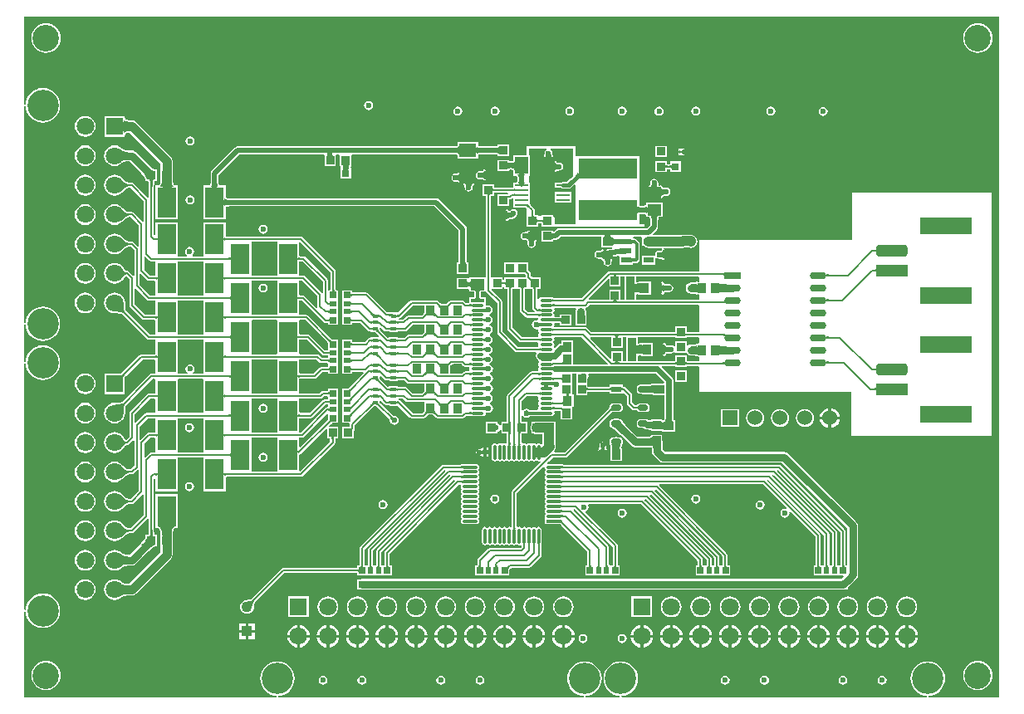
<source format=gtl>
G04*
G04 #@! TF.GenerationSoftware,Altium Limited,Altium Designer,19.1.8 (144)*
G04*
G04 Layer_Physical_Order=1*
G04 Layer_Color=255*
%FSLAX25Y25*%
%MOIN*%
G70*
G01*
G75*
%ADD11C,0.02362*%
%ADD15C,0.00787*%
%ADD17R,0.03543X0.03937*%
%ADD18R,0.03347X0.03347*%
%ADD19R,0.03347X0.03347*%
%ADD20R,0.05512X0.04528*%
%ADD21R,0.20866X0.06693*%
G04:AMPARAMS|DCode=22|XSize=47.24mil|YSize=125.98mil|CornerRadius=11.81mil|HoleSize=0mil|Usage=FLASHONLY|Rotation=90.000|XOffset=0mil|YOffset=0mil|HoleType=Round|Shape=RoundedRectangle|*
%AMROUNDEDRECTD22*
21,1,0.04724,0.10236,0,0,90.0*
21,1,0.02362,0.12598,0,0,90.0*
1,1,0.02362,0.05118,0.01181*
1,1,0.02362,0.05118,-0.01181*
1,1,0.02362,-0.05118,-0.01181*
1,1,0.02362,-0.05118,0.01181*
%
%ADD22ROUNDEDRECTD22*%
%ADD23R,0.12598X0.04724*%
%ADD24O,0.01181X0.06102*%
%ADD25O,0.06102X0.01181*%
%ADD26R,0.06102X0.01181*%
%ADD27R,0.02520X0.02756*%
%ADD28R,0.01968X0.02756*%
%ADD29R,0.07717X0.12402*%
%ADD30R,0.02756X0.02520*%
%ADD31R,0.02756X0.01968*%
%ADD32R,0.03937X0.03543*%
%ADD33R,0.02362X0.01654*%
%ADD34R,0.07087X0.05512*%
%ADD35R,0.04134X0.02362*%
%ADD36R,0.03937X0.02362*%
G04:AMPARAMS|DCode=37|XSize=23.62mil|YSize=39.37mil|CornerRadius=5.91mil|HoleSize=0mil|Usage=FLASHONLY|Rotation=270.000|XOffset=0mil|YOffset=0mil|HoleType=Round|Shape=RoundedRectangle|*
%AMROUNDEDRECTD37*
21,1,0.02362,0.02756,0,0,270.0*
21,1,0.01181,0.03937,0,0,270.0*
1,1,0.01181,-0.01378,-0.00591*
1,1,0.01181,-0.01378,0.00591*
1,1,0.01181,0.01378,0.00591*
1,1,0.01181,0.01378,-0.00591*
%
%ADD37ROUNDEDRECTD37*%
%ADD38R,0.23622X0.08268*%
%ADD39R,0.05512X0.01102*%
%ADD40R,0.05512X0.07087*%
%ADD41O,0.06693X0.02992*%
%ADD42R,0.06693X0.02992*%
%ADD43R,0.03150X0.03150*%
%ADD44R,0.03150X0.03150*%
%ADD45O,0.05315X0.01181*%
%ADD46R,0.05315X0.01181*%
%ADD87C,0.01181*%
%ADD88C,0.02756*%
%ADD89C,0.01968*%
%ADD90C,0.03937*%
%ADD91C,0.03150*%
%ADD92C,0.02953*%
%ADD93C,0.03543*%
%ADD94C,0.03347*%
%ADD95C,0.01378*%
%ADD96C,0.01575*%
%ADD97C,0.06000*%
%ADD98R,0.06000X0.06000*%
%ADD99C,0.07087*%
%ADD100R,0.07087X0.07087*%
%ADD101C,0.12598*%
%ADD102R,0.07087X0.07087*%
%ADD103R,0.04331X0.04331*%
%ADD104C,0.04331*%
%ADD105C,0.10630*%
%ADD106C,0.02362*%
G36*
X392517Y1184D02*
X364150D01*
X364125Y1684D01*
X365132Y1783D01*
X366432Y2178D01*
X367631Y2818D01*
X368682Y3681D01*
X369544Y4731D01*
X370184Y5930D01*
X370579Y7230D01*
X370712Y8583D01*
X370579Y9935D01*
X370184Y11236D01*
X369544Y12434D01*
X368682Y13485D01*
X367631Y14347D01*
X366432Y14988D01*
X365132Y15382D01*
X363779Y15515D01*
X362427Y15382D01*
X361126Y14988D01*
X359928Y14347D01*
X358877Y13485D01*
X358015Y12434D01*
X357375Y11236D01*
X356980Y9935D01*
X356847Y8583D01*
X356980Y7230D01*
X357375Y5930D01*
X358015Y4731D01*
X358877Y3681D01*
X359928Y2818D01*
X361126Y2178D01*
X362427Y1783D01*
X363434Y1684D01*
X363409Y1184D01*
X240921D01*
X240897Y1684D01*
X241904Y1783D01*
X243204Y2178D01*
X244403Y2818D01*
X245453Y3681D01*
X246315Y4731D01*
X246956Y5930D01*
X247351Y7230D01*
X247484Y8583D01*
X247351Y9935D01*
X246956Y11236D01*
X246315Y12434D01*
X245453Y13485D01*
X244403Y14347D01*
X243204Y14988D01*
X241904Y15382D01*
X240551Y15515D01*
X239199Y15382D01*
X237898Y14988D01*
X236700Y14347D01*
X235649Y13485D01*
X234787Y12434D01*
X234146Y11236D01*
X233752Y9935D01*
X233619Y8583D01*
X233752Y7230D01*
X234146Y5930D01*
X234787Y4731D01*
X235649Y3681D01*
X236700Y2818D01*
X237898Y2178D01*
X239199Y1783D01*
X240206Y1684D01*
X240181Y1184D01*
X226354D01*
X226330Y1684D01*
X227337Y1783D01*
X228637Y2178D01*
X229836Y2818D01*
X230886Y3681D01*
X231749Y4731D01*
X232389Y5930D01*
X232784Y7230D01*
X232917Y8583D01*
X232784Y9935D01*
X232389Y11236D01*
X231749Y12434D01*
X230886Y13485D01*
X229836Y14347D01*
X228637Y14988D01*
X227337Y15382D01*
X225984Y15515D01*
X224632Y15382D01*
X223331Y14988D01*
X222133Y14347D01*
X221082Y13485D01*
X220220Y12434D01*
X219579Y11236D01*
X219185Y9935D01*
X219052Y8583D01*
X219185Y7230D01*
X219579Y5930D01*
X220220Y4731D01*
X221082Y3681D01*
X222133Y2818D01*
X223331Y2178D01*
X224632Y1783D01*
X225639Y1684D01*
X225614Y1184D01*
X103126D01*
X103102Y1684D01*
X104108Y1783D01*
X105409Y2178D01*
X106607Y2818D01*
X107658Y3681D01*
X108520Y4731D01*
X109161Y5930D01*
X109555Y7230D01*
X109688Y8583D01*
X109555Y9935D01*
X109161Y11236D01*
X108520Y12434D01*
X107658Y13485D01*
X106607Y14347D01*
X105409Y14988D01*
X104108Y15382D01*
X102756Y15515D01*
X101403Y15382D01*
X100103Y14988D01*
X98904Y14347D01*
X97854Y13485D01*
X96992Y12434D01*
X96351Y11236D01*
X95956Y9935D01*
X95823Y8583D01*
X95956Y7230D01*
X96351Y5930D01*
X96992Y4731D01*
X97854Y3681D01*
X98904Y2818D01*
X100103Y2178D01*
X101403Y1783D01*
X102410Y1684D01*
X102386Y1184D01*
X1184D01*
Y35457D01*
X1684Y35481D01*
X1783Y34474D01*
X2178Y33174D01*
X2818Y31975D01*
X3681Y30925D01*
X4731Y30062D01*
X5930Y29422D01*
X7230Y29027D01*
X8583Y28894D01*
X9935Y29027D01*
X11236Y29422D01*
X12434Y30062D01*
X13485Y30925D01*
X14347Y31975D01*
X14988Y33174D01*
X15382Y34474D01*
X15515Y35827D01*
X15382Y37179D01*
X14988Y38480D01*
X14347Y39678D01*
X13485Y40729D01*
X12434Y41591D01*
X11236Y42232D01*
X9935Y42626D01*
X8583Y42759D01*
X7230Y42626D01*
X5930Y42232D01*
X4731Y41591D01*
X3681Y40729D01*
X2818Y39678D01*
X2178Y38480D01*
X1783Y37179D01*
X1684Y36172D01*
X1184Y36197D01*
Y135063D01*
X1684Y135088D01*
X1783Y134081D01*
X2178Y132780D01*
X2818Y131581D01*
X3681Y130531D01*
X4731Y129669D01*
X5930Y129028D01*
X7230Y128634D01*
X8583Y128500D01*
X9935Y128634D01*
X11236Y129028D01*
X12434Y129669D01*
X13485Y130531D01*
X14347Y131581D01*
X14988Y132780D01*
X15382Y134081D01*
X15515Y135433D01*
X15382Y136785D01*
X14988Y138086D01*
X14347Y139285D01*
X13485Y140335D01*
X12434Y141197D01*
X11236Y141838D01*
X9935Y142232D01*
X8583Y142366D01*
X7230Y142232D01*
X5930Y141838D01*
X4731Y141197D01*
X3681Y140335D01*
X2818Y139285D01*
X2178Y138086D01*
X1783Y136785D01*
X1684Y135779D01*
X1184Y135803D01*
Y150614D01*
X1684Y150639D01*
X1783Y149632D01*
X2178Y148331D01*
X2818Y147133D01*
X3681Y146082D01*
X4731Y145220D01*
X5930Y144579D01*
X7230Y144185D01*
X8583Y144052D01*
X9935Y144185D01*
X11236Y144579D01*
X12434Y145220D01*
X13485Y146082D01*
X14347Y147133D01*
X14988Y148331D01*
X15382Y149632D01*
X15515Y150984D01*
X15382Y152337D01*
X14988Y153637D01*
X14347Y154836D01*
X13485Y155886D01*
X12434Y156748D01*
X11236Y157389D01*
X9935Y157784D01*
X8583Y157917D01*
X7230Y157784D01*
X5930Y157389D01*
X4731Y156748D01*
X3681Y155886D01*
X2818Y154836D01*
X2178Y153637D01*
X1783Y152337D01*
X1684Y151330D01*
X1184Y151354D01*
Y238409D01*
X1684Y238434D01*
X1783Y237427D01*
X2178Y236126D01*
X2818Y234928D01*
X3681Y233877D01*
X4731Y233015D01*
X5930Y232375D01*
X7230Y231980D01*
X8583Y231847D01*
X9935Y231980D01*
X11236Y232375D01*
X12434Y233015D01*
X13485Y233877D01*
X14347Y234928D01*
X14988Y236126D01*
X15382Y237427D01*
X15515Y238779D01*
X15382Y240132D01*
X14988Y241432D01*
X14347Y242631D01*
X13485Y243682D01*
X12434Y244544D01*
X11236Y245184D01*
X9935Y245579D01*
X8583Y245712D01*
X7230Y245579D01*
X5930Y245184D01*
X4731Y244544D01*
X3681Y243682D01*
X2818Y242631D01*
X2178Y241432D01*
X1783Y240132D01*
X1684Y239125D01*
X1184Y239150D01*
Y274406D01*
X392517D01*
X392517Y1184D01*
D02*
G37*
%LPC*%
G36*
X383858Y271692D02*
X382699Y271577D01*
X381584Y271239D01*
X380556Y270690D01*
X379656Y269951D01*
X378916Y269050D01*
X378367Y268022D01*
X378029Y266908D01*
X377915Y265748D01*
X378029Y264588D01*
X378367Y263474D01*
X378916Y262446D01*
X379656Y261545D01*
X380556Y260806D01*
X381584Y260257D01*
X382699Y259919D01*
X383858Y259804D01*
X385018Y259919D01*
X386133Y260257D01*
X387160Y260806D01*
X388061Y261545D01*
X388800Y262446D01*
X389349Y263474D01*
X389688Y264588D01*
X389802Y265748D01*
X389688Y266908D01*
X389349Y268022D01*
X388800Y269050D01*
X388061Y269951D01*
X387160Y270690D01*
X386133Y271239D01*
X385018Y271577D01*
X383858Y271692D01*
D02*
G37*
G36*
X9843D02*
X8683Y271577D01*
X7568Y271239D01*
X6540Y270690D01*
X5640Y269951D01*
X4901Y269050D01*
X4351Y268022D01*
X4013Y266908D01*
X3899Y265748D01*
X4013Y264588D01*
X4351Y263474D01*
X4901Y262446D01*
X5640Y261545D01*
X6540Y260806D01*
X7568Y260257D01*
X8683Y259919D01*
X9843Y259804D01*
X11002Y259919D01*
X12117Y260257D01*
X13145Y260806D01*
X14045Y261545D01*
X14784Y262446D01*
X15334Y263474D01*
X15672Y264588D01*
X15786Y265748D01*
X15672Y266908D01*
X15334Y268022D01*
X14784Y269050D01*
X14045Y269951D01*
X13145Y270690D01*
X12117Y271239D01*
X11002Y271577D01*
X9843Y271692D01*
D02*
G37*
G36*
X139350Y240422D02*
X138655Y240284D01*
X138066Y239890D01*
X137673Y239301D01*
X137534Y238606D01*
X137673Y237911D01*
X138066Y237322D01*
X138655Y236929D01*
X139350Y236790D01*
X140045Y236929D01*
X140635Y237322D01*
X141028Y237911D01*
X141166Y238606D01*
X141028Y239301D01*
X140635Y239890D01*
X140045Y240284D01*
X139350Y240422D01*
D02*
G37*
G36*
X300787Y238233D02*
X300093Y238095D01*
X299503Y237701D01*
X299110Y237112D01*
X298971Y236417D01*
X299110Y235722D01*
X299503Y235133D01*
X300093Y234740D01*
X300787Y234601D01*
X301482Y234740D01*
X302071Y235133D01*
X302465Y235722D01*
X302603Y236417D01*
X302465Y237112D01*
X302071Y237701D01*
X301482Y238095D01*
X300787Y238233D01*
D02*
G37*
G36*
X270669D02*
X269974Y238095D01*
X269385Y237701D01*
X268991Y237112D01*
X268853Y236417D01*
X268991Y235722D01*
X269385Y235133D01*
X269974Y234740D01*
X270669Y234601D01*
X271364Y234740D01*
X271953Y235133D01*
X272347Y235722D01*
X272485Y236417D01*
X272347Y237112D01*
X271953Y237701D01*
X271364Y238095D01*
X270669Y238233D01*
D02*
G37*
G36*
X255906D02*
X255211Y238095D01*
X254621Y237701D01*
X254228Y237112D01*
X254089Y236417D01*
X254228Y235722D01*
X254621Y235133D01*
X255211Y234740D01*
X255906Y234601D01*
X256600Y234740D01*
X257190Y235133D01*
X257583Y235722D01*
X257721Y236417D01*
X257583Y237112D01*
X257190Y237701D01*
X256600Y238095D01*
X255906Y238233D01*
D02*
G37*
G36*
X241142D02*
X240447Y238095D01*
X239858Y237701D01*
X239464Y237112D01*
X239326Y236417D01*
X239464Y235722D01*
X239858Y235133D01*
X240447Y234740D01*
X241142Y234601D01*
X241837Y234740D01*
X242426Y235133D01*
X242819Y235722D01*
X242958Y236417D01*
X242819Y237112D01*
X242426Y237701D01*
X241837Y238095D01*
X241142Y238233D01*
D02*
G37*
G36*
X220059D02*
X219364Y238095D01*
X218775Y237701D01*
X218381Y237112D01*
X218243Y236417D01*
X218381Y235722D01*
X218775Y235133D01*
X219364Y234740D01*
X220059Y234601D01*
X220754Y234740D01*
X221343Y235133D01*
X221737Y235722D01*
X221875Y236417D01*
X221737Y237112D01*
X221343Y237701D01*
X220754Y238095D01*
X220059Y238233D01*
D02*
G37*
G36*
X190135D02*
X189440Y238095D01*
X188851Y237701D01*
X188457Y237112D01*
X188319Y236417D01*
X188457Y235722D01*
X188851Y235133D01*
X189440Y234740D01*
X190135Y234601D01*
X190830Y234740D01*
X191419Y235133D01*
X191813Y235722D01*
X191951Y236417D01*
X191813Y237112D01*
X191419Y237701D01*
X190830Y238095D01*
X190135Y238233D01*
D02*
G37*
G36*
X175197D02*
X174502Y238095D01*
X173913Y237701D01*
X173519Y237112D01*
X173381Y236417D01*
X173519Y235722D01*
X173913Y235133D01*
X174502Y234740D01*
X175197Y234601D01*
X175892Y234740D01*
X176481Y235133D01*
X176875Y235722D01*
X177013Y236417D01*
X176875Y237112D01*
X176481Y237701D01*
X175892Y238095D01*
X175197Y238233D01*
D02*
G37*
G36*
X321850Y238036D02*
X321155Y237898D01*
X320566Y237505D01*
X320173Y236915D01*
X320034Y236221D01*
X320173Y235525D01*
X320566Y234936D01*
X321155Y234543D01*
X321850Y234404D01*
X322545Y234543D01*
X323134Y234936D01*
X323528Y235525D01*
X323666Y236221D01*
X323528Y236915D01*
X323134Y237505D01*
X322545Y237898D01*
X321850Y238036D01*
D02*
G37*
G36*
X25591Y234494D02*
X24509Y234352D01*
X23501Y233934D01*
X22636Y233270D01*
X21971Y232404D01*
X21554Y231397D01*
X21411Y230315D01*
X21554Y229233D01*
X21971Y228225D01*
X22636Y227360D01*
X23501Y226696D01*
X24509Y226278D01*
X25591Y226136D01*
X26672Y226278D01*
X27680Y226696D01*
X28546Y227360D01*
X29210Y228225D01*
X29627Y229233D01*
X29770Y230315D01*
X29627Y231397D01*
X29210Y232404D01*
X28546Y233270D01*
X27680Y233934D01*
X26672Y234352D01*
X25591Y234494D01*
D02*
G37*
G36*
X67618Y226225D02*
X66923Y226087D01*
X66334Y225694D01*
X65940Y225104D01*
X65802Y224410D01*
X65940Y223714D01*
X66334Y223125D01*
X66923Y222732D01*
X67618Y222593D01*
X68313Y222732D01*
X68902Y223125D01*
X69296Y223714D01*
X69434Y224410D01*
X69296Y225104D01*
X68902Y225694D01*
X68313Y226087D01*
X67618Y226225D01*
D02*
G37*
G36*
X265594Y221515D02*
X265370Y221422D01*
X265145Y221335D01*
X265075Y221268D01*
X265048Y221245D01*
X264948Y221233D01*
X264631Y221271D01*
X264465Y221318D01*
X264460Y221328D01*
X264459Y221331D01*
X264251Y221392D01*
X264054Y221474D01*
X264051Y221475D01*
X264017Y221461D01*
X263982Y221472D01*
X263791Y221368D01*
X263592Y221285D01*
X263578Y221251D01*
X263545Y221234D01*
X263545Y221231D01*
X263492Y221051D01*
X262500D01*
X262112Y220974D01*
X261784Y220755D01*
X261564Y220426D01*
X261487Y220038D01*
X261564Y219651D01*
X261784Y219322D01*
X262112Y219102D01*
X262500Y219025D01*
X263492D01*
X263545Y218843D01*
X263578Y218826D01*
X263592Y218792D01*
X263792Y218709D01*
X263979Y218606D01*
X263982Y218605D01*
X264017Y218615D01*
X264051Y218601D01*
X264054Y218602D01*
X264251Y218684D01*
X264459Y218745D01*
X264465Y218758D01*
X264631Y218806D01*
X264948Y218843D01*
X265048Y218831D01*
X265075Y218808D01*
X265145Y218742D01*
X265370Y218654D01*
X265594Y218562D01*
X265601Y218565D01*
X265609Y218562D01*
X265830Y218660D01*
X266053Y218752D01*
X266056Y218760D01*
X266063Y218763D01*
X266150Y218988D01*
X266166Y219025D01*
X266437D01*
X266825Y219102D01*
X267153Y219322D01*
X267373Y219651D01*
X267450Y220038D01*
X267373Y220426D01*
X267153Y220755D01*
X266825Y220974D01*
X266437Y221051D01*
X266166D01*
X266151Y221088D01*
X266064Y221311D01*
X266063Y221314D01*
X266056Y221317D01*
X266053Y221324D01*
X265831Y221416D01*
X265609Y221514D01*
X265607Y221514D01*
X265601Y221511D01*
X265594Y221515D01*
D02*
G37*
G36*
X183277Y224124D02*
X174991D01*
Y222746D01*
X174969Y222706D01*
X174957Y222596D01*
X174951Y222578D01*
X174940Y222561D01*
X174905Y222529D01*
X174827Y222482D01*
X174695Y222428D01*
X174507Y222378D01*
X174266Y222338D01*
X173973Y222312D01*
X173617Y222303D01*
X173576Y222285D01*
X86811D01*
X86193Y222162D01*
X85669Y221812D01*
X76417Y212560D01*
X76067Y212035D01*
X75944Y211417D01*
Y208018D01*
X75926Y207977D01*
X75916Y207621D01*
X75891Y207329D01*
X75851Y207088D01*
X75801Y206900D01*
X75747Y206768D01*
X75699Y206690D01*
X75667Y206655D01*
X75651Y206644D01*
X75633Y206638D01*
X75522Y206626D01*
X75482Y206604D01*
X73101D01*
Y193002D01*
X82017D01*
Y197726D01*
X82039Y197766D01*
X82051Y197877D01*
X82057Y197895D01*
X82068Y197911D01*
X82103Y197943D01*
X82181Y197991D01*
X82313Y198045D01*
X82501Y198095D01*
X82742Y198135D01*
X83034Y198160D01*
X83391Y198170D01*
X83432Y198188D01*
X165809D01*
X175550Y188447D01*
Y177010D01*
X175532Y176968D01*
X175525Y176608D01*
X175507Y176304D01*
X175478Y176049D01*
X175440Y175844D01*
X175398Y175695D01*
X175360Y175606D01*
X175357Y175600D01*
X175356Y175600D01*
X174892D01*
Y175078D01*
X174855Y174988D01*
X174874Y174940D01*
X174862Y174890D01*
X174892Y174840D01*
Y171054D01*
X179439D01*
Y174840D01*
X179469Y174890D01*
X179456Y174940D01*
X179476Y174988D01*
X179439Y175078D01*
Y175600D01*
X178974D01*
X178974Y175600D01*
X178971Y175606D01*
X178933Y175695D01*
X178891Y175844D01*
X178855Y176040D01*
X178805Y176616D01*
X178799Y176968D01*
X178781Y177010D01*
Y189116D01*
X178658Y189734D01*
X178307Y190258D01*
X167620Y200945D01*
X167096Y201295D01*
X166478Y201418D01*
X83432D01*
X83391Y201437D01*
X83034Y201446D01*
X82742Y201472D01*
X82501Y201512D01*
X82313Y201562D01*
X82181Y201616D01*
X82103Y201663D01*
X82068Y201695D01*
X82057Y201711D01*
X82051Y201729D01*
X82039Y201840D01*
X82017Y201880D01*
Y206604D01*
X79636D01*
X79596Y206626D01*
X79485Y206638D01*
X79467Y206644D01*
X79451Y206655D01*
X79419Y206690D01*
X79371Y206768D01*
X79318Y206900D01*
X79267Y207088D01*
X79228Y207329D01*
X79202Y207621D01*
X79193Y207977D01*
X79174Y208018D01*
Y210748D01*
X87480Y219054D01*
X121246D01*
X121644Y218809D01*
Y218288D01*
X121607Y218199D01*
X121630Y218141D01*
X121617Y218081D01*
X121644Y218039D01*
Y214262D01*
X126191D01*
Y218809D01*
X126589Y219054D01*
X127348D01*
X127746Y218809D01*
X127746Y218554D01*
Y215009D01*
X127714Y214951D01*
X127725Y214912D01*
X127709Y214874D01*
X127746Y214784D01*
Y214262D01*
X128046D01*
X128217Y214016D01*
X128042Y213553D01*
X128042D01*
Y213031D01*
X128004Y212941D01*
X128027Y212885D01*
X128015Y212826D01*
X128042Y212784D01*
Y209203D01*
X132391D01*
Y212784D01*
X132419Y212826D01*
X132406Y212885D01*
X132429Y212941D01*
X132391Y213031D01*
Y213553D01*
X132338D01*
X132200Y213789D01*
X132293Y214262D01*
X132293D01*
Y214784D01*
X132330Y214874D01*
X132303Y214941D01*
X132316Y215011D01*
X132293Y215044D01*
Y218554D01*
X132293Y218809D01*
X132691Y219054D01*
X173576D01*
X173617Y219036D01*
X173973Y219026D01*
X174266Y219001D01*
X174507Y218961D01*
X174695Y218911D01*
X174827Y218857D01*
X174905Y218809D01*
X174940Y218777D01*
X174951Y218761D01*
X174957Y218743D01*
X174969Y218632D01*
X174991Y218592D01*
Y217412D01*
X183277D01*
Y218592D01*
X183299Y218632D01*
X183311Y218743D01*
X183317Y218761D01*
X183328Y218777D01*
X183363Y218809D01*
X183441Y218857D01*
X183573Y218911D01*
X183761Y218961D01*
X184002Y219001D01*
X184294Y219026D01*
X184651Y219036D01*
X184692Y219054D01*
X189654D01*
X189696Y219036D01*
X190056Y219029D01*
X190359Y219011D01*
X190615Y218981D01*
X190820Y218944D01*
X190969Y218901D01*
X191058Y218864D01*
X191064Y218861D01*
X191064Y218860D01*
Y218396D01*
X191585D01*
X191676Y218359D01*
X191724Y218378D01*
X191774Y218366D01*
X191823Y218396D01*
X195610D01*
Y222942D01*
X191823D01*
X191774Y222972D01*
X191724Y222960D01*
X191676Y222980D01*
X191585Y222942D01*
X191064D01*
Y222478D01*
X191064Y222478D01*
X191058Y222475D01*
X190969Y222437D01*
X190820Y222395D01*
X190624Y222359D01*
X190048Y222309D01*
X189696Y222303D01*
X189654Y222285D01*
X184692D01*
X184651Y222303D01*
X184294Y222312D01*
X184002Y222338D01*
X183761Y222378D01*
X183573Y222428D01*
X183441Y222482D01*
X183363Y222529D01*
X183328Y222561D01*
X183317Y222578D01*
X183311Y222596D01*
X183299Y222706D01*
X183277Y222746D01*
Y224124D01*
D02*
G37*
G36*
X259065Y222508D02*
X254518D01*
Y217962D01*
X259065D01*
Y222508D01*
D02*
G37*
G36*
X222441Y222441D02*
X202756D01*
Y218710D01*
X197304D01*
Y216644D01*
X197282Y216604D01*
X197270Y216493D01*
X197264Y216475D01*
X197253Y216459D01*
X197218Y216427D01*
X197140Y216379D01*
X197008Y216325D01*
X196820Y216275D01*
X196579Y216235D01*
X196404Y216220D01*
X196315Y216226D01*
X196059Y216255D01*
X195854Y216293D01*
X195705Y216335D01*
X195616Y216372D01*
X195610Y216376D01*
X195610Y216376D01*
Y216840D01*
X195089D01*
X194998Y216878D01*
X194950Y216858D01*
X194900Y216870D01*
X194851Y216840D01*
X191064D01*
Y212294D01*
X194851D01*
X194900Y212264D01*
X194950Y212276D01*
X194998Y212256D01*
X195089Y212294D01*
X195610D01*
Y212758D01*
X195610Y212758D01*
X195616Y212762D01*
X195705Y212799D01*
X195854Y212841D01*
X196050Y212877D01*
X196439Y212911D01*
X196579Y212898D01*
X196820Y212859D01*
X197008Y212808D01*
X197140Y212755D01*
X197218Y212707D01*
X197253Y212675D01*
X197264Y212659D01*
X197270Y212641D01*
X197282Y212530D01*
X197304Y212490D01*
Y210424D01*
X198583D01*
X198623Y210402D01*
X198733Y210390D01*
X198752Y210384D01*
X198768Y210373D01*
X198800Y210338D01*
X198847Y210260D01*
X198901Y210128D01*
X198951Y209940D01*
X198991Y209699D01*
X199017Y209406D01*
X199024Y209134D01*
X199017Y208861D01*
X198991Y208569D01*
X198951Y208328D01*
X198901Y208140D01*
X198847Y208008D01*
X198800Y207930D01*
X198768Y207895D01*
X198752Y207884D01*
X198733Y207878D01*
X198623Y207866D01*
X198583Y207844D01*
X197304D01*
Y205773D01*
X197249Y205769D01*
X197122Y205767D01*
X197052Y205738D01*
X189964D01*
X189897Y205767D01*
X189765Y205771D01*
X189705Y205776D01*
Y206998D01*
X185158D01*
Y202451D01*
X186380D01*
X186385Y202391D01*
X186389Y202259D01*
X186418Y202192D01*
Y169694D01*
X179715D01*
Y169694D01*
X179439Y169498D01*
X174892D01*
Y164951D01*
X178689D01*
X178746Y164919D01*
X178788Y164930D01*
X178830Y164914D01*
X178919Y164951D01*
X179439D01*
X179715Y164566D01*
Y163967D01*
X181584D01*
X181624Y163945D01*
X181630Y163944D01*
X181655Y163884D01*
X181684Y163773D01*
X181710Y163620D01*
X181726Y163428D01*
X181733Y163184D01*
X181757Y163130D01*
Y162460D01*
X181733Y162407D01*
X181726Y162162D01*
X181710Y161970D01*
X181684Y161818D01*
X181655Y161707D01*
X181630Y161646D01*
X181624Y161645D01*
X181584Y161624D01*
X179813D01*
Y159508D01*
X179777Y159508D01*
X179707Y159478D01*
X178498D01*
X177801Y160175D01*
X177473Y160394D01*
X177085Y160471D01*
X172418D01*
X172030Y160394D01*
X171702Y160175D01*
X171061Y159534D01*
X171010Y159520D01*
X170997Y159495D01*
X170970Y159485D01*
X170670Y159206D01*
X170565Y159122D01*
X170483Y159065D01*
X170412D01*
X170337Y159101D01*
X170285Y159083D01*
X170233Y159099D01*
X170170Y159065D01*
X168802D01*
X168739Y159090D01*
X168686Y159067D01*
X168629Y159080D01*
X168605Y159065D01*
X168550D01*
X168504Y159097D01*
X168239Y159324D01*
X168082Y159476D01*
X168012Y159504D01*
X167341Y160175D01*
X167012Y160394D01*
X166624Y160471D01*
X156577D01*
X156189Y160394D01*
X155860Y160175D01*
X151546Y155860D01*
X151190Y155561D01*
Y155561D01*
X151190Y155561D01*
X149074D01*
X148976Y155580D01*
X148292D01*
X148250Y155598D01*
X147463Y155610D01*
X147458Y155608D01*
X147453Y155610D01*
X147381Y155580D01*
X146786D01*
X139130Y163236D01*
X138801Y163456D01*
X138413Y163533D01*
X132946D01*
X132879Y163563D01*
X132750Y163566D01*
X132687Y163572D01*
Y164380D01*
X128731D01*
Y160660D01*
X128731D01*
Y160639D01*
X128731D01*
Y157471D01*
Y154321D01*
X128731D01*
Y154301D01*
X128731D01*
Y150581D01*
X132687D01*
Y151389D01*
X132750Y151395D01*
X132879Y151398D01*
X132946Y151428D01*
X135958D01*
X139087Y148299D01*
X139416Y148080D01*
X139803Y148003D01*
X139889D01*
X139956Y147973D01*
X140088Y147969D01*
X140148Y147964D01*
Y147589D01*
X140748D01*
X140772Y147579D01*
X140796Y147589D01*
X140819D01*
X140841Y147583D01*
X140853Y147589D01*
X141698D01*
X141704Y147585D01*
X141734Y147589D01*
X141760D01*
X141800Y147567D01*
X141874Y147589D01*
X142044D01*
X142064Y147577D01*
X142144Y147522D01*
X142389Y147314D01*
X142531Y147177D01*
X142601Y147150D01*
X143289Y146461D01*
X143235Y145841D01*
X143098Y145723D01*
X143086Y145718D01*
X143036D01*
X143030Y145720D01*
X143027Y145718D01*
X140853D01*
X140841Y145724D01*
X140819Y145718D01*
X140796D01*
X140772Y145728D01*
X140748Y145718D01*
X140148D01*
Y145343D01*
X140088Y145338D01*
X139956Y145334D01*
X139889Y145305D01*
X139773D01*
X139385Y145227D01*
X139057Y145008D01*
X137897Y143848D01*
X132946D01*
X132879Y143878D01*
X132750Y143881D01*
X132687Y143886D01*
Y144694D01*
X128731D01*
Y140975D01*
X128731D01*
Y140954D01*
X128731D01*
Y137786D01*
Y134636D01*
X128731D01*
Y134616D01*
X128731D01*
Y130896D01*
X132687D01*
Y131704D01*
X132750Y131710D01*
X132879Y131713D01*
X132946Y131743D01*
X137216D01*
X137407Y131281D01*
X131581Y125455D01*
X131515Y125430D01*
X131228Y125164D01*
X131126Y125082D01*
X131039Y125022D01*
X131018Y125009D01*
X130848D01*
X130774Y125031D01*
X130734Y125009D01*
X130706D01*
X130677Y125013D01*
X130672Y125009D01*
X128731D01*
Y121290D01*
X128731Y121290D01*
Y121269D01*
X128731D01*
X128731Y120790D01*
Y118101D01*
Y114951D01*
X128731Y114951D01*
Y114931D01*
X128731D01*
X128731Y114451D01*
Y111211D01*
X131435D01*
X131861Y110787D01*
Y109573D01*
X131844Y109557D01*
X128731D01*
Y105010D01*
X133277D01*
Y108124D01*
X133590Y108437D01*
X133810Y108766D01*
X133887Y109153D01*
Y110368D01*
X141136Y117616D01*
X141202Y117641D01*
X141499Y117917D01*
X141604Y118002D01*
X141689Y118061D01*
X141812D01*
X141874Y118036D01*
X141876Y118037D01*
X141883Y118032D01*
X141935Y118044D01*
X141985Y118024D01*
X142075Y118061D01*
X142164D01*
X142172Y118057D01*
X142251Y118002D01*
X142501Y117791D01*
X142647Y117649D01*
X142717Y117622D01*
X147526Y112813D01*
X147550Y112747D01*
X147607Y112686D01*
X147641Y112642D01*
X147670Y112598D01*
X147696Y112551D01*
X147718Y112502D01*
X147737Y112449D01*
X147752Y112391D01*
X147764Y112327D01*
X147772Y112257D01*
X147776Y112159D01*
X147816Y112074D01*
X147929Y111510D01*
X148322Y110921D01*
X148911Y110527D01*
X149606Y110389D01*
X150301Y110527D01*
X150890Y110921D01*
X151284Y111510D01*
X151422Y112205D01*
X151284Y112900D01*
X150890Y113489D01*
X150301Y113883D01*
X149606Y114021D01*
X149602Y114020D01*
X149567Y114035D01*
X149472Y114035D01*
X149406Y114040D01*
X149347Y114049D01*
X149293Y114061D01*
X149244Y114077D01*
X149199Y114096D01*
X149155Y114120D01*
X149113Y114147D01*
X149071Y114180D01*
X149010Y114236D01*
X148944Y114260D01*
X144156Y119049D01*
X144131Y119115D01*
X143858Y119410D01*
X143775Y119513D01*
X143720Y119591D01*
X143774Y119919D01*
X144108Y120218D01*
X144210Y120261D01*
X145699Y118772D01*
X146028Y118552D01*
X146415Y118475D01*
X147369D01*
X147436Y118445D01*
X147568Y118442D01*
X147628Y118437D01*
Y118061D01*
X148228D01*
X148252Y118051D01*
X148277Y118061D01*
X148300D01*
X148321Y118055D01*
X148333Y118061D01*
X151190D01*
X151190Y118061D01*
Y118061D01*
X151548Y117760D01*
X155860Y113447D01*
X156189Y113228D01*
X156577Y113151D01*
X161408D01*
X161796Y113228D01*
X162124Y113447D01*
X162789Y114112D01*
X162856Y114137D01*
X163144Y114405D01*
X163247Y114487D01*
X163333Y114548D01*
X163350Y114558D01*
X163512D01*
X163585Y114535D01*
X163629Y114558D01*
X163640D01*
X163683Y114551D01*
X163692Y114558D01*
X164860D01*
X164922Y114532D01*
X164976Y114555D01*
X165032Y114542D01*
X165056Y114558D01*
X165112D01*
X165157Y114525D01*
X165422Y114298D01*
X165580Y114146D01*
X165649Y114119D01*
X166321Y113447D01*
X166649Y113228D01*
X167037Y113151D01*
X177085D01*
X177473Y113228D01*
X177801Y113447D01*
X178498Y114144D01*
X179707D01*
X179777Y114114D01*
X179914Y114113D01*
X180146Y114102D01*
X180324Y114083D01*
X180379Y114073D01*
X180421Y114063D01*
X180442Y114057D01*
X180458Y114048D01*
X180466Y114047D01*
X180477Y114042D01*
X180503Y114042D01*
X180537Y114038D01*
X180539Y114036D01*
X180660Y114012D01*
X180778Y113963D01*
X180820Y113980D01*
X181004Y113944D01*
X185138D01*
X185602Y114036D01*
X185996Y114299D01*
X186259Y114693D01*
X186342Y115110D01*
X186509Y115253D01*
X186806Y115434D01*
X187432Y115310D01*
X188126Y115448D01*
X188716Y115842D01*
X189109Y116431D01*
X189248Y117126D01*
X189109Y117821D01*
X188716Y118410D01*
X188126Y118804D01*
X187914Y118846D01*
Y119356D01*
X188062Y119385D01*
X188651Y119779D01*
X189045Y120368D01*
X189183Y121063D01*
X189045Y121758D01*
X188651Y122347D01*
X188062Y122741D01*
X187909Y122771D01*
Y123281D01*
X188117Y123322D01*
X188706Y123716D01*
X189100Y124305D01*
X189238Y125000D01*
X189100Y125695D01*
X188706Y126284D01*
X188117Y126678D01*
X187942Y126713D01*
Y127223D01*
X188126Y127259D01*
X188716Y127653D01*
X189109Y128242D01*
X189248Y128937D01*
X189109Y129632D01*
X188716Y130221D01*
X188126Y130615D01*
X187946Y130651D01*
Y131160D01*
X188126Y131196D01*
X188716Y131590D01*
X189109Y132179D01*
X189248Y132874D01*
X189109Y133569D01*
X188716Y134158D01*
X188126Y134552D01*
X187853Y134606D01*
Y135116D01*
X187940Y135133D01*
X188529Y135527D01*
X188922Y136116D01*
X189061Y136811D01*
X188922Y137506D01*
X188529Y138095D01*
X187940Y138489D01*
X187759Y138525D01*
Y139034D01*
X187940Y139070D01*
X188529Y139464D01*
X188922Y140053D01*
X189061Y140748D01*
X188922Y141443D01*
X188529Y142032D01*
X187940Y142426D01*
X187759Y142462D01*
Y142971D01*
X187940Y143007D01*
X188529Y143401D01*
X188922Y143990D01*
X189061Y144685D01*
X188922Y145380D01*
X188529Y145969D01*
X187940Y146363D01*
X187925Y146366D01*
Y146876D01*
X188096Y146910D01*
X188686Y147303D01*
X189079Y147892D01*
X189218Y148587D01*
X189079Y149282D01*
X188686Y149872D01*
X188096Y150265D01*
X187784Y150327D01*
Y150837D01*
X188005Y150881D01*
X188594Y151275D01*
X188988Y151864D01*
X189126Y152559D01*
X188988Y153254D01*
X188594Y153843D01*
X188005Y154237D01*
X187660Y154305D01*
Y154815D01*
X188005Y154884D01*
X188594Y155277D01*
X188988Y155867D01*
X189126Y156562D01*
X188988Y157256D01*
X188594Y157846D01*
X188005Y158239D01*
X187310Y158377D01*
X186825Y158281D01*
X186486Y158412D01*
X186317Y158641D01*
X186296Y158742D01*
X186328Y159242D01*
X186328Y159242D01*
X186328Y159242D01*
Y161624D01*
X184557D01*
X184517Y161645D01*
X184512Y161646D01*
X184487Y161706D01*
X184457Y161818D01*
X184432Y161970D01*
X184415Y162162D01*
X184409Y162407D01*
X184385Y162460D01*
Y163130D01*
X184409Y163184D01*
X184415Y163428D01*
X184432Y163620D01*
X184457Y163773D01*
X184487Y163884D01*
X184512Y163944D01*
X184517Y163945D01*
X184557Y163967D01*
X186427D01*
X186715Y163654D01*
X190916Y159453D01*
Y147638D01*
X190993Y147250D01*
X191213Y146921D01*
X198102Y140032D01*
X198431Y139812D01*
X198819Y139735D01*
X206542D01*
X206809Y139235D01*
X206620Y138951D01*
X206467Y138180D01*
X206620Y137408D01*
X207057Y136753D01*
X207407Y136520D01*
X207441Y136346D01*
X207705Y135953D01*
Y135701D01*
X207441Y135307D01*
X207349Y134843D01*
X207441Y134378D01*
X207705Y133984D01*
Y133732D01*
X207441Y133338D01*
X207349Y132874D01*
X207434Y132450D01*
X207426Y132366D01*
X207341Y132129D01*
X207168Y131919D01*
X204724D01*
X204337Y131842D01*
X204008Y131622D01*
X195150Y122764D01*
X194930Y122435D01*
X194853Y122047D01*
Y111784D01*
X194823Y111717D01*
X194820Y111586D01*
X194815Y111525D01*
X192609D01*
Y110279D01*
X192109Y110127D01*
X191835Y110536D01*
X191246Y110930D01*
X191053Y110968D01*
Y111525D01*
X186506D01*
Y106979D01*
X191053D01*
Y107536D01*
X191246Y107574D01*
X191835Y107968D01*
X192109Y108377D01*
X192609Y108225D01*
Y106979D01*
X194815D01*
X194820Y106918D01*
X194823Y106786D01*
X194853Y106720D01*
Y103363D01*
X194643Y103191D01*
X194406Y103106D01*
X194322Y103098D01*
X193898Y103182D01*
X193433Y103090D01*
X193281Y102988D01*
X192913Y102868D01*
X192546Y102988D01*
X192394Y103090D01*
X191929Y103182D01*
X191465Y103090D01*
X191071Y102827D01*
X190819D01*
X190425Y103090D01*
X189961Y103182D01*
X189496Y103090D01*
X189102Y102827D01*
X188839Y102433D01*
X188747Y101969D01*
Y101246D01*
X188300Y100862D01*
X188288Y100863D01*
X187938Y101035D01*
X187920Y101094D01*
X187919Y101097D01*
X187887Y101114D01*
X187874Y101146D01*
X187873Y101148D01*
X187673Y101231D01*
X187483Y101335D01*
X187481Y101334D01*
X187448Y101324D01*
X187414Y101339D01*
X187412Y101338D01*
X187214Y101256D01*
X187008Y101195D01*
X186802Y101256D01*
X186604Y101337D01*
X186601Y101338D01*
X186568Y101324D01*
X186533Y101335D01*
X186408Y101267D01*
X186350Y101245D01*
X186024Y101174D01*
X185697Y101245D01*
X185640Y101267D01*
X185517Y101333D01*
X185514Y101335D01*
X185479Y101324D01*
X185446Y101338D01*
X185443Y101337D01*
X185246Y101256D01*
X185038Y101194D01*
X185020Y101162D01*
X184986Y101148D01*
X184904Y100948D01*
X184866Y100879D01*
X184816Y100896D01*
X184603Y100984D01*
X184584Y100976D01*
X184564Y100982D01*
X184357Y100881D01*
X184144Y100793D01*
X184136Y100774D01*
X184118Y100765D01*
X184103Y100722D01*
X183760D01*
X183760Y100722D01*
X183295Y100629D01*
X182902Y100366D01*
X182638Y99972D01*
X182546Y99508D01*
X182638Y99043D01*
X182902Y98650D01*
X182903Y98648D01*
X182903Y98648D01*
X183297Y98385D01*
X183761Y98292D01*
X183769Y98294D01*
X184105D01*
X184121Y98249D01*
X184139Y98240D01*
X184146Y98224D01*
X184147Y98221D01*
X184361Y98133D01*
X184568Y98032D01*
X184568D01*
X184817Y97934D01*
X185030Y97836D01*
X185038Y97822D01*
X185245Y97760D01*
X185446Y97677D01*
X185479Y97691D01*
X185514Y97681D01*
X185640Y97749D01*
X185697Y97770D01*
X186024Y97842D01*
X186350Y97770D01*
X186408Y97749D01*
X186533Y97681D01*
X186536Y97682D01*
X186568Y97691D01*
X186601Y97677D01*
X186604Y97679D01*
X186802Y97760D01*
X187008Y97821D01*
X187214Y97760D01*
X187411Y97679D01*
X187414Y97677D01*
X187448Y97691D01*
X187483Y97681D01*
X187673Y97785D01*
X187873Y97868D01*
X187887Y97901D01*
X187919Y97919D01*
X187920Y97921D01*
X187938Y97980D01*
X188288Y98152D01*
X188300Y98153D01*
X188747Y97770D01*
Y97047D01*
X188839Y96583D01*
X189102Y96189D01*
X189496Y95926D01*
X189961Y95833D01*
X190425Y95926D01*
X190819Y96189D01*
X191071D01*
X191465Y95926D01*
X191929Y95833D01*
X192394Y95926D01*
X192546Y96027D01*
X192913Y96148D01*
X193281Y96027D01*
X193433Y95926D01*
X193898Y95833D01*
X194362Y95926D01*
X194514Y96027D01*
X194882Y96148D01*
X195249Y96027D01*
X195402Y95926D01*
X195866Y95833D01*
X196331Y95926D01*
X196724Y96189D01*
X196976D01*
X197370Y95926D01*
X197835Y95833D01*
X198299Y95926D01*
X198451Y96027D01*
X198819Y96148D01*
X199186Y96027D01*
X199339Y95926D01*
X199803Y95833D01*
X200268Y95926D01*
X200661Y96189D01*
X200913D01*
X201307Y95926D01*
X201772Y95833D01*
X202236Y95926D01*
X202630Y96189D01*
X202882D01*
X203276Y95926D01*
X203740Y95833D01*
X204205Y95926D01*
X204357Y96027D01*
X204724Y96148D01*
X205092Y96027D01*
X205244Y95926D01*
X205709Y95833D01*
X206173Y95926D01*
X206567Y96189D01*
X206819D01*
X207213Y95926D01*
X207677Y95833D01*
X208142Y95926D01*
X208166Y95942D01*
X208485Y95554D01*
X197118Y84187D01*
X196899Y83858D01*
X196821Y83471D01*
Y69702D01*
X196612Y69529D01*
X196374Y69444D01*
X196291Y69437D01*
X195866Y69521D01*
X195402Y69429D01*
X195008Y69165D01*
X194756D01*
X194362Y69429D01*
X193898Y69521D01*
X193433Y69429D01*
X193039Y69165D01*
X192788D01*
X192394Y69429D01*
X191929Y69521D01*
X191465Y69429D01*
X191071Y69165D01*
X190819D01*
X190425Y69429D01*
X189961Y69521D01*
X189496Y69429D01*
X189102Y69165D01*
X188850D01*
X188457Y69429D01*
X187992Y69521D01*
X187528Y69429D01*
X187134Y69165D01*
X186882D01*
X186488Y69429D01*
X186024Y69521D01*
X185559Y69429D01*
X185165Y69165D01*
X184902Y68772D01*
X184810Y68307D01*
Y63386D01*
X184902Y62921D01*
X185165Y62528D01*
X185559Y62264D01*
X186024Y62172D01*
X186488Y62264D01*
X186882Y62528D01*
X187134D01*
X187528Y62264D01*
X187992Y62172D01*
X188457Y62264D01*
X188850Y62528D01*
X189102D01*
X189496Y62264D01*
X189961Y62172D01*
X190425Y62264D01*
X190819Y62528D01*
X191071D01*
X191465Y62264D01*
X191929Y62172D01*
X192394Y62264D01*
X192788Y62528D01*
X193039D01*
X193433Y62264D01*
X193898Y62172D01*
X194362Y62264D01*
X194756Y62528D01*
X195008D01*
X195402Y62264D01*
X195866Y62172D01*
X196331Y62264D01*
X196724Y62528D01*
X196976D01*
X197370Y62264D01*
X197835Y62172D01*
X198299Y62264D01*
X198693Y62528D01*
X198945D01*
X199339Y62264D01*
X199803Y62172D01*
X200227Y62256D01*
X200311Y62249D01*
X200549Y62164D01*
X200759Y61991D01*
Y61443D01*
X200368Y61053D01*
X187992D01*
X187604Y60975D01*
X187276Y60756D01*
X183221Y56701D01*
X183001Y56372D01*
X182924Y55984D01*
Y54206D01*
X182894Y54139D01*
X182891Y54007D01*
X182885Y53947D01*
X182077D01*
Y49991D01*
X185797D01*
X185797Y49990D01*
X185817D01*
Y49991D01*
X186297Y49991D01*
X191656D01*
X192135Y49991D01*
Y49990D01*
X192156D01*
Y49991D01*
X195876D01*
Y51932D01*
X195879Y51937D01*
X195876Y51966D01*
Y51994D01*
X195897Y52034D01*
X195876Y52108D01*
Y52278D01*
X195888Y52299D01*
X195943Y52378D01*
X196150Y52623D01*
X196288Y52765D01*
X196315Y52835D01*
X196601Y53121D01*
X203740D01*
X204128Y53198D01*
X204457Y53417D01*
X208394Y57354D01*
X208613Y57683D01*
X208690Y58071D01*
Y62089D01*
X208720Y62159D01*
X208722Y62296D01*
X208732Y62527D01*
X208752Y62706D01*
X208762Y62761D01*
X208772Y62803D01*
X208778Y62824D01*
X208787Y62840D01*
X208788Y62848D01*
X208793Y62859D01*
X208793Y62885D01*
X208797Y62919D01*
X208799Y62921D01*
X208823Y63042D01*
X208872Y63160D01*
X208854Y63202D01*
X208891Y63386D01*
Y68307D01*
X208799Y68772D01*
X208536Y69165D01*
X208142Y69429D01*
X207677Y69521D01*
X207213Y69429D01*
X206819Y69165D01*
X206567D01*
X206173Y69429D01*
X205709Y69521D01*
X205244Y69429D01*
X204850Y69165D01*
X204598D01*
X204205Y69429D01*
X203740Y69521D01*
X203276Y69429D01*
X202882Y69165D01*
X202630D01*
X202236Y69429D01*
X201772Y69521D01*
X201307Y69429D01*
X200913Y69165D01*
X200661D01*
X200268Y69429D01*
X199803Y69521D01*
X199379Y69437D01*
X199295Y69444D01*
X199058Y69529D01*
X198848Y69702D01*
Y83051D01*
X209545Y93749D01*
X210007Y93504D01*
X210099Y93039D01*
X210362Y92646D01*
Y92394D01*
X210099Y92000D01*
X210007Y91535D01*
X210099Y91071D01*
X210362Y90677D01*
Y90425D01*
X210099Y90031D01*
X210007Y89567D01*
X210099Y89102D01*
X210362Y88709D01*
Y88457D01*
X210099Y88063D01*
X210007Y87598D01*
X210099Y87134D01*
X210362Y86740D01*
Y86488D01*
X210099Y86094D01*
X210007Y85630D01*
X210099Y85165D01*
X210362Y84772D01*
Y84520D01*
X210099Y84126D01*
X210007Y83661D01*
X210099Y83197D01*
X210362Y82803D01*
Y82551D01*
X210099Y82157D01*
X210007Y81693D01*
X210099Y81228D01*
X210362Y80835D01*
Y80583D01*
X210099Y80189D01*
X210007Y79724D01*
X210099Y79260D01*
X210362Y78866D01*
Y78614D01*
X210099Y78220D01*
X210007Y77756D01*
X210099Y77291D01*
X210362Y76898D01*
Y76646D01*
X210099Y76252D01*
X210007Y75787D01*
X210099Y75323D01*
X210362Y74929D01*
Y74677D01*
X210099Y74283D01*
X210007Y73819D01*
X210062Y73541D01*
X210030Y73041D01*
X210030Y73041D01*
X210030Y73041D01*
Y70660D01*
X215966D01*
X216035Y70635D01*
X216086Y70660D01*
X216091D01*
X216145Y70651D01*
X216158Y70660D01*
X216197D01*
X216234Y70634D01*
X216503Y70403D01*
X216662Y70249D01*
X216722Y70225D01*
X216757Y70172D01*
X216786Y70167D01*
X227215Y59738D01*
Y54206D01*
X227185Y54139D01*
X227182Y54006D01*
X227177Y53946D01*
X226368D01*
Y49990D01*
X230088D01*
Y49990D01*
X230097Y49990D01*
X230588Y49991D01*
X235947D01*
X236427Y49991D01*
Y49990D01*
X236447D01*
Y49991D01*
X240167D01*
Y53947D01*
X239359D01*
X239353Y54007D01*
X239350Y54139D01*
X239320Y54206D01*
Y61890D01*
X239243Y62278D01*
X239023Y62606D01*
X226346Y75283D01*
X226454Y75757D01*
X226521Y75815D01*
X227091Y76196D01*
X227485Y76785D01*
X227623Y77480D01*
X227485Y78175D01*
X227421Y78270D01*
X227657Y78711D01*
X248596D01*
X271507Y55801D01*
Y54206D01*
X271477Y54139D01*
X271473Y54007D01*
X271468Y53947D01*
X270660D01*
Y49991D01*
X274379D01*
X274379Y49990D01*
X274400D01*
Y49991D01*
X274880Y49991D01*
X280239D01*
X280718Y49991D01*
Y49990D01*
X280739D01*
Y49991D01*
X284458D01*
Y53947D01*
X283532D01*
X283527Y54007D01*
X283523Y54139D01*
X283493Y54206D01*
Y58071D01*
X283416Y58459D01*
X283197Y58787D01*
X255899Y86085D01*
X256106Y86585D01*
X297809D01*
X307210Y77184D01*
X306964Y76723D01*
X306496Y76816D01*
X305801Y76678D01*
X305212Y76284D01*
X304818Y75695D01*
X304680Y75000D01*
X304818Y74305D01*
X305212Y73716D01*
X305801Y73322D01*
X306496Y73184D01*
X307191Y73322D01*
X307780Y73716D01*
X308174Y74305D01*
X308312Y75000D01*
X308219Y75468D01*
X308680Y75714D01*
X318751Y65643D01*
Y54206D01*
X318721Y54139D01*
X318717Y54007D01*
X318712Y53947D01*
X317904D01*
Y49991D01*
X321624D01*
X321624Y49990D01*
X321644D01*
Y49991D01*
X322124Y49991D01*
X327483D01*
X327962Y49991D01*
Y49990D01*
X327983D01*
Y49991D01*
X329729D01*
X329921Y49529D01*
X328966Y48574D01*
X136693D01*
X135994Y48435D01*
X134833D01*
Y47411D01*
X134737Y47267D01*
X134576Y46457D01*
X134737Y45647D01*
X134833Y45503D01*
Y44479D01*
X135994D01*
X136693Y44340D01*
X329842D01*
X330542Y44479D01*
X331702D01*
Y45323D01*
X333271Y46891D01*
X333459Y47017D01*
X335158Y48716D01*
X335158Y48716D01*
X335617Y49403D01*
X335778Y50213D01*
Y69882D01*
X335617Y70692D01*
X335158Y71379D01*
X307599Y98938D01*
X306912Y99397D01*
X306102Y99558D01*
X258318D01*
X257241Y100634D01*
X257236Y102461D01*
X257235Y102463D01*
Y102472D01*
X257236Y102474D01*
X257235Y102511D01*
Y104035D01*
X257235Y104035D01*
X257194Y104240D01*
Y106506D01*
X253417D01*
X253374Y106533D01*
X253315Y106520D01*
X253260Y106543D01*
X253170Y106506D01*
X252648D01*
Y106050D01*
X252621Y106007D01*
X252616Y105981D01*
X252519Y105928D01*
X252334Y105861D01*
X252069Y105797D01*
X251738Y105744D01*
X250839Y105677D01*
X250297Y105669D01*
X250277Y105660D01*
X247137D01*
X243211Y109586D01*
X243203Y109606D01*
X242488Y110343D01*
X241934Y110961D01*
X241534Y111465D01*
X241401Y111658D01*
X241308Y111816D01*
X241258Y111923D01*
X241225Y112029D01*
X241180Y112084D01*
X241172Y112154D01*
X241082Y112226D01*
X240917Y112472D01*
X240524Y112736D01*
X240059Y112828D01*
X239915D01*
X239688Y112979D01*
X238878Y113141D01*
X238681D01*
X237871Y112979D01*
X237644Y112828D01*
X237303D01*
X236839Y112736D01*
X236445Y112472D01*
X236182Y112079D01*
X236089Y111614D01*
Y110433D01*
X236182Y109968D01*
X236445Y109575D01*
X236802Y109336D01*
X236883Y109268D01*
X237044Y109218D01*
X237221Y109131D01*
X237467Y108981D01*
X237751Y108780D01*
X239983Y106807D01*
X240548Y106249D01*
X240568Y106241D01*
X244763Y102046D01*
X245450Y101587D01*
X246260Y101426D01*
X250286D01*
X250307Y101418D01*
X250328Y101426D01*
X252904D01*
X252989Y100271D01*
X252992Y99759D01*
X253011Y99716D01*
X253162Y98954D01*
X253621Y98267D01*
X255944Y95944D01*
X255944Y95944D01*
X256631Y95485D01*
X257441Y95324D01*
X305225D01*
X331544Y69005D01*
Y53947D01*
X330894D01*
X330889Y54007D01*
X330885Y54139D01*
X330856Y54206D01*
Y67795D01*
X330779Y68183D01*
X330559Y68512D01*
X304850Y94220D01*
X304522Y94440D01*
X304134Y94517D01*
X217439D01*
X217369Y94547D01*
X217232Y94548D01*
X217000Y94559D01*
X216821Y94579D01*
X216767Y94588D01*
X216724Y94598D01*
X216704Y94605D01*
X216688Y94614D01*
X216679Y94615D01*
X216669Y94619D01*
X216643Y94620D01*
X216609Y94624D01*
X216606Y94625D01*
X216486Y94649D01*
X216368Y94698D01*
X216326Y94681D01*
X216142Y94718D01*
X211222D01*
X211219Y94721D01*
X210976Y95179D01*
X211503Y95706D01*
X211687Y95829D01*
X213270Y97412D01*
X218504D01*
X218892Y97489D01*
X219220Y97709D01*
X236749Y115238D01*
X236819Y115265D01*
X236965Y115407D01*
X237085Y115512D01*
X237131Y115549D01*
X237154Y115531D01*
X237211Y115537D01*
X237303Y115518D01*
X240059D01*
X240524Y115611D01*
X240917Y115874D01*
X241180Y116268D01*
X241273Y116732D01*
Y117913D01*
X241180Y118378D01*
X240917Y118772D01*
X240524Y119035D01*
X240059Y119127D01*
X237303D01*
X236839Y119035D01*
X236445Y118772D01*
X236182Y118378D01*
X236089Y117913D01*
Y117591D01*
X236079Y117567D01*
X236042Y117503D01*
X235991Y117429D01*
X235808Y117209D01*
X235688Y117085D01*
X235662Y117018D01*
X235605Y116977D01*
X235601Y116955D01*
X218084Y99438D01*
X213967D01*
X213816Y99938D01*
X214153Y100378D01*
X214412Y101003D01*
X214500Y101673D01*
X214412Y102344D01*
X214281Y102659D01*
Y106684D01*
Y111820D01*
X211783D01*
X211614Y111843D01*
X206890D01*
X206219Y111754D01*
X205666Y111525D01*
X204616D01*
Y110476D01*
X204387Y109923D01*
X204299Y109252D01*
X204387Y108581D01*
X204616Y108028D01*
Y106979D01*
X205666D01*
X206219Y106750D01*
X206890Y106661D01*
X209023D01*
Y102997D01*
X208599Y102849D01*
X208524Y102835D01*
X208142Y103090D01*
X207677Y103182D01*
X207213Y103090D01*
X206819Y102827D01*
X206567D01*
X206173Y103090D01*
X205709Y103182D01*
X205244Y103090D01*
X205092Y102988D01*
X204724Y102868D01*
X204357Y102988D01*
X204205Y103090D01*
X203740Y103182D01*
X203276Y103090D01*
X202882Y102827D01*
X202630D01*
X202236Y103090D01*
X201772Y103182D01*
X201347Y103098D01*
X201263Y103106D01*
X201026Y103191D01*
X200816Y103363D01*
Y106720D01*
X200846Y106786D01*
X200850Y106918D01*
X200855Y106979D01*
X203061D01*
Y111525D01*
X200855D01*
X200850Y111586D01*
X200846Y111717D01*
X200816Y111784D01*
Y113954D01*
X201316Y114106D01*
X201472Y113873D01*
X202061Y113480D01*
X202756Y113341D01*
X203451Y113480D01*
X203962Y113821D01*
X204007Y113837D01*
X204015Y113839D01*
X204018Y113841D01*
X204030Y113845D01*
X204047Y113860D01*
X204050Y113861D01*
X204070Y113869D01*
X204105Y113880D01*
X204155Y113891D01*
X204211Y113901D01*
X204393Y113916D01*
X204500Y113918D01*
X204559Y113944D01*
X212697D01*
X213161Y114036D01*
X213555Y114299D01*
X213818Y114693D01*
X213911Y115157D01*
X213826Y115582D01*
X213834Y115666D01*
X213919Y115903D01*
X214092Y116113D01*
X216411D01*
X216428Y116096D01*
Y112589D01*
X221171D01*
Y117520D01*
X221572D01*
Y122657D01*
X221080D01*
Y126875D01*
X221072D01*
Y131058D01*
X222628D01*
Y126624D01*
X222636D01*
Y122328D01*
X227182D01*
Y123752D01*
X227242Y123757D01*
X227374Y123760D01*
X227441Y123790D01*
X235854D01*
X235920Y123760D01*
X236052Y123757D01*
X236113Y123752D01*
Y123022D01*
X241250D01*
Y123215D01*
X241750Y123422D01*
X243081Y122091D01*
Y119095D01*
X243158Y118707D01*
X243378Y118378D01*
X245150Y116606D01*
X245478Y116387D01*
X245866Y116310D01*
X246670D01*
X246737Y116280D01*
X246877Y116276D01*
X246978Y116268D01*
X247012Y116263D01*
X247127Y116091D01*
X247132Y116079D01*
X247136Y116077D01*
X247272Y115874D01*
X247665Y115611D01*
X248130Y115518D01*
X250886D01*
X251350Y115611D01*
X251744Y115874D01*
X252007Y116268D01*
X252100Y116732D01*
Y117913D01*
X252007Y118378D01*
X251744Y118772D01*
X251350Y119035D01*
X250886Y119127D01*
X248130D01*
X247665Y119035D01*
X247272Y118772D01*
X247136Y118569D01*
X247132Y118567D01*
X247127Y118555D01*
X247012Y118383D01*
X246978Y118377D01*
X246877Y118369D01*
X246737Y118366D01*
X246670Y118336D01*
X246286D01*
X245108Y119514D01*
Y122510D01*
X245030Y122898D01*
X244811Y123227D01*
X242518Y125520D01*
X242189Y125739D01*
X241802Y125816D01*
X241509D01*
X241442Y125846D01*
X241313Y125849D01*
X241250Y125855D01*
Y126584D01*
X236113D01*
Y125855D01*
X236052Y125849D01*
X235920Y125846D01*
X235854Y125816D01*
X227441D01*
X227374Y125846D01*
X227242Y125849D01*
X227182Y125855D01*
Y126875D01*
X227175D01*
Y128753D01*
X227485Y129217D01*
X227623Y129912D01*
X227495Y130558D01*
X227519Y130693D01*
X227714Y131058D01*
X254462D01*
X257944Y127576D01*
X257826Y127076D01*
X254039D01*
X253949Y127114D01*
X253859Y127076D01*
X253837D01*
X253824Y127076D01*
X253750Y127083D01*
X253337Y127076D01*
Y126946D01*
X251693Y126833D01*
X251190Y126830D01*
X251164Y126820D01*
X249508D01*
X248736Y126666D01*
X248648Y126608D01*
X248130D01*
X247665Y126515D01*
X247272Y126252D01*
X247008Y125858D01*
X246916Y125394D01*
Y124213D01*
X247008Y123748D01*
X247272Y123354D01*
X247665Y123091D01*
X248130Y122999D01*
X248648D01*
X248736Y122940D01*
X249508Y122786D01*
X251156D01*
X251181Y122776D01*
X252155Y122757D01*
X252887Y122702D01*
X253147Y122665D01*
X253337Y122625D01*
Y122333D01*
X253859D01*
X253949Y122296D01*
X254039Y122333D01*
X254040D01*
X254137Y122323D01*
X254149Y122333D01*
X258027D01*
Y114117D01*
X258012Y114086D01*
X257982Y113260D01*
X257948Y112950D01*
X257903Y112692D01*
X257850Y112497D01*
X257800Y112371D01*
X257782Y112341D01*
X257740Y112315D01*
X257259Y112369D01*
X257194Y112608D01*
X256673D01*
X256582Y112645D01*
X256525Y112622D01*
X256465Y112635D01*
X256424Y112608D01*
X253447D01*
X253425Y112624D01*
X253340Y112612D01*
X253260Y112645D01*
X253170Y112608D01*
X252648D01*
Y112311D01*
X252556Y112288D01*
X252359Y112256D01*
X251909Y112226D01*
X251744Y112472D01*
X251350Y112736D01*
X250886Y112828D01*
X250354D01*
X250295Y112840D01*
X250237Y112828D01*
X248130D01*
X247665Y112736D01*
X247272Y112472D01*
X247008Y112079D01*
X246916Y111614D01*
Y110433D01*
X247008Y109968D01*
X247272Y109575D01*
X247665Y109312D01*
X248130Y109219D01*
X249532D01*
X249679Y109072D01*
X250268Y108678D01*
X250886Y108555D01*
X250956Y108525D01*
X251378Y108520D01*
X252079Y108482D01*
X252338Y108452D01*
X252545Y108415D01*
X252648Y108387D01*
Y108061D01*
X253170D01*
X253260Y108024D01*
X253334Y108054D01*
X253412Y108042D01*
X253439Y108061D01*
X256492D01*
X256582Y108024D01*
X256673Y108061D01*
X257194D01*
X257274Y107594D01*
Y107569D01*
X257796D01*
X257886Y107532D01*
X257936Y107553D01*
X257989Y107540D01*
X258036Y107569D01*
X262411D01*
Y111550D01*
X262440Y111598D01*
X262428Y111651D01*
X262449Y111701D01*
X262411Y111791D01*
Y112313D01*
X261949D01*
X261904Y112341D01*
X261885Y112371D01*
X261835Y112497D01*
X261782Y112692D01*
X261738Y112941D01*
X261680Y113646D01*
X261673Y114074D01*
X261659Y114107D01*
Y128246D01*
X261520Y128941D01*
X261127Y129530D01*
X257003Y133653D01*
X257194Y134115D01*
X262232D01*
X262299Y134085D01*
X262430Y134082D01*
X262491Y134077D01*
Y133750D01*
X263009D01*
X263098Y133713D01*
X263135Y133728D01*
X263174Y133717D01*
X263235Y133750D01*
X266293D01*
X266353Y133717D01*
X266392Y133728D01*
X266430Y133713D01*
X266518Y133750D01*
X267037D01*
Y134077D01*
X267098Y134082D01*
X267229Y134085D01*
X267296Y134115D01*
X271615D01*
X271967Y133760D01*
X271903Y123622D01*
X332953D01*
X332953Y106102D01*
X389252Y106102D01*
Y203760D01*
X333268D01*
Y184567D01*
X272224D01*
Y174874D01*
X272206Y171987D01*
X235935D01*
X235547Y171910D01*
X235218Y171690D01*
X224974Y161446D01*
X213994D01*
X213924Y161476D01*
X213787Y161478D01*
X213555Y161488D01*
X213376Y161508D01*
X213322Y161518D01*
X213279Y161528D01*
X213259Y161534D01*
X213243Y161543D01*
X213234Y161544D01*
X213224Y161548D01*
X213198Y161549D01*
X213164Y161553D01*
X213161Y161555D01*
X213041Y161579D01*
X212923Y161627D01*
X212881Y161610D01*
X212697Y161647D01*
X208563D01*
X208099Y161555D01*
X207705Y161291D01*
X207487Y160966D01*
X207211Y160974D01*
X206987Y161049D01*
Y164790D01*
X207017Y164857D01*
X207020Y164989D01*
X207026Y165050D01*
X208247D01*
Y169596D01*
X205576D01*
X205528Y169625D01*
X205476Y169613D01*
X205426Y169633D01*
X205336Y169596D01*
X205247D01*
X205239Y169600D01*
X205160Y169656D01*
X204910Y169867D01*
X204764Y170008D01*
X204694Y170036D01*
X204555Y170175D01*
Y170936D01*
X204478Y171324D01*
X204258Y171652D01*
X203771Y172140D01*
X203746Y172206D01*
X203470Y172503D01*
X203385Y172608D01*
X203326Y172693D01*
Y172816D01*
X203351Y172878D01*
X203330Y172928D01*
X203343Y172982D01*
X203326Y173009D01*
Y175698D01*
X198905D01*
X198779Y175698D01*
X198405D01*
X198280Y175698D01*
X193858D01*
Y171152D01*
X198280D01*
X198405Y171152D01*
X198779D01*
X198905Y171152D01*
X201469D01*
X201496Y171135D01*
X201550Y171148D01*
X201600Y171126D01*
X201662Y171152D01*
X201785D01*
X201863Y171098D01*
X202115Y170883D01*
X202263Y170740D01*
X202332Y170713D01*
X202529Y170516D01*
Y169755D01*
X202399Y169596D01*
X198779D01*
Y169596D01*
X198405D01*
Y169596D01*
X193858D01*
Y168930D01*
X193538Y168746D01*
X193218Y168930D01*
Y169596D01*
X188672D01*
X188445Y170002D01*
Y202192D01*
X188474Y202259D01*
X188478Y202391D01*
X188483Y202451D01*
X189705D01*
Y203673D01*
X189765Y203678D01*
X189897Y203681D01*
X189964Y203711D01*
X194977D01*
X195256Y203211D01*
X195199Y203118D01*
X195177Y203107D01*
X195011Y203102D01*
X194993Y203094D01*
X194974Y203100D01*
X194950Y203098D01*
X194916Y203080D01*
X194616D01*
X194519Y203061D01*
X191064D01*
Y198514D01*
X195610D01*
Y201015D01*
X195671Y201021D01*
X195803Y201024D01*
X195869Y201054D01*
X195955D01*
X196343Y201131D01*
X196671Y201350D01*
X196804Y201483D01*
X197304Y201276D01*
Y197668D01*
X202135D01*
X202179Y197640D01*
X202231Y197651D01*
X202280Y197630D01*
X202346Y197657D01*
X202756Y197394D01*
Y193110D01*
X202875D01*
Y190050D01*
X207421D01*
Y191271D01*
X207481Y191277D01*
X207613Y191280D01*
X207680Y191310D01*
X208521D01*
X208588Y191280D01*
X208720Y191277D01*
X208780Y191271D01*
Y190050D01*
X212966D01*
X213423Y189946D01*
Y189946D01*
X213423Y189946D01*
X222440Y189962D01*
X222441Y189961D01*
Y189961D01*
X248031D01*
Y190006D01*
X249951Y190010D01*
X249951Y190896D01*
X249902Y190945D01*
X249471Y190945D01*
X248031D01*
Y195075D01*
X248131Y195102D01*
X248372Y195142D01*
X248664Y195167D01*
X249021Y195177D01*
X249062Y195195D01*
X249167D01*
X249208Y195177D01*
X249564Y195167D01*
X249856Y195142D01*
X250097Y195102D01*
X250285Y195051D01*
X250417Y194998D01*
X250496Y194950D01*
X250530Y194918D01*
X250541Y194902D01*
X250548Y194884D01*
X250559Y194773D01*
X250581Y194733D01*
Y193946D01*
X251860D01*
X251900Y193924D01*
X252011Y193913D01*
X252029Y193906D01*
X252045Y193895D01*
X252077Y193861D01*
X252125Y193782D01*
X252178Y193650D01*
X252229Y193463D01*
X252269Y193221D01*
X252294Y192929D01*
X252304Y192573D01*
X252322Y192532D01*
Y190615D01*
X251063Y189356D01*
X215773D01*
X215155Y189233D01*
X214631Y188883D01*
X213827Y188078D01*
X213327Y188286D01*
Y188494D01*
X208780D01*
Y183947D01*
X213327D01*
Y184490D01*
X213414Y184516D01*
X213553Y184542D01*
X213994Y184582D01*
X214265Y184587D01*
X214353Y184625D01*
X214871Y184728D01*
X215395Y185078D01*
X216442Y186125D01*
X232668D01*
Y181684D01*
X236829D01*
X236947Y181560D01*
X237046Y181306D01*
X237046Y181303D01*
X236938Y181143D01*
X236024D01*
X235405Y181020D01*
X234881Y180670D01*
X234567Y180355D01*
X233932D01*
X233862Y180524D01*
X233810Y180722D01*
X233810Y180725D01*
X233769Y180749D01*
X233751Y180792D01*
X233560Y180871D01*
X233381Y180976D01*
X233335Y180964D01*
X233295Y180981D01*
X233292Y180982D01*
X233100Y180903D01*
X232900Y180851D01*
X232876Y180810D01*
X232833Y180792D01*
X232832Y180791D01*
X232753Y180601D01*
X232695Y180502D01*
X232657Y180484D01*
X232552Y180452D01*
X232410Y180422D01*
X231955Y180379D01*
X231674Y180374D01*
X231587Y180335D01*
X231069Y180233D01*
X230545Y179882D01*
X230195Y179358D01*
X230072Y178740D01*
X230195Y178122D01*
X230545Y177598D01*
X231069Y177248D01*
X231587Y177145D01*
X231674Y177107D01*
X231964Y177101D01*
X232202Y177085D01*
X232400Y177060D01*
X232552Y177029D01*
X232657Y176996D01*
X232695Y176979D01*
X232753Y176879D01*
X232831Y176691D01*
X232833Y176688D01*
X232876Y176670D01*
X232898Y176632D01*
X232900Y176629D01*
X233100Y176577D01*
X233292Y176498D01*
X233536Y176188D01*
X233594Y176067D01*
X233601Y175983D01*
X233603Y175777D01*
X233639Y175691D01*
X233744Y175165D01*
X234094Y174641D01*
X234618Y174291D01*
X235236Y174168D01*
X235854Y174291D01*
X236378Y174641D01*
X236729Y175165D01*
X236832Y175683D01*
X236870Y175771D01*
X236878Y176183D01*
X236900Y176478D01*
X236913Y176566D01*
X236916Y176578D01*
X236929Y176610D01*
X237004Y176671D01*
X237021Y176831D01*
X237083Y176980D01*
X237046Y177069D01*
X237056Y177165D01*
X236954Y177290D01*
X236892Y177440D01*
X237058Y177912D01*
X238149D01*
X238767Y178035D01*
X239291Y178385D01*
X239802Y178267D01*
X240050Y177990D01*
Y174794D01*
X244640D01*
X244702Y174760D01*
X244737Y174770D01*
X244772Y174756D01*
X244862Y174794D01*
X245384D01*
Y175267D01*
X245401Y175274D01*
X245486Y175296D01*
X245608Y175316D01*
X245765Y175330D01*
X245969Y175335D01*
X246028Y175361D01*
X246592D01*
X246592Y175361D01*
X247057Y175453D01*
X247450Y175716D01*
X247839Y176105D01*
X247839Y176105D01*
X248102Y176499D01*
X248195Y176963D01*
X248195Y176963D01*
Y183029D01*
X248195Y183029D01*
X248102Y183494D01*
X247839Y183888D01*
X246921Y184806D01*
X246528Y185069D01*
X246063Y185161D01*
X246063Y185161D01*
X246028D01*
X245970Y185187D01*
X245765Y185192D01*
X245609Y185206D01*
X245488Y185226D01*
X245405Y185249D01*
X245384Y185257D01*
X245384Y185259D01*
Y185836D01*
X245764Y186125D01*
X248724D01*
X249105Y185836D01*
Y182274D01*
X249901D01*
X249940Y182223D01*
X250476Y181811D01*
X251101Y181553D01*
X251772Y181465D01*
X257090D01*
X257362Y180965D01*
X257354Y180950D01*
X257219Y180889D01*
X257335Y180918D01*
Y180918D01*
X257136Y180868D01*
X257111Y180825D01*
X257065Y180806D01*
X256986Y180617D01*
X256951Y180558D01*
X256913Y180541D01*
X256812Y180511D01*
X256673Y180485D01*
X256231Y180445D01*
X255960Y180440D01*
X255872Y180402D01*
X255354Y180299D01*
X254830Y179949D01*
X254763Y179882D01*
X254413Y179358D01*
X254290Y178740D01*
X253975Y178356D01*
X249105D01*
Y174794D01*
X254439D01*
Y177252D01*
X254939Y177481D01*
X255287Y177248D01*
X255906Y177125D01*
X256131Y177170D01*
X256240Y177168D01*
X256472Y177153D01*
X256663Y177130D01*
X256812Y177101D01*
X256913Y177072D01*
X256951Y177055D01*
X256986Y176996D01*
X257065Y176807D01*
X257111Y176788D01*
X257135Y176748D01*
X257136Y176745D01*
X257335Y176695D01*
X257521Y176618D01*
X257524Y176617D01*
X257570Y176636D01*
X257618Y176624D01*
X257794Y176729D01*
X257983Y176807D01*
X257984Y176809D01*
X258002Y176853D01*
X258045Y176879D01*
X258046Y176882D01*
X258095Y177077D01*
X258142Y177191D01*
X259402D01*
X260020Y177314D01*
X260544Y177664D01*
X260894Y178188D01*
X261017Y178806D01*
X260894Y179425D01*
X260544Y179949D01*
X260020Y180299D01*
X259402Y180422D01*
X258142D01*
X258095Y180536D01*
X258046Y180731D01*
X258045Y180734D01*
X258002Y180760D01*
X257983Y180806D01*
X257882Y181376D01*
X257955Y181465D01*
X265483D01*
X266154Y181553D01*
X266260Y181597D01*
X267943D01*
X268050Y181553D01*
X268721Y181465D01*
X269391Y181553D01*
X270016Y181811D01*
X270552Y182223D01*
X270964Y182760D01*
X271223Y183385D01*
X271311Y184055D01*
X271223Y184726D01*
X270964Y185351D01*
X270552Y185887D01*
X270420Y186020D01*
X269883Y186431D01*
X269258Y186690D01*
X268588Y186778D01*
X265616D01*
X264945Y186690D01*
X264838Y186646D01*
X253575D01*
X253383Y187108D01*
X255079Y188804D01*
X255429Y189328D01*
X255552Y189946D01*
Y192532D01*
X255571Y192573D01*
X255580Y192929D01*
X255605Y193221D01*
X255645Y193463D01*
X255696Y193650D01*
X255749Y193782D01*
X255797Y193861D01*
X255829Y193895D01*
X255845Y193906D01*
X255863Y193913D01*
X255974Y193924D01*
X256014Y193946D01*
X257293D01*
Y199674D01*
X250581D01*
Y198887D01*
X250559Y198847D01*
X250548Y198736D01*
X250541Y198718D01*
X250530Y198702D01*
X250496Y198670D01*
X250417Y198622D01*
X250285Y198569D01*
X250097Y198518D01*
X249856Y198478D01*
X249564Y198453D01*
X249208Y198443D01*
X249167Y198425D01*
X249062D01*
X249021Y198443D01*
X248664Y198453D01*
X248372Y198478D01*
X248131Y198518D01*
X248031Y198545D01*
Y218504D01*
X222441D01*
Y221457D01*
Y222441D01*
D02*
G37*
G36*
X25591Y222683D02*
X24509Y222541D01*
X23501Y222123D01*
X22636Y221459D01*
X21971Y220594D01*
X21554Y219586D01*
X21411Y218504D01*
X21554Y217422D01*
X21971Y216414D01*
X22636Y215549D01*
X23501Y214885D01*
X24509Y214467D01*
X25591Y214325D01*
X26672Y214467D01*
X27680Y214885D01*
X28546Y215549D01*
X29210Y216414D01*
X29627Y217422D01*
X29770Y218504D01*
X29627Y219586D01*
X29210Y220594D01*
X28546Y221459D01*
X27680Y222123D01*
X26672Y222541D01*
X25591Y222683D01*
D02*
G37*
G36*
X259065Y216406D02*
X254518D01*
Y211859D01*
X259065D01*
Y213081D01*
X259125Y213086D01*
X259257Y213090D01*
X259324Y213120D01*
X260066D01*
X260133Y213090D01*
X260265Y213086D01*
X260325Y213081D01*
Y211958D01*
X264675D01*
Y216307D01*
X260325D01*
Y215184D01*
X260265Y215179D01*
X260133Y215176D01*
X260066Y215146D01*
X259324D01*
X259257Y215176D01*
X259125Y215179D01*
X259065Y215184D01*
Y216406D01*
D02*
G37*
G36*
X185785Y212995D02*
X185591Y212915D01*
X185389Y212862D01*
X185366Y212823D01*
X185325Y212806D01*
X185324Y212803D01*
X185244Y212613D01*
X185164Y212476D01*
X185125Y212457D01*
X185018Y212422D01*
X184871Y212391D01*
X184405Y212345D01*
X184117Y212339D01*
X184029Y212300D01*
X183512Y212198D01*
X182988Y211847D01*
X182913Y211772D01*
X182563Y211248D01*
X182440Y210630D01*
X182563Y210012D01*
X182913Y209488D01*
X183437Y209138D01*
X184055Y209015D01*
X184324Y209068D01*
X184417Y209066D01*
X184665Y209051D01*
X184872Y209028D01*
X185035Y208998D01*
X185149Y208967D01*
X185202Y208945D01*
X185233Y208894D01*
X185309Y208708D01*
X185359Y208687D01*
X185386Y208644D01*
X185387Y208641D01*
X185583Y208594D01*
X185768Y208516D01*
X185818Y208537D01*
X185870Y208524D01*
X186042Y208628D01*
X186228Y208705D01*
X186249Y208754D01*
X186295Y208782D01*
X186295Y208785D01*
X186342Y208978D01*
X186389Y209090D01*
X187310D01*
X187928Y209213D01*
X188452Y209563D01*
X188574Y209685D01*
X188924Y210209D01*
X189047Y210827D01*
X188924Y211445D01*
X188574Y211969D01*
X188050Y212319D01*
X187432Y212442D01*
X186931Y212343D01*
X186432Y212343D01*
X186352Y212536D01*
X186300Y212735D01*
X186299Y212738D01*
X186260Y212761D01*
X186243Y212803D01*
X186050Y212883D01*
X185870Y212989D01*
X185826Y212977D01*
X185785Y212995D01*
D02*
G37*
G36*
X175615Y211685D02*
X175443Y211614D01*
X175260Y211580D01*
X175259Y211579D01*
X175220Y211522D01*
X175155Y211495D01*
X175154Y211492D01*
X175124Y211418D01*
X175123Y211418D01*
X175045Y211402D01*
X174509Y211358D01*
X174279Y211355D01*
X174193Y211317D01*
X173670Y211213D01*
X173146Y210863D01*
X173070Y210788D01*
X172720Y210264D01*
X172597Y209646D01*
X172720Y209028D01*
X173070Y208504D01*
X173594Y208153D01*
X174213Y208030D01*
X174486Y208085D01*
X174515Y208084D01*
X174901Y208060D01*
X175029Y208043D01*
X175123Y208024D01*
X175124Y208024D01*
X175154Y207950D01*
X175155Y207947D01*
X175220Y207920D01*
X175259Y207864D01*
X175260Y207862D01*
X175443Y207828D01*
X175615Y207757D01*
X175680Y207784D01*
X175749Y207771D01*
X175902Y207876D01*
X176074Y207947D01*
X176075Y207950D01*
X176101Y208012D01*
X176159Y208052D01*
X176159Y208055D01*
X176169Y208106D01*
X177376D01*
X177559Y207606D01*
X177503Y207470D01*
X177399Y207299D01*
X177397Y207297D01*
X177410Y207246D01*
X177391Y207200D01*
X177390Y207197D01*
X177467Y207010D01*
X177515Y206814D01*
X177516Y206813D01*
X177560Y206786D01*
X177580Y206738D01*
X177582Y206737D01*
X177767Y206660D01*
X177788Y206648D01*
X177802Y206613D01*
X177829Y206516D01*
X177853Y206382D01*
X177889Y205958D01*
X177894Y205697D01*
X177932Y205610D01*
X178035Y205090D01*
X178385Y204567D01*
X178909Y204216D01*
X179528Y204093D01*
X180146Y204216D01*
X180670Y204567D01*
X181020Y205090D01*
X181123Y205610D01*
X181161Y205697D01*
X181166Y205966D01*
X181179Y206189D01*
X181200Y206373D01*
X181226Y206516D01*
X181253Y206613D01*
X181267Y206648D01*
X181288Y206660D01*
X181472Y206737D01*
X181475Y206738D01*
X181495Y206786D01*
X181538Y206812D01*
X181540Y206814D01*
X181588Y207010D01*
X181665Y207197D01*
X181664Y207199D01*
X181645Y207246D01*
X181658Y207297D01*
X181553Y207470D01*
X181475Y207656D01*
X181427Y207676D01*
X181399Y207721D01*
X181396Y207722D01*
X181203Y207769D01*
X181143Y207794D01*
Y209547D01*
X181020Y210165D01*
X180670Y210689D01*
X180276Y211083D01*
X180276Y211083D01*
X179752Y211433D01*
X179134Y211556D01*
X178516Y211433D01*
X178371Y211336D01*
X176169D01*
X176159Y211390D01*
X176101Y211430D01*
X176075Y211492D01*
X176074Y211495D01*
X175902Y211566D01*
X175751Y211669D01*
X175749Y211671D01*
X175680Y211658D01*
X175615Y211685D01*
D02*
G37*
G36*
X25591Y210872D02*
X24509Y210730D01*
X23501Y210312D01*
X22636Y209648D01*
X21971Y208782D01*
X21554Y207774D01*
X21411Y206693D01*
X21554Y205611D01*
X21971Y204603D01*
X22636Y203738D01*
X23501Y203074D01*
X24509Y202656D01*
X25591Y202514D01*
X26672Y202656D01*
X27680Y203074D01*
X28546Y203738D01*
X29210Y204603D01*
X29627Y205611D01*
X29770Y206693D01*
X29627Y207774D01*
X29210Y208782D01*
X28546Y209648D01*
X27680Y210312D01*
X26672Y210730D01*
X25591Y210872D01*
D02*
G37*
G36*
X37402Y222683D02*
X36320Y222541D01*
X35312Y222123D01*
X34446Y221459D01*
X33782Y220594D01*
X33365Y219586D01*
X33222Y218504D01*
X33365Y217422D01*
X33782Y216414D01*
X34446Y215549D01*
X35312Y214885D01*
X36320Y214467D01*
X37402Y214325D01*
X38483Y214467D01*
X39491Y214885D01*
X40334Y215532D01*
X40371Y215545D01*
X40534Y215694D01*
X40688Y215809D01*
X40861Y215912D01*
X41055Y216005D01*
X41271Y216085D01*
X41510Y216153D01*
X41772Y216207D01*
X42059Y216247D01*
X42369Y216271D01*
X42718Y216280D01*
X42733Y216286D01*
X43373D01*
X47695Y211965D01*
X47699Y211951D01*
X47709Y211947D01*
X47713Y211937D01*
X48125Y211513D01*
X48814Y210732D01*
X49080Y210389D01*
X49304Y210067D01*
X49480Y209775D01*
X49610Y209516D01*
X49696Y209292D01*
X49741Y209110D01*
X49759Y208911D01*
X49794Y208844D01*
Y208357D01*
X50315D01*
X50406Y208319D01*
X50434Y208331D01*
X50463Y208322D01*
X50953Y208143D01*
X50955Y208136D01*
X51011Y207808D01*
X51115Y206473D01*
X51122Y205947D01*
X51152Y205877D01*
Y201972D01*
X50652Y201765D01*
X45008Y207409D01*
X44679Y207629D01*
X44291Y207706D01*
X43161D01*
X43109Y207733D01*
X42937Y207749D01*
X42783Y207789D01*
X42588Y207866D01*
X42357Y207986D01*
X42094Y208149D01*
X41815Y208348D01*
X40774Y209253D01*
X40390Y209634D01*
X40357Y209647D01*
X40357Y209648D01*
X39491Y210312D01*
X38483Y210730D01*
X37402Y210872D01*
X36320Y210730D01*
X35312Y210312D01*
X34446Y209648D01*
X33782Y208782D01*
X33365Y207774D01*
X33222Y206693D01*
X33365Y205611D01*
X33782Y204603D01*
X34446Y203738D01*
X35312Y203074D01*
X36320Y202656D01*
X37402Y202514D01*
X38483Y202656D01*
X39491Y203074D01*
X40357Y203738D01*
X40357Y203738D01*
X40390Y203752D01*
X40782Y204141D01*
X41141Y204477D01*
X41809Y205033D01*
X42094Y205237D01*
X42357Y205400D01*
X42588Y205520D01*
X42783Y205597D01*
X42937Y205637D01*
X43109Y205653D01*
X43161Y205680D01*
X43872D01*
X49184Y200368D01*
Y192130D01*
X48684Y191922D01*
X45008Y195598D01*
X44679Y195818D01*
X44291Y195895D01*
X43161D01*
X43109Y195922D01*
X42937Y195938D01*
X42783Y195978D01*
X42588Y196055D01*
X42357Y196175D01*
X42094Y196338D01*
X41815Y196537D01*
X40774Y197442D01*
X40390Y197823D01*
X40357Y197836D01*
X40357Y197837D01*
X39491Y198501D01*
X38483Y198918D01*
X37402Y199061D01*
X36320Y198918D01*
X35312Y198501D01*
X34446Y197837D01*
X33782Y196971D01*
X33365Y195964D01*
X33222Y194882D01*
X33365Y193800D01*
X33782Y192792D01*
X34446Y191927D01*
X35312Y191263D01*
X36320Y190845D01*
X37402Y190703D01*
X38483Y190845D01*
X39491Y191263D01*
X40357Y191927D01*
X40357Y191927D01*
X40390Y191941D01*
X40782Y192330D01*
X41141Y192666D01*
X41809Y193222D01*
X42094Y193426D01*
X42357Y193589D01*
X42588Y193709D01*
X42783Y193786D01*
X42937Y193825D01*
X43109Y193842D01*
X43161Y193869D01*
X43872D01*
X47215Y190525D01*
Y182287D01*
X46715Y182080D01*
X45008Y183787D01*
X44679Y184007D01*
X44291Y184084D01*
X43161D01*
X43109Y184111D01*
X42937Y184127D01*
X42783Y184167D01*
X42588Y184244D01*
X42357Y184363D01*
X42094Y184527D01*
X41815Y184726D01*
X40774Y185631D01*
X40390Y186012D01*
X40357Y186025D01*
X40357Y186026D01*
X39491Y186690D01*
X38483Y187108D01*
X37402Y187250D01*
X36320Y187108D01*
X35312Y186690D01*
X34446Y186026D01*
X33782Y185160D01*
X33365Y184152D01*
X33222Y183071D01*
X33365Y181989D01*
X33782Y180981D01*
X34446Y180116D01*
X35312Y179452D01*
X36320Y179034D01*
X37402Y178892D01*
X38483Y179034D01*
X39491Y179452D01*
X40357Y180116D01*
X40357Y180116D01*
X40390Y180130D01*
X40782Y180519D01*
X41141Y180855D01*
X41809Y181412D01*
X42094Y181615D01*
X42357Y181778D01*
X42588Y181898D01*
X42783Y181975D01*
X42937Y182014D01*
X43109Y182030D01*
X43161Y182058D01*
X43872D01*
X45247Y180683D01*
Y170476D01*
X44747Y170269D01*
X43039Y171976D01*
X42711Y172196D01*
X42487Y172240D01*
X42358Y172302D01*
X42171Y172312D01*
X42034Y172336D01*
X41908Y172373D01*
X41791Y172425D01*
X41678Y172493D01*
X41567Y172580D01*
X41457Y172688D01*
X41348Y172819D01*
X41242Y172978D01*
X41126Y173184D01*
X41071Y173228D01*
X41021Y173349D01*
X40357Y174215D01*
X39491Y174879D01*
X38483Y175296D01*
X37402Y175439D01*
X36320Y175296D01*
X35312Y174879D01*
X34446Y174215D01*
X33782Y173349D01*
X33365Y172342D01*
X33222Y171260D01*
X33365Y170178D01*
X33782Y169170D01*
X34446Y168305D01*
X35312Y167641D01*
X36320Y167223D01*
X37402Y167081D01*
X38483Y167223D01*
X39491Y167641D01*
X40357Y168305D01*
X41021Y169170D01*
X41071Y169292D01*
X41126Y169335D01*
X41242Y169542D01*
X41348Y169700D01*
X41457Y169832D01*
X41567Y169940D01*
X41678Y170026D01*
X41791Y170094D01*
X41908Y170146D01*
X41982Y170168D01*
X43278Y168872D01*
Y158465D01*
X43355Y158077D01*
X43575Y157748D01*
X48496Y152827D01*
X48825Y152607D01*
X49213Y152530D01*
X53325D01*
X53809Y152137D01*
X53809Y146743D01*
X53334Y146683D01*
X51601D01*
X42190Y156093D01*
X42173Y156149D01*
X42062Y156282D01*
X41982Y156419D01*
X41898Y156611D01*
X41820Y156859D01*
X41749Y157160D01*
X41693Y157499D01*
X41596Y158875D01*
X41594Y159416D01*
X41581Y159448D01*
X41581Y159449D01*
X41438Y160530D01*
X41021Y161538D01*
X40357Y162404D01*
X39491Y163068D01*
X38483Y163486D01*
X37402Y163628D01*
X36320Y163486D01*
X35312Y163068D01*
X34446Y162404D01*
X33782Y161538D01*
X33365Y160530D01*
X33222Y159449D01*
X33365Y158367D01*
X33782Y157359D01*
X34446Y156494D01*
X35312Y155830D01*
X36320Y155412D01*
X37402Y155270D01*
X37402Y155270D01*
X37435Y155256D01*
X37988Y155254D01*
X38478Y155237D01*
X39345Y155159D01*
X39690Y155101D01*
X39992Y155031D01*
X40239Y154952D01*
X40432Y154869D01*
X40568Y154788D01*
X40702Y154677D01*
X40757Y154660D01*
X50465Y144953D01*
X50793Y144733D01*
X51181Y144656D01*
X53334D01*
X53809Y144596D01*
X53809Y144156D01*
Y138847D01*
X53749Y138842D01*
X53617Y138838D01*
X53550Y138808D01*
X48228D01*
X47841Y138731D01*
X47512Y138512D01*
X40557Y131557D01*
X40490Y131532D01*
X40194Y131256D01*
X40088Y131171D01*
X40004Y131112D01*
X39881D01*
X39819Y131137D01*
X39769Y131116D01*
X39715Y131129D01*
X39688Y131112D01*
X33258D01*
Y122825D01*
X41545D01*
Y129254D01*
X41562Y129282D01*
X41549Y129335D01*
X41570Y129386D01*
X41545Y129448D01*
Y129571D01*
X41599Y129648D01*
X41814Y129901D01*
X41957Y130049D01*
X41984Y130118D01*
X48648Y136782D01*
X53325D01*
X53809Y136389D01*
X53809Y130994D01*
X53334Y130934D01*
X52165D01*
X51778Y130857D01*
X51449Y130638D01*
X51449Y130638D01*
X40757Y119946D01*
X40702Y119929D01*
X40568Y119818D01*
X40432Y119738D01*
X40239Y119654D01*
X39992Y119576D01*
X39691Y119505D01*
X39352Y119449D01*
X37976Y119352D01*
X37435Y119350D01*
X37402Y119336D01*
X37402Y119336D01*
X36320Y119194D01*
X35312Y118777D01*
X34446Y118113D01*
X33782Y117247D01*
X33365Y116239D01*
X33222Y115157D01*
X33365Y114076D01*
X33782Y113068D01*
X34446Y112202D01*
X35312Y111538D01*
X36320Y111121D01*
X37402Y110978D01*
X38483Y111121D01*
X39491Y111538D01*
X40357Y112202D01*
X41021Y113068D01*
X41438Y114076D01*
X41581Y115157D01*
X41581Y115158D01*
X41594Y115191D01*
X41596Y115744D01*
X41613Y116234D01*
X41692Y117101D01*
X41749Y117446D01*
X41820Y117747D01*
X41898Y117995D01*
X41982Y118188D01*
X42062Y118324D01*
X42173Y118458D01*
X42190Y118513D01*
X52585Y128908D01*
X53334D01*
X53809Y128848D01*
X53809Y128408D01*
Y123099D01*
X53749Y123094D01*
X53617Y123090D01*
X53550Y123060D01*
X51181D01*
X50793Y122983D01*
X50465Y122764D01*
X43575Y115874D01*
X43355Y115545D01*
X43278Y115157D01*
Y105735D01*
X41982Y104438D01*
X41908Y104460D01*
X41791Y104512D01*
X41678Y104580D01*
X41567Y104666D01*
X41457Y104774D01*
X41348Y104906D01*
X41242Y105064D01*
X41126Y105271D01*
X41071Y105314D01*
X41021Y105436D01*
X40357Y106301D01*
X39491Y106966D01*
X38483Y107383D01*
X37402Y107526D01*
X36320Y107383D01*
X35312Y106966D01*
X34446Y106301D01*
X33782Y105436D01*
X33365Y104428D01*
X33222Y103347D01*
X33365Y102265D01*
X33782Y101257D01*
X34446Y100391D01*
X35312Y99727D01*
X36320Y99310D01*
X37402Y99167D01*
X38483Y99310D01*
X39491Y99727D01*
X40357Y100391D01*
X41021Y101257D01*
X41071Y101379D01*
X41126Y101422D01*
X41242Y101629D01*
X41348Y101787D01*
X41457Y101919D01*
X41567Y102027D01*
X41678Y102113D01*
X41791Y102181D01*
X41908Y102233D01*
X42034Y102271D01*
X42171Y102294D01*
X42358Y102304D01*
X42487Y102366D01*
X42711Y102410D01*
X43039Y102630D01*
X44747Y104337D01*
X45247Y104130D01*
Y93924D01*
X43872Y92549D01*
X43161D01*
X43109Y92576D01*
X42937Y92592D01*
X42783Y92631D01*
X42588Y92709D01*
X42357Y92828D01*
X42094Y92991D01*
X41815Y93191D01*
X40774Y94095D01*
X40390Y94477D01*
X40357Y94490D01*
X40357Y94490D01*
X39491Y95155D01*
X38483Y95572D01*
X37402Y95714D01*
X36320Y95572D01*
X35312Y95155D01*
X34446Y94490D01*
X33782Y93625D01*
X33365Y92617D01*
X33222Y91535D01*
X33365Y90454D01*
X33782Y89446D01*
X34446Y88580D01*
X35312Y87916D01*
X36320Y87499D01*
X37402Y87356D01*
X38483Y87499D01*
X39491Y87916D01*
X40357Y88580D01*
X40357Y88581D01*
X40390Y88594D01*
X40782Y88984D01*
X41141Y89319D01*
X41809Y89876D01*
X42094Y90079D01*
X42357Y90243D01*
X42588Y90362D01*
X42783Y90439D01*
X42937Y90479D01*
X43109Y90495D01*
X43161Y90522D01*
X44291D01*
X44679Y90599D01*
X45008Y90819D01*
X46715Y92526D01*
X47215Y92319D01*
Y84081D01*
X43872Y80738D01*
X43161D01*
X43109Y80765D01*
X42937Y80781D01*
X42783Y80820D01*
X42588Y80898D01*
X42357Y81017D01*
X42094Y81180D01*
X41815Y81380D01*
X40774Y82284D01*
X40390Y82666D01*
X40357Y82679D01*
X40357Y82679D01*
X39491Y83344D01*
X38483Y83761D01*
X37402Y83903D01*
X36320Y83761D01*
X35312Y83344D01*
X34446Y82679D01*
X33782Y81814D01*
X33365Y80806D01*
X33222Y79724D01*
X33365Y78643D01*
X33782Y77635D01*
X34446Y76769D01*
X35312Y76105D01*
X36320Y75688D01*
X37402Y75545D01*
X38483Y75688D01*
X39491Y76105D01*
X40357Y76769D01*
X40357Y76770D01*
X40390Y76783D01*
X40782Y77173D01*
X41141Y77508D01*
X41809Y78065D01*
X42094Y78268D01*
X42357Y78432D01*
X42588Y78551D01*
X42783Y78628D01*
X42937Y78668D01*
X43109Y78684D01*
X43161Y78711D01*
X44291D01*
X44679Y78788D01*
X45008Y79008D01*
X48684Y82684D01*
X49184Y82477D01*
Y74239D01*
X43872Y68927D01*
X43161D01*
X43109Y68954D01*
X42937Y68970D01*
X42783Y69009D01*
X42588Y69087D01*
X42357Y69206D01*
X42094Y69369D01*
X41815Y69569D01*
X40774Y70473D01*
X40390Y70855D01*
X40357Y70868D01*
X40357Y70868D01*
X39491Y71532D01*
X38483Y71950D01*
X37402Y72092D01*
X36320Y71950D01*
X35312Y71532D01*
X34446Y70868D01*
X33782Y70003D01*
X33365Y68995D01*
X33222Y67913D01*
X33365Y66832D01*
X33782Y65824D01*
X34446Y64958D01*
X35312Y64294D01*
X36320Y63877D01*
X37402Y63734D01*
X38483Y63877D01*
X39491Y64294D01*
X40357Y64958D01*
X40357Y64959D01*
X40390Y64972D01*
X40782Y65362D01*
X41141Y65697D01*
X41809Y66254D01*
X42094Y66457D01*
X42357Y66621D01*
X42588Y66740D01*
X42783Y66817D01*
X42937Y66857D01*
X43109Y66873D01*
X43161Y66900D01*
X44291D01*
X44679Y66977D01*
X45008Y67197D01*
X50652Y72841D01*
X51152Y72634D01*
Y68729D01*
X51122Y68659D01*
X51115Y68122D01*
X51095Y67645D01*
X51012Y66804D01*
X50955Y66470D01*
X50953Y66464D01*
X50463Y66285D01*
X50434Y66275D01*
X50406Y66287D01*
X50315Y66250D01*
X49794D01*
Y65762D01*
X49759Y65695D01*
X49741Y65496D01*
X49696Y65314D01*
X49610Y65091D01*
X49480Y64831D01*
X49304Y64539D01*
X49088Y64229D01*
X48121Y63089D01*
X47713Y62669D01*
X47709Y62660D01*
X47699Y62655D01*
X47695Y62641D01*
X43373Y58320D01*
X42733D01*
X42718Y58326D01*
X42369Y58335D01*
X42059Y58359D01*
X41772Y58399D01*
X41510Y58453D01*
X41271Y58521D01*
X41055Y58602D01*
X40861Y58694D01*
X40688Y58798D01*
X40534Y58912D01*
X40371Y59061D01*
X40334Y59075D01*
X39491Y59721D01*
X38483Y60139D01*
X37402Y60281D01*
X36320Y60139D01*
X35312Y59721D01*
X34446Y59057D01*
X33782Y58192D01*
X33365Y57184D01*
X33222Y56102D01*
X33365Y55021D01*
X33782Y54013D01*
X34446Y53147D01*
X35312Y52483D01*
X36320Y52066D01*
X37402Y51923D01*
X38483Y52066D01*
X39491Y52483D01*
X40334Y53130D01*
X40371Y53144D01*
X40534Y53293D01*
X40688Y53407D01*
X40861Y53511D01*
X41055Y53603D01*
X41271Y53684D01*
X41510Y53751D01*
X41772Y53806D01*
X42059Y53845D01*
X42369Y53870D01*
X42718Y53878D01*
X42733Y53885D01*
X44291D01*
X44291Y53885D01*
X45140Y54054D01*
X45859Y54534D01*
X50937Y59612D01*
X50952Y59618D01*
X51779Y60405D01*
X52490Y61002D01*
X52792Y61223D01*
X53066Y61400D01*
X53303Y61530D01*
X53497Y61612D01*
X53640Y61653D01*
X53796Y61669D01*
X53859Y61703D01*
X54340D01*
Y62225D01*
X54378Y62315D01*
X54364Y62349D01*
X54374Y62383D01*
X54340Y62445D01*
Y63762D01*
X54383Y63976D01*
X54340Y64191D01*
Y66250D01*
X53428D01*
X53376Y66470D01*
X53320Y66798D01*
X53215Y68134D01*
X53208Y68659D01*
X53179Y68729D01*
Y88791D01*
X53309Y88879D01*
X53809Y88611D01*
Y83750D01*
X62726D01*
Y97352D01*
X63201Y97412D01*
X72626D01*
X73101Y97352D01*
X73101Y96912D01*
Y83750D01*
X82017D01*
Y89500D01*
X82077Y89505D01*
X82210Y89508D01*
X82276Y89538D01*
X112205D01*
X112592Y89615D01*
X112921Y89835D01*
X125618Y102532D01*
X125838Y102860D01*
X125915Y103248D01*
Y104751D01*
X125944Y104818D01*
X125948Y104950D01*
X125953Y105010D01*
X127175D01*
Y109557D01*
X123651D01*
X123459Y110019D01*
X124207Y110766D01*
X124273Y110791D01*
X124570Y111067D01*
X124675Y111152D01*
X124760Y111211D01*
X124883D01*
X124944Y111186D01*
X124995Y111207D01*
X125049Y111194D01*
X125076Y111211D01*
X127175D01*
Y114451D01*
X127175Y114931D01*
X127175Y115431D01*
Y118101D01*
Y120790D01*
X127175Y121269D01*
X127175Y121769D01*
Y125009D01*
X123219D01*
Y124201D01*
X123159Y124196D01*
X123027Y124193D01*
X122960Y124163D01*
X121181D01*
X120793Y124086D01*
X120465Y123866D01*
X119659Y123060D01*
X112020D01*
X111545Y123120D01*
X111545Y123560D01*
Y128870D01*
X111605Y128875D01*
X111737Y128878D01*
X111804Y128908D01*
X117628D01*
X118016Y128985D01*
X118345Y129205D01*
X120883Y131743D01*
X122960D01*
X123027Y131713D01*
X123159Y131710D01*
X123219Y131704D01*
Y130896D01*
X127175D01*
Y134136D01*
X127175Y134616D01*
X127175Y135116D01*
Y137786D01*
Y140475D01*
X127175Y140954D01*
X127175Y141454D01*
Y144694D01*
X125233D01*
X125228Y144698D01*
X125199Y144694D01*
X125172D01*
X125132Y144716D01*
X125058Y144694D01*
X124887D01*
X124866Y144707D01*
X124787Y144762D01*
X124542Y144969D01*
X124400Y145106D01*
X124330Y145134D01*
X115205Y154260D01*
X114876Y154479D01*
X114488Y154557D01*
X112020D01*
X111545Y154617D01*
X111545Y155057D01*
Y160366D01*
X111605Y160371D01*
X111737Y160374D01*
X111804Y160404D01*
X112651D01*
X121331Y151725D01*
X121660Y151505D01*
X122047Y151428D01*
X122960D01*
X123027Y151398D01*
X123159Y151395D01*
X123219Y151389D01*
Y150581D01*
X127175D01*
Y153821D01*
X127175Y154301D01*
X127175Y154801D01*
Y157471D01*
Y160160D01*
X127175Y160639D01*
X127175Y161139D01*
Y164380D01*
X126248D01*
X126243Y164440D01*
X126240Y164572D01*
X126210Y164639D01*
Y172047D01*
X126133Y172435D01*
X125913Y172764D01*
X112921Y185756D01*
X112592Y185975D01*
X112205Y186053D01*
X82276D01*
X82210Y186082D01*
X82077Y186086D01*
X82017Y186091D01*
Y191840D01*
X73101D01*
Y178679D01*
X73101Y178239D01*
X72626Y178179D01*
X68723D01*
X68571Y178679D01*
X68804Y178834D01*
X69197Y179423D01*
X69336Y180118D01*
X69197Y180813D01*
X68804Y181402D01*
X68215Y181796D01*
X67520Y181934D01*
X66825Y181796D01*
X66236Y181402D01*
X65842Y180813D01*
X65704Y180118D01*
X65842Y179423D01*
X66236Y178834D01*
X66468Y178679D01*
X66317Y178179D01*
X63201D01*
X62726Y178239D01*
Y191840D01*
X53809D01*
Y186979D01*
X53309Y186712D01*
X53179Y186799D01*
Y205877D01*
X53208Y205947D01*
X53215Y206484D01*
X53236Y206961D01*
X53318Y207802D01*
X53376Y208136D01*
X53428Y208357D01*
X54340D01*
Y210416D01*
X54383Y210630D01*
X54340Y210844D01*
Y212161D01*
X54374Y212223D01*
X54364Y212258D01*
X54378Y212291D01*
X54340Y212382D01*
Y212903D01*
X53859D01*
X53796Y212937D01*
X53640Y212953D01*
X53497Y212994D01*
X53303Y213077D01*
X53066Y213206D01*
X52792Y213383D01*
X52495Y213601D01*
X51378Y214573D01*
X50958Y214983D01*
X50942Y214989D01*
X45859Y220072D01*
X45140Y220553D01*
X44291Y220721D01*
X44291Y220721D01*
X42733D01*
X42718Y220728D01*
X42369Y220737D01*
X42059Y220761D01*
X41772Y220801D01*
X41510Y220855D01*
X41271Y220923D01*
X41055Y221003D01*
X40861Y221096D01*
X40688Y221199D01*
X40534Y221314D01*
X40371Y221463D01*
X40334Y221476D01*
X39491Y222123D01*
X38483Y222541D01*
X37402Y222683D01*
D02*
G37*
G36*
X253937Y209293D02*
X253319Y209170D01*
X252795Y208819D01*
X252445Y208295D01*
X252342Y207779D01*
X252304Y207692D01*
X252296Y207381D01*
X252277Y207127D01*
X252247Y206916D01*
X252209Y206754D01*
X252170Y206643D01*
X252147Y206598D01*
X252132Y206596D01*
X251948Y206492D01*
X251755Y206412D01*
X251752Y206411D01*
X251736Y206372D01*
X251702Y206353D01*
X251700Y206351D01*
X251643Y206147D01*
X251562Y205952D01*
X251578Y205913D01*
X251567Y205873D01*
X251671Y205688D01*
X251752Y205492D01*
X251755Y205491D01*
X251791Y205476D01*
X251812Y205440D01*
X251814Y205439D01*
X252016Y205383D01*
X252211Y205302D01*
X252322D01*
Y203700D01*
X252445Y203082D01*
X252795Y202558D01*
X253319Y202207D01*
X253937Y202084D01*
X254555Y202207D01*
X254790Y202364D01*
X256019D01*
Y202011D01*
X256102Y201811D01*
X256164Y201603D01*
X256196Y201586D01*
X256210Y201552D01*
X256410Y201469D01*
X256600Y201365D01*
X256635Y201376D01*
X256669Y201362D01*
X256869Y201445D01*
X257077Y201506D01*
X257095Y201538D01*
X257128Y201552D01*
X257211Y201752D01*
X257315Y201943D01*
X257327Y202053D01*
X257333Y202072D01*
X257344Y202088D01*
X257379Y202120D01*
X257457Y202168D01*
X257589Y202221D01*
X257777Y202271D01*
X258018Y202311D01*
X258310Y202337D01*
X258666Y202346D01*
X258707Y202364D01*
X258783D01*
X259401Y202487D01*
X259925Y202838D01*
X260000Y202913D01*
X260351Y203437D01*
X260474Y204055D01*
X260351Y204673D01*
X260000Y205197D01*
X259476Y205547D01*
X258858Y205670D01*
X258582Y205615D01*
X258310Y205623D01*
X258018Y205648D01*
X257777Y205688D01*
X257589Y205738D01*
X257457Y205792D01*
X257379Y205840D01*
X257344Y205872D01*
X257333Y205888D01*
X257327Y205906D01*
X257315Y206017D01*
X257211Y206207D01*
X257128Y206407D01*
X257095Y206421D01*
X257077Y206453D01*
X256869Y206515D01*
X256669Y206598D01*
X256635Y206584D01*
X256600Y206594D01*
X256590Y206588D01*
X256163Y206426D01*
X255746Y206594D01*
X255742Y206596D01*
X255727Y206598D01*
X255704Y206643D01*
X255664Y206754D01*
X255627Y206916D01*
X255597Y207127D01*
X255578Y207381D01*
X255571Y207692D01*
X255532Y207779D01*
X255429Y208295D01*
X255079Y208819D01*
X254555Y209170D01*
X253937Y209293D01*
D02*
G37*
G36*
X67618Y202603D02*
X66923Y202465D01*
X66334Y202071D01*
X65940Y201482D01*
X65802Y200787D01*
X65940Y200093D01*
X66334Y199503D01*
X66923Y199110D01*
X67618Y198971D01*
X68313Y199110D01*
X68902Y199503D01*
X69296Y200093D01*
X69434Y200787D01*
X69296Y201482D01*
X68902Y202071D01*
X68313Y202465D01*
X67618Y202603D01*
D02*
G37*
G36*
X197431Y197088D02*
X196813Y196965D01*
X196289Y196615D01*
X196056Y196381D01*
X195549Y196468D01*
X195525Y196509D01*
X195446Y196701D01*
X195402Y196719D01*
X195380Y196757D01*
X195379Y196759D01*
X195178Y196812D01*
X194989Y196890D01*
X194986Y196891D01*
X194943Y196873D01*
X194898Y196885D01*
X194719Y196780D01*
X194527Y196701D01*
X194509Y196658D01*
X194469Y196634D01*
X194468Y196631D01*
X194416Y196433D01*
X194343Y196256D01*
X193561D01*
X193337Y196300D01*
X192719Y196177D01*
X192195Y195827D01*
X191845Y195303D01*
X191722Y194685D01*
X191845Y194067D01*
X192195Y193543D01*
X192239Y193498D01*
X192763Y193148D01*
X193382Y193025D01*
X194343D01*
X194416Y192848D01*
X194469Y192647D01*
X194509Y192623D01*
X194527Y192580D01*
X194719Y192501D01*
X194898Y192396D01*
X194943Y192408D01*
X194983Y192391D01*
X194986Y192390D01*
X195178Y192469D01*
X195379Y192522D01*
X195402Y192562D01*
X195446Y192580D01*
X195446Y192582D01*
X195525Y192772D01*
X195587Y192877D01*
X195625Y192895D01*
X195730Y192928D01*
X195873Y192958D01*
X196330Y193001D01*
X196613Y193007D01*
X196700Y193045D01*
X197218Y193148D01*
X197742Y193498D01*
X198574Y194330D01*
X198924Y194854D01*
X199047Y195473D01*
X198924Y196091D01*
X198574Y196615D01*
X198049Y196965D01*
X197431Y197088D01*
D02*
G37*
G36*
X41545Y234458D02*
X33258D01*
Y226172D01*
X41545D01*
Y226846D01*
X41566Y226884D01*
X41591Y227106D01*
X41634Y227221D01*
X41710Y227328D01*
X41840Y227441D01*
X42044Y227559D01*
X42331Y227669D01*
X42703Y227764D01*
X43155Y227835D01*
X43337Y227850D01*
X55850Y215337D01*
Y209559D01*
X55847Y209552D01*
X55830Y208897D01*
X55780Y208337D01*
X55701Y207860D01*
X55596Y207467D01*
X55471Y207162D01*
X55337Y206942D01*
X55203Y206797D01*
X55069Y206707D01*
X54917Y206653D01*
X54656Y206626D01*
X54616Y206604D01*
X53809D01*
Y193002D01*
X62726D01*
Y206604D01*
X61919D01*
X61879Y206626D01*
X61619Y206653D01*
X61467Y206707D01*
X61332Y206797D01*
X61198Y206942D01*
X61064Y207162D01*
X60940Y207467D01*
X60834Y207860D01*
X60755Y208337D01*
X60706Y208897D01*
X60689Y209552D01*
X60686Y209559D01*
Y216339D01*
X60502Y217264D01*
X59978Y218048D01*
X46001Y232025D01*
X45217Y232549D01*
X44332Y232725D01*
X44307Y232736D01*
X43686Y232751D01*
X43155Y232795D01*
X42703Y232866D01*
X42331Y232961D01*
X42044Y233071D01*
X41840Y233189D01*
X41710Y233302D01*
X41634Y233409D01*
X41591Y233524D01*
X41566Y233746D01*
X41545Y233784D01*
Y234458D01*
D02*
G37*
G36*
X25591Y199061D02*
X24509Y198918D01*
X23501Y198501D01*
X22636Y197837D01*
X21971Y196971D01*
X21554Y195964D01*
X21411Y194882D01*
X21554Y193800D01*
X21971Y192792D01*
X22636Y191927D01*
X23501Y191263D01*
X24509Y190845D01*
X25591Y190703D01*
X26672Y190845D01*
X27680Y191263D01*
X28546Y191927D01*
X29210Y192792D01*
X29627Y193800D01*
X29770Y194882D01*
X29627Y195964D01*
X29210Y196971D01*
X28546Y197837D01*
X27680Y198501D01*
X26672Y198918D01*
X25591Y199061D01*
D02*
G37*
G36*
X96949Y190792D02*
X96254Y190654D01*
X95665Y190261D01*
X95271Y189671D01*
X95133Y188976D01*
X95271Y188281D01*
X95665Y187692D01*
X96254Y187299D01*
X96949Y187160D01*
X97644Y187299D01*
X98233Y187692D01*
X98627Y188281D01*
X98765Y188976D01*
X98627Y189671D01*
X98233Y190261D01*
X97644Y190654D01*
X96949Y190792D01*
D02*
G37*
G36*
X203499Y188394D02*
X203310Y188316D01*
X203113Y188267D01*
X203086Y188224D01*
X203040Y188204D01*
X202962Y188016D01*
X202933Y187969D01*
X202896Y187953D01*
X202795Y187924D01*
X202657Y187898D01*
X202220Y187859D01*
X201950Y187854D01*
X201863Y187816D01*
X201344Y187713D01*
X200820Y187363D01*
X200470Y186839D01*
X200347Y186221D01*
X200470Y185602D01*
X200820Y185078D01*
X201344Y184728D01*
X201863Y184625D01*
X201950Y184587D01*
X202228Y184582D01*
X202458Y184567D01*
X202647Y184545D01*
X202795Y184517D01*
X202863Y184498D01*
X202907Y184392D01*
X202938Y184213D01*
X202999Y184169D01*
X203028Y184100D01*
X203096Y184072D01*
X203101Y184056D01*
X203118Y183965D01*
X203163Y183386D01*
X203164Y183345D01*
X203109Y183071D01*
X203232Y182453D01*
X203582Y181929D01*
X204106Y181579D01*
X204724Y181456D01*
X205343Y181579D01*
X205867Y181929D01*
X205942Y182004D01*
X206292Y182528D01*
X206393Y183037D01*
X206433Y183124D01*
X206450Y183611D01*
X206467Y183782D01*
X206489Y183920D01*
X206513Y184014D01*
X206521Y184038D01*
X206669Y184099D01*
X206672Y184100D01*
X206694Y184154D01*
X206744Y184185D01*
X206787Y184377D01*
X206862Y184559D01*
X206861Y184561D01*
X206840Y184613D01*
X206853Y184670D01*
X206747Y184837D01*
X206672Y185019D01*
X206609Y185329D01*
X206634Y185592D01*
X206640Y185602D01*
X206763Y186221D01*
X206640Y186839D01*
X206290Y187363D01*
X205766Y187713D01*
X205148Y187836D01*
X204111D01*
X204070Y187933D01*
X204021Y188131D01*
X203977Y188157D01*
X203958Y188204D01*
X203770Y188282D01*
X203595Y188387D01*
X203546Y188375D01*
X203499Y188394D01*
D02*
G37*
G36*
X25591Y187250D02*
X24509Y187108D01*
X23501Y186690D01*
X22636Y186026D01*
X21971Y185160D01*
X21554Y184152D01*
X21411Y183071D01*
X21554Y181989D01*
X21971Y180981D01*
X22636Y180116D01*
X23501Y179452D01*
X24509Y179034D01*
X25591Y178892D01*
X26672Y179034D01*
X27680Y179452D01*
X28546Y180116D01*
X29210Y180981D01*
X29627Y181989D01*
X29770Y183071D01*
X29627Y184152D01*
X29210Y185160D01*
X28546Y186026D01*
X27680Y186690D01*
X26672Y187108D01*
X25591Y187250D01*
D02*
G37*
G36*
Y175439D02*
X24509Y175296D01*
X23501Y174879D01*
X22636Y174215D01*
X21971Y173349D01*
X21554Y172342D01*
X21411Y171260D01*
X21554Y170178D01*
X21971Y169170D01*
X22636Y168305D01*
X23501Y167641D01*
X24509Y167223D01*
X25591Y167081D01*
X26672Y167223D01*
X27680Y167641D01*
X28546Y168305D01*
X29210Y169170D01*
X29627Y170178D01*
X29770Y171260D01*
X29627Y172342D01*
X29210Y173349D01*
X28546Y174215D01*
X27680Y174879D01*
X26672Y175296D01*
X25591Y175439D01*
D02*
G37*
G36*
Y163628D02*
X24509Y163486D01*
X23501Y163068D01*
X22636Y162404D01*
X21971Y161538D01*
X21554Y160530D01*
X21411Y159449D01*
X21554Y158367D01*
X21971Y157359D01*
X22636Y156494D01*
X23501Y155830D01*
X24509Y155412D01*
X25591Y155270D01*
X26672Y155412D01*
X27680Y155830D01*
X28546Y156494D01*
X29210Y157359D01*
X29627Y158367D01*
X29770Y159449D01*
X29627Y160530D01*
X29210Y161538D01*
X28546Y162404D01*
X27680Y163068D01*
X26672Y163486D01*
X25591Y163628D01*
D02*
G37*
G36*
X267037Y132194D02*
X262491D01*
Y127648D01*
X267037D01*
Y132194D01*
D02*
G37*
G36*
X25591Y131148D02*
X24509Y131005D01*
X23501Y130588D01*
X22636Y129923D01*
X21971Y129058D01*
X21554Y128050D01*
X21411Y126969D01*
X21554Y125887D01*
X21971Y124879D01*
X22636Y124013D01*
X23501Y123349D01*
X24509Y122932D01*
X25591Y122790D01*
X26672Y122932D01*
X27680Y123349D01*
X28546Y124013D01*
X29210Y124879D01*
X29627Y125887D01*
X29770Y126969D01*
X29627Y128050D01*
X29210Y129058D01*
X28546Y129923D01*
X27680Y130588D01*
X26672Y131005D01*
X25591Y131148D01*
D02*
G37*
G36*
X325039Y117146D02*
Y113779D01*
X328406D01*
X328346Y114233D01*
X327943Y115206D01*
X327302Y116042D01*
X326466Y116683D01*
X325493Y117086D01*
X325039Y117146D01*
D02*
G37*
G36*
X323858D02*
X323405Y117086D01*
X322432Y116683D01*
X321596Y116042D01*
X320955Y115206D01*
X320552Y114233D01*
X320492Y113779D01*
X323858D01*
Y117146D01*
D02*
G37*
G36*
X25591Y119336D02*
X24509Y119194D01*
X23501Y118777D01*
X22636Y118113D01*
X21971Y117247D01*
X21554Y116239D01*
X21411Y115157D01*
X21554Y114076D01*
X21971Y113068D01*
X22636Y112202D01*
X23501Y111538D01*
X24509Y111121D01*
X25591Y110978D01*
X26672Y111121D01*
X27680Y111538D01*
X28546Y112202D01*
X29210Y113068D01*
X29627Y114076D01*
X29770Y115157D01*
X29627Y116239D01*
X29210Y117247D01*
X28546Y118113D01*
X27680Y118777D01*
X26672Y119194D01*
X25591Y119336D01*
D02*
G37*
G36*
X288049Y116789D02*
X280849D01*
Y109589D01*
X288049D01*
Y116789D01*
D02*
G37*
G36*
X314449Y116820D02*
X313509Y116696D01*
X312633Y116334D01*
X311881Y115756D01*
X311304Y115005D01*
X310942Y114129D01*
X310818Y113189D01*
X310942Y112249D01*
X311304Y111373D01*
X311881Y110621D01*
X312633Y110044D01*
X313509Y109682D01*
X314449Y109558D01*
X315389Y109682D01*
X316264Y110044D01*
X317016Y110621D01*
X317593Y111373D01*
X317956Y112249D01*
X318080Y113189D01*
X317956Y114129D01*
X317593Y115005D01*
X317016Y115756D01*
X316264Y116334D01*
X315389Y116696D01*
X314449Y116820D01*
D02*
G37*
G36*
X304449D02*
X303509Y116696D01*
X302633Y116334D01*
X301881Y115756D01*
X301304Y115005D01*
X300941Y114129D01*
X300818Y113189D01*
X300941Y112249D01*
X301304Y111373D01*
X301881Y110621D01*
X302633Y110044D01*
X303509Y109682D01*
X304449Y109558D01*
X305389Y109682D01*
X306264Y110044D01*
X307016Y110621D01*
X307593Y111373D01*
X307956Y112249D01*
X308080Y113189D01*
X307956Y114129D01*
X307593Y115005D01*
X307016Y115756D01*
X306264Y116334D01*
X305389Y116696D01*
X304449Y116820D01*
D02*
G37*
G36*
X294449D02*
X293509Y116696D01*
X292633Y116334D01*
X291881Y115756D01*
X291304Y115005D01*
X290942Y114129D01*
X290818Y113189D01*
X290942Y112249D01*
X291304Y111373D01*
X291881Y110621D01*
X292633Y110044D01*
X293509Y109682D01*
X294449Y109558D01*
X295389Y109682D01*
X296264Y110044D01*
X297016Y110621D01*
X297593Y111373D01*
X297956Y112249D01*
X298080Y113189D01*
X297956Y114129D01*
X297593Y115005D01*
X297016Y115756D01*
X296264Y116334D01*
X295389Y116696D01*
X294449Y116820D01*
D02*
G37*
G36*
X328406Y112598D02*
X325039D01*
Y109232D01*
X325493Y109292D01*
X326466Y109695D01*
X327302Y110336D01*
X327943Y111172D01*
X328346Y112145D01*
X328406Y112598D01*
D02*
G37*
G36*
X323858D02*
X320492D01*
X320552Y112145D01*
X320955Y111172D01*
X321596Y110336D01*
X322432Y109695D01*
X323405Y109292D01*
X323858Y109232D01*
Y112598D01*
D02*
G37*
G36*
X25591Y107526D02*
X24509Y107383D01*
X23501Y106966D01*
X22636Y106301D01*
X21971Y105436D01*
X21554Y104428D01*
X21411Y103347D01*
X21554Y102265D01*
X21971Y101257D01*
X22636Y100391D01*
X23501Y99727D01*
X24509Y99310D01*
X25591Y99167D01*
X26672Y99310D01*
X27680Y99727D01*
X28546Y100391D01*
X29210Y101257D01*
X29627Y102265D01*
X29770Y103347D01*
X29627Y104428D01*
X29210Y105436D01*
X28546Y106301D01*
X27680Y106966D01*
X26672Y107383D01*
X25591Y107526D01*
D02*
G37*
G36*
X233268Y103576D02*
X232803Y103484D01*
X232409Y103220D01*
X232146Y102827D01*
X232054Y102362D01*
X232107Y102093D01*
Y101980D01*
X232028Y101949D01*
X232020Y101929D01*
X232000Y101920D01*
X231922Y101704D01*
X231831Y101493D01*
X231838Y101473D01*
X231831Y101453D01*
X231868Y101374D01*
X231695Y100838D01*
X231681Y100829D01*
X231681Y100829D01*
X231670Y100804D01*
X231635Y100778D01*
X231635Y100778D01*
X231574Y100570D01*
X231492Y100372D01*
X231491Y100370D01*
X231505Y100336D01*
X231494Y100301D01*
X231496Y100299D01*
X231598Y100111D01*
X231681Y99910D01*
X231715Y99897D01*
X231732Y99865D01*
X231940Y99803D01*
X232107Y99734D01*
Y98529D01*
X232107Y98529D01*
X232200Y98064D01*
X232463Y97670D01*
X232566Y97567D01*
X232960Y97304D01*
X233425Y97211D01*
X233889Y97304D01*
X234283Y97567D01*
X234546Y97961D01*
X234639Y98425D01*
X234546Y98890D01*
X234535Y98906D01*
Y99734D01*
X234703Y99803D01*
X234910Y99865D01*
X234928Y99897D01*
X234959Y99909D01*
X234962Y99910D01*
X235045Y100111D01*
X235147Y100298D01*
X235148Y100301D01*
X235138Y100336D01*
X235152Y100370D01*
X235151Y100372D01*
X235069Y100570D01*
X235008Y100778D01*
X234976Y100795D01*
X234962Y100829D01*
X234645Y101179D01*
X234702Y101369D01*
X234780Y101584D01*
X234781Y101586D01*
X234772Y101605D01*
X234778Y101624D01*
X234668Y101827D01*
X234570Y102037D01*
X234568Y102037D01*
X234551Y102043D01*
X234542Y102061D01*
X234539Y102062D01*
X234535Y102063D01*
Y102309D01*
X234535Y102309D01*
X234443Y102773D01*
X234180Y103167D01*
X234180Y103167D01*
X234126Y103220D01*
X233732Y103484D01*
X233268Y103576D01*
D02*
G37*
G36*
X238681Y105560D02*
X237909Y105406D01*
X237821Y105348D01*
X237303D01*
X236839Y105255D01*
X236445Y104992D01*
X236182Y104598D01*
X236089Y104134D01*
Y102953D01*
X236126Y102769D01*
X236109Y102727D01*
X236158Y102609D01*
X236182Y102488D01*
X236186Y102482D01*
X236197Y102401D01*
X236283Y102253D01*
X236350Y102103D01*
X236411Y101924D01*
X236511Y101494D01*
X236368Y100994D01*
X236368Y100994D01*
Y100472D01*
X236331Y100382D01*
X236368Y100291D01*
Y95857D01*
X241111D01*
Y100173D01*
X241116Y100179D01*
X241111Y100243D01*
Y100291D01*
X241149Y100382D01*
X241111Y100472D01*
Y100994D01*
X241111D01*
X240877Y101397D01*
X240849Y101494D01*
X240888Y101689D01*
X240948Y101915D01*
X241013Y102103D01*
X241079Y102253D01*
X241165Y102401D01*
X241176Y102482D01*
X241180Y102488D01*
X241205Y102609D01*
X241253Y102727D01*
X241236Y102769D01*
X241273Y102953D01*
Y104134D01*
X241180Y104598D01*
X240917Y104992D01*
X240524Y105255D01*
X240059Y105348D01*
X239541D01*
X239453Y105406D01*
X238681Y105560D01*
D02*
G37*
G36*
X182480Y94718D02*
X177559D01*
X177375Y94681D01*
X177333Y94698D01*
X177215Y94649D01*
X177094Y94625D01*
X177092Y94624D01*
X177058Y94620D01*
X177032Y94619D01*
X177022Y94615D01*
X177013Y94614D01*
X176997Y94605D01*
X176977Y94598D01*
X176934Y94588D01*
X176890Y94581D01*
X176460Y94548D01*
X176332Y94547D01*
X176262Y94517D01*
X169291D01*
X168904Y94440D01*
X168575Y94220D01*
X135977Y61622D01*
X135757Y61293D01*
X135680Y60905D01*
Y54206D01*
X135650Y54139D01*
X135647Y54007D01*
X135641Y53947D01*
X134833D01*
Y53020D01*
X134773Y53015D01*
X134641Y53011D01*
X134574Y52982D01*
X105118D01*
X104730Y52905D01*
X104402Y52685D01*
X92331Y40615D01*
X92271Y40595D01*
X92182Y40517D01*
X92107Y40468D01*
X92008Y40417D01*
X91882Y40368D01*
X91729Y40323D01*
X91550Y40284D01*
X91352Y40255D01*
X90851Y40219D01*
X90567Y40216D01*
X90488Y40182D01*
X89829Y40096D01*
X89157Y39817D01*
X88579Y39374D01*
X88136Y38796D01*
X87857Y38124D01*
X87762Y37402D01*
X87857Y36680D01*
X88136Y36007D01*
X88579Y35429D01*
X89157Y34986D01*
X89829Y34707D01*
X90551Y34612D01*
X91273Y34707D01*
X91946Y34986D01*
X92523Y35429D01*
X92967Y36007D01*
X93245Y36680D01*
X93331Y37327D01*
X93366Y37405D01*
X93382Y37971D01*
X93403Y38195D01*
X93434Y38400D01*
X93473Y38579D01*
X93518Y38732D01*
X93567Y38858D01*
X93617Y38958D01*
X93667Y39033D01*
X93744Y39122D01*
X93764Y39182D01*
X105538Y50955D01*
X134574D01*
X134641Y50926D01*
X134773Y50922D01*
X134833Y50917D01*
Y49991D01*
X138553D01*
X138553Y49990D01*
X138573D01*
Y49991D01*
X139053Y49991D01*
X144412D01*
X144891Y49991D01*
Y49990D01*
X144912D01*
Y49991D01*
X148632D01*
Y53947D01*
X147823D01*
X147818Y54007D01*
X147815Y54139D01*
X147785Y54206D01*
Y58754D01*
X175617Y86585D01*
X176164D01*
X176337Y86375D01*
X176422Y86138D01*
X176430Y86054D01*
X176345Y85630D01*
X176438Y85165D01*
X176701Y84772D01*
Y84520D01*
X176438Y84126D01*
X176345Y83661D01*
X176438Y83197D01*
X176701Y82803D01*
Y82551D01*
X176438Y82157D01*
X176345Y81693D01*
X176438Y81228D01*
X176701Y80835D01*
Y80583D01*
X176438Y80189D01*
X176345Y79724D01*
X176438Y79260D01*
X176701Y78866D01*
Y78614D01*
X176438Y78220D01*
X176345Y77756D01*
X176438Y77291D01*
X176701Y76898D01*
Y76646D01*
X176438Y76252D01*
X176345Y75787D01*
X176438Y75323D01*
X176701Y74929D01*
Y74677D01*
X176438Y74283D01*
X176345Y73819D01*
X176438Y73354D01*
X176701Y72961D01*
Y72709D01*
X176438Y72315D01*
X176345Y71850D01*
X176438Y71386D01*
X176701Y70992D01*
X177094Y70729D01*
X177559Y70636D01*
X182480D01*
X182945Y70729D01*
X183339Y70992D01*
X183602Y71386D01*
X183694Y71850D01*
X183602Y72315D01*
X183339Y72709D01*
Y72961D01*
X183602Y73354D01*
X183694Y73819D01*
X183602Y74283D01*
X183339Y74677D01*
Y74929D01*
X183602Y75323D01*
X183694Y75787D01*
X183602Y76252D01*
X183339Y76646D01*
Y76898D01*
X183602Y77291D01*
X183694Y77756D01*
X183602Y78220D01*
X183339Y78614D01*
Y78866D01*
X183602Y79260D01*
X183694Y79724D01*
X183602Y80189D01*
X183339Y80583D01*
Y80835D01*
X183602Y81228D01*
X183694Y81693D01*
X183602Y82157D01*
X183339Y82551D01*
Y82803D01*
X183602Y83197D01*
X183694Y83661D01*
X183602Y84126D01*
X183339Y84520D01*
Y84772D01*
X183602Y85165D01*
X183694Y85630D01*
X183602Y86094D01*
X183339Y86488D01*
Y86740D01*
X183602Y87134D01*
X183694Y87598D01*
X183602Y88063D01*
X183339Y88457D01*
Y88709D01*
X183602Y89102D01*
X183694Y89567D01*
X183602Y90031D01*
X183339Y90425D01*
Y90677D01*
X183602Y91071D01*
X183694Y91535D01*
X183602Y92000D01*
X183339Y92394D01*
Y92646D01*
X183602Y93039D01*
X183694Y93504D01*
X183602Y93968D01*
X183339Y94362D01*
X182945Y94625D01*
X182480Y94718D01*
D02*
G37*
G36*
X25591Y95714D02*
X24509Y95572D01*
X23501Y95155D01*
X22636Y94490D01*
X21971Y93625D01*
X21554Y92617D01*
X21411Y91535D01*
X21554Y90454D01*
X21971Y89446D01*
X22636Y88580D01*
X23501Y87916D01*
X24509Y87499D01*
X25591Y87356D01*
X26672Y87499D01*
X27680Y87916D01*
X28546Y88580D01*
X29210Y89446D01*
X29627Y90454D01*
X29770Y91535D01*
X29627Y92617D01*
X29210Y93625D01*
X28546Y94490D01*
X27680Y95155D01*
X26672Y95572D01*
X25591Y95714D01*
D02*
G37*
G36*
X67421Y87446D02*
X66726Y87308D01*
X66137Y86914D01*
X65743Y86325D01*
X65605Y85630D01*
X65743Y84935D01*
X66137Y84346D01*
X66726Y83952D01*
X67421Y83814D01*
X68116Y83952D01*
X68705Y84346D01*
X69099Y84935D01*
X69237Y85630D01*
X69099Y86325D01*
X68705Y86914D01*
X68116Y87308D01*
X67421Y87446D01*
D02*
G37*
G36*
X270669Y82475D02*
X269974Y82337D01*
X269385Y81944D01*
X268991Y81354D01*
X268853Y80659D01*
X268991Y79965D01*
X269385Y79375D01*
X269974Y78982D01*
X270669Y78843D01*
X271364Y78982D01*
X271953Y79375D01*
X272347Y79965D01*
X272485Y80659D01*
X272347Y81354D01*
X271953Y81944D01*
X271364Y82337D01*
X270669Y82475D01*
D02*
G37*
G36*
X189961D02*
X189266Y82337D01*
X188677Y81944D01*
X188283Y81354D01*
X188145Y80659D01*
X188283Y79965D01*
X188677Y79375D01*
X189266Y78982D01*
X189961Y78843D01*
X190656Y78982D01*
X191245Y79375D01*
X191638Y79965D01*
X191777Y80659D01*
X191638Y81354D01*
X191245Y81944D01*
X190656Y82337D01*
X189961Y82475D01*
D02*
G37*
G36*
X145098Y80287D02*
X144404Y80148D01*
X143814Y79755D01*
X143421Y79165D01*
X143282Y78470D01*
X143421Y77776D01*
X143814Y77186D01*
X144404Y76793D01*
X145098Y76654D01*
X145793Y76793D01*
X146382Y77186D01*
X146776Y77776D01*
X146914Y78470D01*
X146776Y79165D01*
X146382Y79755D01*
X145793Y80148D01*
X145098Y80287D01*
D02*
G37*
G36*
X296553Y80101D02*
X295859Y79963D01*
X295269Y79569D01*
X294876Y78980D01*
X294737Y78285D01*
X294876Y77590D01*
X295269Y77001D01*
X295859Y76607D01*
X296553Y76469D01*
X297248Y76607D01*
X297837Y77001D01*
X298231Y77590D01*
X298369Y78285D01*
X298231Y78980D01*
X297837Y79569D01*
X297248Y79963D01*
X296553Y80101D01*
D02*
G37*
G36*
X25591Y83903D02*
X24509Y83761D01*
X23501Y83344D01*
X22636Y82679D01*
X21971Y81814D01*
X21554Y80806D01*
X21411Y79724D01*
X21554Y78643D01*
X21971Y77635D01*
X22636Y76769D01*
X23501Y76105D01*
X24509Y75688D01*
X25591Y75545D01*
X26672Y75688D01*
X27680Y76105D01*
X28546Y76769D01*
X29210Y77635D01*
X29627Y78643D01*
X29770Y79724D01*
X29627Y80806D01*
X29210Y81814D01*
X28546Y82679D01*
X27680Y83344D01*
X26672Y83761D01*
X25591Y83903D01*
D02*
G37*
G36*
X241142Y76767D02*
X240447Y76629D01*
X239858Y76235D01*
X239464Y75646D01*
X239326Y74951D01*
X239464Y74256D01*
X239858Y73667D01*
X240447Y73273D01*
X241142Y73135D01*
X241837Y73273D01*
X242426Y73667D01*
X242819Y74256D01*
X242958Y74951D01*
X242819Y75646D01*
X242426Y76235D01*
X241837Y76629D01*
X241142Y76767D01*
D02*
G37*
G36*
X25591Y72092D02*
X24509Y71950D01*
X23501Y71532D01*
X22636Y70868D01*
X21971Y70003D01*
X21554Y68995D01*
X21411Y67913D01*
X21554Y66832D01*
X21971Y65824D01*
X22636Y64958D01*
X23501Y64294D01*
X24509Y63877D01*
X25591Y63734D01*
X26672Y63877D01*
X27680Y64294D01*
X28546Y64958D01*
X29210Y65824D01*
X29627Y66832D01*
X29770Y67913D01*
X29627Y68995D01*
X29210Y70003D01*
X28546Y70868D01*
X27680Y71532D01*
X26672Y71950D01*
X25591Y72092D01*
D02*
G37*
G36*
Y60281D02*
X24509Y60139D01*
X23501Y59721D01*
X22636Y59057D01*
X21971Y58192D01*
X21554Y57184D01*
X21411Y56102D01*
X21554Y55021D01*
X21971Y54013D01*
X22636Y53147D01*
X23501Y52483D01*
X24509Y52066D01*
X25591Y51923D01*
X26672Y52066D01*
X27680Y52483D01*
X28546Y53147D01*
X29210Y54013D01*
X29627Y55021D01*
X29770Y56102D01*
X29627Y57184D01*
X29210Y58192D01*
X28546Y59057D01*
X27680Y59721D01*
X26672Y60139D01*
X25591Y60281D01*
D02*
G37*
G36*
X62726Y82588D02*
X53809D01*
Y68987D01*
X54594D01*
X54656Y68953D01*
X54917Y68925D01*
X55070Y68871D01*
X55204Y68782D01*
X55338Y68638D01*
X55472Y68419D01*
X55596Y68115D01*
X55701Y67724D01*
X55781Y67249D01*
X55830Y66691D01*
X55847Y66038D01*
X55850Y66032D01*
Y59269D01*
X43290Y46709D01*
X42627D01*
X42621Y46712D01*
X41906Y46739D01*
X41616Y46771D01*
X41349Y46814D01*
X41113Y46868D01*
X40909Y46931D01*
X40737Y47000D01*
X40595Y47074D01*
X40483Y47150D01*
X40363Y47257D01*
X40325Y47271D01*
X39491Y47910D01*
X38483Y48328D01*
X37402Y48470D01*
X36320Y48328D01*
X35312Y47910D01*
X34446Y47246D01*
X33782Y46381D01*
X33365Y45373D01*
X33222Y44291D01*
X33365Y43210D01*
X33782Y42202D01*
X34446Y41336D01*
X35312Y40672D01*
X36320Y40255D01*
X37402Y40112D01*
X38483Y40255D01*
X39491Y40672D01*
X40325Y41312D01*
X40363Y41325D01*
X40483Y41432D01*
X40595Y41508D01*
X40737Y41582D01*
X40909Y41652D01*
X41113Y41715D01*
X41349Y41769D01*
X41608Y41811D01*
X42248Y41864D01*
X42608Y41870D01*
X42615Y41873D01*
X44291D01*
X45217Y42057D01*
X46001Y42581D01*
X59978Y56558D01*
X60502Y57342D01*
X60686Y58268D01*
Y66032D01*
X60689Y66038D01*
X60706Y66691D01*
X60755Y67249D01*
X60834Y67724D01*
X60939Y68115D01*
X61064Y68419D01*
X61197Y68638D01*
X61331Y68782D01*
X61466Y68871D01*
X61619Y68925D01*
X61879Y68953D01*
X61941Y68987D01*
X62726D01*
Y82588D01*
D02*
G37*
G36*
X25591Y48470D02*
X24509Y48328D01*
X23501Y47910D01*
X22636Y47246D01*
X21971Y46381D01*
X21554Y45373D01*
X21411Y44291D01*
X21554Y43210D01*
X21971Y42202D01*
X22636Y41336D01*
X23501Y40672D01*
X24509Y40255D01*
X25591Y40112D01*
X26672Y40255D01*
X27680Y40672D01*
X28546Y41336D01*
X29210Y42202D01*
X29627Y43210D01*
X29770Y44291D01*
X29627Y45373D01*
X29210Y46381D01*
X28546Y47246D01*
X27680Y47910D01*
X26672Y48328D01*
X25591Y48470D01*
D02*
G37*
G36*
X253159Y41545D02*
X244872D01*
Y33258D01*
X253159D01*
Y41545D01*
D02*
G37*
G36*
X115364D02*
X107077D01*
Y33258D01*
X115364D01*
Y41545D01*
D02*
G37*
G36*
X355315Y41581D02*
X354233Y41438D01*
X353225Y41021D01*
X352360Y40357D01*
X351696Y39491D01*
X351278Y38483D01*
X351136Y37402D01*
X351278Y36320D01*
X351696Y35312D01*
X352360Y34446D01*
X353225Y33782D01*
X354233Y33365D01*
X355315Y33222D01*
X356397Y33365D01*
X357404Y33782D01*
X358270Y34446D01*
X358934Y35312D01*
X359352Y36320D01*
X359494Y37402D01*
X359352Y38483D01*
X358934Y39491D01*
X358270Y40357D01*
X357404Y41021D01*
X356397Y41438D01*
X355315Y41581D01*
D02*
G37*
G36*
X343504D02*
X342422Y41438D01*
X341414Y41021D01*
X340549Y40357D01*
X339885Y39491D01*
X339467Y38483D01*
X339325Y37402D01*
X339467Y36320D01*
X339885Y35312D01*
X340549Y34446D01*
X341414Y33782D01*
X342422Y33365D01*
X343504Y33222D01*
X344586Y33365D01*
X345594Y33782D01*
X346459Y34446D01*
X347123Y35312D01*
X347541Y36320D01*
X347683Y37402D01*
X347541Y38483D01*
X347123Y39491D01*
X346459Y40357D01*
X345594Y41021D01*
X344586Y41438D01*
X343504Y41581D01*
D02*
G37*
G36*
X331693D02*
X330611Y41438D01*
X329603Y41021D01*
X328738Y40357D01*
X328074Y39491D01*
X327656Y38483D01*
X327514Y37402D01*
X327656Y36320D01*
X328074Y35312D01*
X328738Y34446D01*
X329603Y33782D01*
X330611Y33365D01*
X331693Y33222D01*
X332774Y33365D01*
X333782Y33782D01*
X334648Y34446D01*
X335312Y35312D01*
X335730Y36320D01*
X335872Y37402D01*
X335730Y38483D01*
X335312Y39491D01*
X334648Y40357D01*
X333782Y41021D01*
X332774Y41438D01*
X331693Y41581D01*
D02*
G37*
G36*
X319882D02*
X318800Y41438D01*
X317792Y41021D01*
X316927Y40357D01*
X316263Y39491D01*
X315845Y38483D01*
X315703Y37402D01*
X315845Y36320D01*
X316263Y35312D01*
X316927Y34446D01*
X317792Y33782D01*
X318800Y33365D01*
X319882Y33222D01*
X320964Y33365D01*
X321971Y33782D01*
X322837Y34446D01*
X323501Y35312D01*
X323919Y36320D01*
X324061Y37402D01*
X323919Y38483D01*
X323501Y39491D01*
X322837Y40357D01*
X321971Y41021D01*
X320964Y41438D01*
X319882Y41581D01*
D02*
G37*
G36*
X308071D02*
X306989Y41438D01*
X305981Y41021D01*
X305116Y40357D01*
X304452Y39491D01*
X304034Y38483D01*
X303892Y37402D01*
X304034Y36320D01*
X304452Y35312D01*
X305116Y34446D01*
X305981Y33782D01*
X306989Y33365D01*
X308071Y33222D01*
X309153Y33365D01*
X310160Y33782D01*
X311026Y34446D01*
X311690Y35312D01*
X312107Y36320D01*
X312250Y37402D01*
X312107Y38483D01*
X311690Y39491D01*
X311026Y40357D01*
X310160Y41021D01*
X309153Y41438D01*
X308071Y41581D01*
D02*
G37*
G36*
X296260D02*
X295178Y41438D01*
X294170Y41021D01*
X293305Y40357D01*
X292641Y39491D01*
X292223Y38483D01*
X292081Y37402D01*
X292223Y36320D01*
X292641Y35312D01*
X293305Y34446D01*
X294170Y33782D01*
X295178Y33365D01*
X296260Y33222D01*
X297341Y33365D01*
X298349Y33782D01*
X299215Y34446D01*
X299879Y35312D01*
X300296Y36320D01*
X300439Y37402D01*
X300296Y38483D01*
X299879Y39491D01*
X299215Y40357D01*
X298349Y41021D01*
X297341Y41438D01*
X296260Y41581D01*
D02*
G37*
G36*
X284449D02*
X283367Y41438D01*
X282359Y41021D01*
X281494Y40357D01*
X280830Y39491D01*
X280412Y38483D01*
X280270Y37402D01*
X280412Y36320D01*
X280830Y35312D01*
X281494Y34446D01*
X282359Y33782D01*
X283367Y33365D01*
X284449Y33222D01*
X285530Y33365D01*
X286538Y33782D01*
X287404Y34446D01*
X288068Y35312D01*
X288486Y36320D01*
X288628Y37402D01*
X288486Y38483D01*
X288068Y39491D01*
X287404Y40357D01*
X286538Y41021D01*
X285530Y41438D01*
X284449Y41581D01*
D02*
G37*
G36*
X272638D02*
X271556Y41438D01*
X270548Y41021D01*
X269683Y40357D01*
X269019Y39491D01*
X268601Y38483D01*
X268459Y37402D01*
X268601Y36320D01*
X269019Y35312D01*
X269683Y34446D01*
X270548Y33782D01*
X271556Y33365D01*
X272638Y33222D01*
X273719Y33365D01*
X274727Y33782D01*
X275593Y34446D01*
X276257Y35312D01*
X276674Y36320D01*
X276817Y37402D01*
X276674Y38483D01*
X276257Y39491D01*
X275593Y40357D01*
X274727Y41021D01*
X273719Y41438D01*
X272638Y41581D01*
D02*
G37*
G36*
X260827D02*
X259745Y41438D01*
X258737Y41021D01*
X257872Y40357D01*
X257208Y39491D01*
X256790Y38483D01*
X256648Y37402D01*
X256790Y36320D01*
X257208Y35312D01*
X257872Y34446D01*
X258737Y33782D01*
X259745Y33365D01*
X260827Y33222D01*
X261908Y33365D01*
X262916Y33782D01*
X263782Y34446D01*
X264446Y35312D01*
X264863Y36320D01*
X265006Y37402D01*
X264863Y38483D01*
X264446Y39491D01*
X263782Y40357D01*
X262916Y41021D01*
X261908Y41438D01*
X260827Y41581D01*
D02*
G37*
G36*
X217520D02*
X216438Y41438D01*
X215430Y41021D01*
X214565Y40357D01*
X213900Y39491D01*
X213483Y38483D01*
X213341Y37402D01*
X213483Y36320D01*
X213900Y35312D01*
X214565Y34446D01*
X215430Y33782D01*
X216438Y33365D01*
X217520Y33222D01*
X218601Y33365D01*
X219609Y33782D01*
X220475Y34446D01*
X221139Y35312D01*
X221556Y36320D01*
X221699Y37402D01*
X221556Y38483D01*
X221139Y39491D01*
X220475Y40357D01*
X219609Y41021D01*
X218601Y41438D01*
X217520Y41581D01*
D02*
G37*
G36*
X205709D02*
X204627Y41438D01*
X203619Y41021D01*
X202754Y40357D01*
X202090Y39491D01*
X201672Y38483D01*
X201530Y37402D01*
X201672Y36320D01*
X202090Y35312D01*
X202754Y34446D01*
X203619Y33782D01*
X204627Y33365D01*
X205709Y33222D01*
X206790Y33365D01*
X207798Y33782D01*
X208664Y34446D01*
X209328Y35312D01*
X209745Y36320D01*
X209888Y37402D01*
X209745Y38483D01*
X209328Y39491D01*
X208664Y40357D01*
X207798Y41021D01*
X206790Y41438D01*
X205709Y41581D01*
D02*
G37*
G36*
X193898D02*
X192816Y41438D01*
X191808Y41021D01*
X190943Y40357D01*
X190278Y39491D01*
X189861Y38483D01*
X189719Y37402D01*
X189861Y36320D01*
X190278Y35312D01*
X190943Y34446D01*
X191808Y33782D01*
X192816Y33365D01*
X193898Y33222D01*
X194979Y33365D01*
X195987Y33782D01*
X196853Y34446D01*
X197517Y35312D01*
X197934Y36320D01*
X198077Y37402D01*
X197934Y38483D01*
X197517Y39491D01*
X196853Y40357D01*
X195987Y41021D01*
X194979Y41438D01*
X193898Y41581D01*
D02*
G37*
G36*
X182087D02*
X181005Y41438D01*
X179997Y41021D01*
X179132Y40357D01*
X178468Y39491D01*
X178050Y38483D01*
X177908Y37402D01*
X178050Y36320D01*
X178468Y35312D01*
X179132Y34446D01*
X179997Y33782D01*
X181005Y33365D01*
X182087Y33222D01*
X183168Y33365D01*
X184176Y33782D01*
X185042Y34446D01*
X185706Y35312D01*
X186123Y36320D01*
X186266Y37402D01*
X186123Y38483D01*
X185706Y39491D01*
X185042Y40357D01*
X184176Y41021D01*
X183168Y41438D01*
X182087Y41581D01*
D02*
G37*
G36*
X170276D02*
X169194Y41438D01*
X168186Y41021D01*
X167321Y40357D01*
X166656Y39491D01*
X166239Y38483D01*
X166096Y37402D01*
X166239Y36320D01*
X166656Y35312D01*
X167321Y34446D01*
X168186Y33782D01*
X169194Y33365D01*
X170276Y33222D01*
X171357Y33365D01*
X172365Y33782D01*
X173231Y34446D01*
X173895Y35312D01*
X174312Y36320D01*
X174455Y37402D01*
X174312Y38483D01*
X173895Y39491D01*
X173231Y40357D01*
X172365Y41021D01*
X171357Y41438D01*
X170276Y41581D01*
D02*
G37*
G36*
X158465D02*
X157383Y41438D01*
X156375Y41021D01*
X155509Y40357D01*
X154845Y39491D01*
X154428Y38483D01*
X154286Y37402D01*
X154428Y36320D01*
X154845Y35312D01*
X155509Y34446D01*
X156375Y33782D01*
X157383Y33365D01*
X158465Y33222D01*
X159546Y33365D01*
X160554Y33782D01*
X161420Y34446D01*
X162084Y35312D01*
X162501Y36320D01*
X162644Y37402D01*
X162501Y38483D01*
X162084Y39491D01*
X161420Y40357D01*
X160554Y41021D01*
X159546Y41438D01*
X158465Y41581D01*
D02*
G37*
G36*
X146653D02*
X145572Y41438D01*
X144564Y41021D01*
X143699Y40357D01*
X143034Y39491D01*
X142617Y38483D01*
X142474Y37402D01*
X142617Y36320D01*
X143034Y35312D01*
X143699Y34446D01*
X144564Y33782D01*
X145572Y33365D01*
X146653Y33222D01*
X147735Y33365D01*
X148743Y33782D01*
X149609Y34446D01*
X150273Y35312D01*
X150690Y36320D01*
X150833Y37402D01*
X150690Y38483D01*
X150273Y39491D01*
X149609Y40357D01*
X148743Y41021D01*
X147735Y41438D01*
X146653Y41581D01*
D02*
G37*
G36*
X134843D02*
X133761Y41438D01*
X132753Y41021D01*
X131887Y40357D01*
X131223Y39491D01*
X130806Y38483D01*
X130664Y37402D01*
X130806Y36320D01*
X131223Y35312D01*
X131887Y34446D01*
X132753Y33782D01*
X133761Y33365D01*
X134843Y33222D01*
X135924Y33365D01*
X136932Y33782D01*
X137798Y34446D01*
X138462Y35312D01*
X138879Y36320D01*
X139022Y37402D01*
X138879Y38483D01*
X138462Y39491D01*
X137798Y40357D01*
X136932Y41021D01*
X135924Y41438D01*
X134843Y41581D01*
D02*
G37*
G36*
X123031D02*
X121950Y41438D01*
X120942Y41021D01*
X120077Y40357D01*
X119412Y39491D01*
X118995Y38483D01*
X118852Y37402D01*
X118995Y36320D01*
X119412Y35312D01*
X120077Y34446D01*
X120942Y33782D01*
X121950Y33365D01*
X123031Y33222D01*
X124113Y33365D01*
X125121Y33782D01*
X125987Y34446D01*
X126651Y35312D01*
X127068Y36320D01*
X127210Y37402D01*
X127068Y38483D01*
X126651Y39491D01*
X125987Y40357D01*
X125121Y41021D01*
X124113Y41438D01*
X123031Y41581D01*
D02*
G37*
G36*
X93717Y30724D02*
X91142D01*
Y28150D01*
X93717D01*
Y30724D01*
D02*
G37*
G36*
X89961D02*
X87386D01*
Y28150D01*
X89961D01*
Y30724D01*
D02*
G37*
G36*
X308661Y30095D02*
Y26181D01*
X312576D01*
X312497Y26777D01*
X312039Y27882D01*
X311311Y28831D01*
X310362Y29559D01*
X309257Y30017D01*
X308661Y30095D01*
D02*
G37*
G36*
X249606D02*
Y26181D01*
X253520D01*
X253442Y26777D01*
X252984Y27882D01*
X252256Y28831D01*
X251307Y29559D01*
X250202Y30017D01*
X249606Y30095D01*
D02*
G37*
G36*
X170866D02*
Y26181D01*
X174780D01*
X174702Y26777D01*
X174244Y27882D01*
X173516Y28831D01*
X172567Y29559D01*
X171462Y30017D01*
X170866Y30095D01*
D02*
G37*
G36*
X111811D02*
Y26181D01*
X115725D01*
X115647Y26777D01*
X115189Y27882D01*
X114461Y28831D01*
X113512Y29559D01*
X112407Y30017D01*
X111811Y30095D01*
D02*
G37*
G36*
X355906Y30095D02*
Y26181D01*
X359820D01*
X359741Y26777D01*
X359283Y27882D01*
X358555Y28831D01*
X357606Y29559D01*
X356501Y30017D01*
X355906Y30095D01*
D02*
G37*
G36*
X194488D02*
Y26181D01*
X198402D01*
X198324Y26777D01*
X197866Y27882D01*
X197138Y28831D01*
X196189Y29559D01*
X195084Y30017D01*
X194488Y30095D01*
D02*
G37*
G36*
X147244D02*
Y26181D01*
X151158D01*
X151080Y26777D01*
X150622Y27882D01*
X149894Y28831D01*
X148945Y29559D01*
X147840Y30017D01*
X147244Y30095D01*
D02*
G37*
G36*
X332283D02*
Y26181D01*
X336198D01*
X336119Y26777D01*
X335662Y27882D01*
X334933Y28831D01*
X333984Y29559D01*
X332879Y30017D01*
X332283Y30095D01*
D02*
G37*
G36*
X296850D02*
Y26181D01*
X300765D01*
X300686Y26777D01*
X300228Y27882D01*
X299500Y28831D01*
X298551Y29559D01*
X297446Y30017D01*
X296850Y30095D01*
D02*
G37*
G36*
X273228D02*
Y26181D01*
X277143D01*
X277064Y26777D01*
X276606Y27882D01*
X275878Y28831D01*
X274929Y29559D01*
X273824Y30017D01*
X273228Y30095D01*
D02*
G37*
G36*
X206299D02*
Y26181D01*
X210213D01*
X210135Y26777D01*
X209677Y27882D01*
X208949Y28831D01*
X208000Y29559D01*
X206895Y30017D01*
X206299Y30095D01*
D02*
G37*
G36*
X159055D02*
Y26181D01*
X162969D01*
X162891Y26777D01*
X162433Y27882D01*
X161705Y28831D01*
X160756Y29559D01*
X159651Y30017D01*
X159055Y30095D01*
D02*
G37*
G36*
X135433D02*
Y26181D01*
X139347D01*
X139269Y26777D01*
X138811Y27882D01*
X138083Y28831D01*
X137134Y29559D01*
X136029Y30017D01*
X135433Y30095D01*
D02*
G37*
G36*
X218110D02*
Y26181D01*
X222024D01*
X221946Y26777D01*
X221488Y27882D01*
X220760Y28831D01*
X219811Y29559D01*
X218706Y30017D01*
X218110Y30095D01*
D02*
G37*
G36*
X182677D02*
Y26181D01*
X186591D01*
X186513Y26777D01*
X186055Y27882D01*
X185327Y28831D01*
X184378Y29559D01*
X183273Y30017D01*
X182677Y30095D01*
D02*
G37*
G36*
X320472D02*
Y26181D01*
X324387D01*
X324308Y26777D01*
X323850Y27882D01*
X323122Y28831D01*
X322173Y29559D01*
X321068Y30017D01*
X320472Y30095D01*
D02*
G37*
G36*
X261417D02*
Y26181D01*
X265332D01*
X265253Y26777D01*
X264795Y27882D01*
X264067Y28831D01*
X263118Y29559D01*
X262013Y30017D01*
X261417Y30095D01*
D02*
G37*
G36*
X123622D02*
Y26181D01*
X127536D01*
X127458Y26777D01*
X127000Y27882D01*
X126272Y28831D01*
X125323Y29559D01*
X124217Y30017D01*
X123622Y30095D01*
D02*
G37*
G36*
X344094D02*
Y26181D01*
X348009D01*
X347930Y26777D01*
X347473Y27882D01*
X346744Y28831D01*
X345795Y29559D01*
X344690Y30017D01*
X344094Y30095D01*
D02*
G37*
G36*
X285039D02*
Y26181D01*
X288954D01*
X288875Y26777D01*
X288417Y27882D01*
X287689Y28831D01*
X286740Y29559D01*
X285635Y30017D01*
X285039Y30095D01*
D02*
G37*
G36*
X342913Y30095D02*
X342318Y30017D01*
X341213Y29559D01*
X340264Y28831D01*
X339535Y27882D01*
X339078Y26777D01*
X338999Y26181D01*
X342913D01*
Y30095D01*
D02*
G37*
G36*
X283858D02*
X283263Y30017D01*
X282158Y29559D01*
X281208Y28831D01*
X280480Y27882D01*
X280023Y26777D01*
X279944Y26181D01*
X283858D01*
Y30095D01*
D02*
G37*
G36*
X181496D02*
X180901Y30017D01*
X179795Y29559D01*
X178846Y28831D01*
X178118Y27882D01*
X177660Y26777D01*
X177582Y26181D01*
X181496D01*
Y30095D01*
D02*
G37*
G36*
X319291D02*
X318696Y30017D01*
X317591Y29559D01*
X316642Y28831D01*
X315913Y27882D01*
X315456Y26777D01*
X315377Y26181D01*
X319291D01*
Y30095D01*
D02*
G37*
G36*
X260236D02*
X259641Y30017D01*
X258536Y29559D01*
X257587Y28831D01*
X256858Y27882D01*
X256400Y26777D01*
X256322Y26181D01*
X260236D01*
Y30095D01*
D02*
G37*
G36*
X122441D02*
X121845Y30017D01*
X120740Y29559D01*
X119791Y28831D01*
X119063Y27882D01*
X118605Y26777D01*
X118527Y26181D01*
X122441D01*
Y30095D01*
D02*
G37*
G36*
X354724Y30095D02*
X354129Y30017D01*
X353024Y29559D01*
X352075Y28831D01*
X351346Y27882D01*
X350889Y26777D01*
X350810Y26181D01*
X354724D01*
Y30095D01*
D02*
G37*
G36*
X193307D02*
X192712Y30017D01*
X191606Y29559D01*
X190657Y28831D01*
X189929Y27882D01*
X189471Y26777D01*
X189393Y26181D01*
X193307D01*
Y30095D01*
D02*
G37*
G36*
X205118D02*
X204523Y30017D01*
X203417Y29559D01*
X202468Y28831D01*
X201740Y27882D01*
X201282Y26777D01*
X201204Y26181D01*
X205118D01*
Y30095D01*
D02*
G37*
G36*
X146063D02*
X145467Y30017D01*
X144362Y29559D01*
X143413Y28831D01*
X142685Y27882D01*
X142227Y26777D01*
X142149Y26181D01*
X146063D01*
Y30095D01*
D02*
G37*
G36*
X331102D02*
X330507Y30017D01*
X329402Y29559D01*
X328453Y28831D01*
X327724Y27882D01*
X327267Y26777D01*
X327188Y26181D01*
X331102D01*
Y30095D01*
D02*
G37*
G36*
X295669D02*
X295074Y30017D01*
X293969Y29559D01*
X293020Y28831D01*
X292291Y27882D01*
X291833Y26777D01*
X291755Y26181D01*
X295669D01*
Y30095D01*
D02*
G37*
G36*
X272047D02*
X271452Y30017D01*
X270346Y29559D01*
X269397Y28831D01*
X268669Y27882D01*
X268211Y26777D01*
X268133Y26181D01*
X272047D01*
Y30095D01*
D02*
G37*
G36*
X216929D02*
X216334Y30017D01*
X215228Y29559D01*
X214279Y28831D01*
X213551Y27882D01*
X213093Y26777D01*
X213015Y26181D01*
X216929D01*
Y30095D01*
D02*
G37*
G36*
X157874D02*
X157279Y30017D01*
X156173Y29559D01*
X155224Y28831D01*
X154496Y27882D01*
X154038Y26777D01*
X153960Y26181D01*
X157874D01*
Y30095D01*
D02*
G37*
G36*
X134252D02*
X133657Y30017D01*
X132551Y29559D01*
X131602Y28831D01*
X130874Y27882D01*
X130416Y26777D01*
X130338Y26181D01*
X134252D01*
Y30095D01*
D02*
G37*
G36*
X307480D02*
X306885Y30017D01*
X305780Y29559D01*
X304831Y28831D01*
X304102Y27882D01*
X303644Y26777D01*
X303566Y26181D01*
X307480D01*
Y30095D01*
D02*
G37*
G36*
X248425D02*
X247830Y30017D01*
X246725Y29559D01*
X245775Y28831D01*
X245047Y27882D01*
X244589Y26777D01*
X244511Y26181D01*
X248425D01*
Y30095D01*
D02*
G37*
G36*
X169685D02*
X169090Y30017D01*
X167984Y29559D01*
X167035Y28831D01*
X166307Y27882D01*
X165849Y26777D01*
X165771Y26181D01*
X169685D01*
Y30095D01*
D02*
G37*
G36*
X110630D02*
X110034Y30017D01*
X108929Y29559D01*
X107980Y28831D01*
X107252Y27882D01*
X106794Y26777D01*
X106716Y26181D01*
X110630D01*
Y30095D01*
D02*
G37*
G36*
X93717Y26969D02*
X91142D01*
Y24394D01*
X93717D01*
Y26969D01*
D02*
G37*
G36*
X89961D02*
X87386D01*
Y24394D01*
X89961D01*
Y26969D01*
D02*
G37*
G36*
X241142Y26422D02*
X240447Y26284D01*
X239858Y25890D01*
X239464Y25301D01*
X239326Y24606D01*
X239464Y23911D01*
X239858Y23322D01*
X240447Y22929D01*
X241142Y22790D01*
X241837Y22929D01*
X242426Y23322D01*
X242819Y23911D01*
X242958Y24606D01*
X242819Y25301D01*
X242426Y25890D01*
X241837Y26284D01*
X241142Y26422D01*
D02*
G37*
G36*
X225394D02*
X224699Y26284D01*
X224110Y25890D01*
X223716Y25301D01*
X223578Y24606D01*
X223716Y23911D01*
X224110Y23322D01*
X224699Y22929D01*
X225394Y22790D01*
X226089Y22929D01*
X226678Y23322D01*
X227071Y23911D01*
X227210Y24606D01*
X227071Y25301D01*
X226678Y25890D01*
X226089Y26284D01*
X225394Y26422D01*
D02*
G37*
G36*
X342913Y25000D02*
X338999D01*
X339078Y24405D01*
X339535Y23299D01*
X340264Y22350D01*
X341213Y21622D01*
X342318Y21164D01*
X342913Y21086D01*
Y25000D01*
D02*
G37*
G36*
X283858D02*
X279944D01*
X280023Y24405D01*
X280480Y23299D01*
X281208Y22350D01*
X282158Y21622D01*
X283263Y21164D01*
X283858Y21086D01*
Y25000D01*
D02*
G37*
G36*
X312576D02*
X308661D01*
Y21086D01*
X309257Y21164D01*
X310362Y21622D01*
X311311Y22350D01*
X312039Y23299D01*
X312497Y24405D01*
X312576Y25000D01*
D02*
G37*
G36*
X253520D02*
X249606D01*
Y21086D01*
X250202Y21164D01*
X251307Y21622D01*
X252256Y22350D01*
X252984Y23299D01*
X253442Y24405D01*
X253520Y25000D01*
D02*
G37*
G36*
X174780D02*
X170866D01*
Y21086D01*
X171462Y21164D01*
X172567Y21622D01*
X173516Y22350D01*
X174244Y23299D01*
X174702Y24405D01*
X174780Y25000D01*
D02*
G37*
G36*
X115725D02*
X111811D01*
Y21086D01*
X112407Y21164D01*
X113512Y21622D01*
X114461Y22350D01*
X115189Y23299D01*
X115647Y24405D01*
X115725Y25000D01*
D02*
G37*
G36*
X319291D02*
X315377D01*
X315456Y24405D01*
X315913Y23299D01*
X316642Y22350D01*
X317591Y21622D01*
X318696Y21164D01*
X319291Y21086D01*
Y25000D01*
D02*
G37*
G36*
X260236D02*
X256322D01*
X256400Y24405D01*
X256858Y23299D01*
X257587Y22350D01*
X258536Y21622D01*
X259641Y21164D01*
X260236Y21086D01*
Y25000D01*
D02*
G37*
G36*
X181496D02*
X177582D01*
X177660Y24405D01*
X178118Y23299D01*
X178846Y22350D01*
X179795Y21622D01*
X180901Y21164D01*
X181496Y21086D01*
Y25000D01*
D02*
G37*
G36*
X122441D02*
X118527D01*
X118605Y24405D01*
X119063Y23299D01*
X119791Y22350D01*
X120740Y21622D01*
X121845Y21164D01*
X122441Y21086D01*
Y25000D01*
D02*
G37*
G36*
X359820D02*
X355906D01*
Y21086D01*
X356501Y21164D01*
X357606Y21622D01*
X358555Y22350D01*
X359283Y23299D01*
X359741Y24405D01*
X359820Y25000D01*
D02*
G37*
G36*
X336198D02*
X332283D01*
Y21086D01*
X332879Y21164D01*
X333984Y21622D01*
X334933Y22350D01*
X335662Y23299D01*
X336119Y24405D01*
X336198Y25000D01*
D02*
G37*
G36*
X300765D02*
X296850D01*
Y21086D01*
X297446Y21164D01*
X298551Y21622D01*
X299500Y22350D01*
X300228Y23299D01*
X300686Y24405D01*
X300765Y25000D01*
D02*
G37*
G36*
X277143D02*
X273228D01*
Y21086D01*
X273824Y21164D01*
X274929Y21622D01*
X275878Y22350D01*
X276606Y23299D01*
X277064Y24405D01*
X277143Y25000D01*
D02*
G37*
G36*
X222024D02*
X218110D01*
Y21086D01*
X218706Y21164D01*
X219811Y21622D01*
X220760Y22350D01*
X221488Y23299D01*
X221946Y24405D01*
X222024Y25000D01*
D02*
G37*
G36*
X210213D02*
X206299D01*
Y21086D01*
X206895Y21164D01*
X208000Y21622D01*
X208949Y22350D01*
X209677Y23299D01*
X210135Y24405D01*
X210213Y25000D01*
D02*
G37*
G36*
X198402D02*
X194488D01*
Y21086D01*
X195084Y21164D01*
X196189Y21622D01*
X197138Y22350D01*
X197866Y23299D01*
X198324Y24405D01*
X198402Y25000D01*
D02*
G37*
G36*
X162969D02*
X159055D01*
Y21086D01*
X159651Y21164D01*
X160756Y21622D01*
X161705Y22350D01*
X162433Y23299D01*
X162891Y24405D01*
X162969Y25000D01*
D02*
G37*
G36*
X151158D02*
X147244D01*
Y21086D01*
X147840Y21164D01*
X148945Y21622D01*
X149894Y22350D01*
X150622Y23299D01*
X151080Y24405D01*
X151158Y25000D01*
D02*
G37*
G36*
X139347D02*
X135433D01*
Y21086D01*
X136029Y21164D01*
X137134Y21622D01*
X138083Y22350D01*
X138811Y23299D01*
X139269Y24405D01*
X139347Y25000D01*
D02*
G37*
G36*
X354724D02*
X350810D01*
X350889Y24405D01*
X351346Y23299D01*
X352075Y22350D01*
X353024Y21622D01*
X354129Y21164D01*
X354724Y21086D01*
Y25000D01*
D02*
G37*
G36*
X331102D02*
X327188D01*
X327267Y24405D01*
X327724Y23299D01*
X328453Y22350D01*
X329402Y21622D01*
X330507Y21164D01*
X331102Y21086D01*
Y25000D01*
D02*
G37*
G36*
X295669D02*
X291755D01*
X291833Y24405D01*
X292291Y23299D01*
X293020Y22350D01*
X293969Y21622D01*
X295074Y21164D01*
X295669Y21086D01*
Y25000D01*
D02*
G37*
G36*
X272047D02*
X268133D01*
X268211Y24405D01*
X268669Y23299D01*
X269397Y22350D01*
X270346Y21622D01*
X271452Y21164D01*
X272047Y21086D01*
Y25000D01*
D02*
G37*
G36*
X216929D02*
X213015D01*
X213093Y24405D01*
X213551Y23299D01*
X214279Y22350D01*
X215228Y21622D01*
X216334Y21164D01*
X216929Y21086D01*
Y25000D01*
D02*
G37*
G36*
X205118D02*
X201204D01*
X201282Y24405D01*
X201740Y23299D01*
X202468Y22350D01*
X203417Y21622D01*
X204523Y21164D01*
X205118Y21086D01*
Y25000D01*
D02*
G37*
G36*
X193307D02*
X189393D01*
X189471Y24405D01*
X189929Y23299D01*
X190657Y22350D01*
X191606Y21622D01*
X192712Y21164D01*
X193307Y21086D01*
Y25000D01*
D02*
G37*
G36*
X157874D02*
X153960D01*
X154038Y24405D01*
X154496Y23299D01*
X155224Y22350D01*
X156173Y21622D01*
X157279Y21164D01*
X157874Y21086D01*
Y25000D01*
D02*
G37*
G36*
X146063D02*
X142149D01*
X142227Y24405D01*
X142685Y23299D01*
X143413Y22350D01*
X144362Y21622D01*
X145467Y21164D01*
X146063Y21086D01*
Y25000D01*
D02*
G37*
G36*
X134252D02*
X130338D01*
X130416Y24405D01*
X130874Y23299D01*
X131602Y22350D01*
X132551Y21622D01*
X133657Y21164D01*
X134252Y21086D01*
Y25000D01*
D02*
G37*
G36*
X324387D02*
X320472D01*
Y21086D01*
X321068Y21164D01*
X322173Y21622D01*
X323122Y22350D01*
X323850Y23299D01*
X324308Y24405D01*
X324387Y25000D01*
D02*
G37*
G36*
X265332D02*
X261417D01*
Y21086D01*
X262013Y21164D01*
X263118Y21622D01*
X264067Y22350D01*
X264795Y23299D01*
X265253Y24405D01*
X265332Y25000D01*
D02*
G37*
G36*
X186591D02*
X182677D01*
Y21086D01*
X183273Y21164D01*
X184378Y21622D01*
X185327Y22350D01*
X186055Y23299D01*
X186513Y24405D01*
X186591Y25000D01*
D02*
G37*
G36*
X127536D02*
X123622D01*
Y21086D01*
X124217Y21164D01*
X125323Y21622D01*
X126272Y22350D01*
X127000Y23299D01*
X127458Y24405D01*
X127536Y25000D01*
D02*
G37*
G36*
X307480D02*
X303566D01*
X303644Y24405D01*
X304102Y23299D01*
X304831Y22350D01*
X305780Y21622D01*
X306885Y21164D01*
X307480Y21086D01*
Y25000D01*
D02*
G37*
G36*
X248425D02*
X244511D01*
X244589Y24405D01*
X245047Y23299D01*
X245775Y22350D01*
X246725Y21622D01*
X247830Y21164D01*
X248425Y21086D01*
Y25000D01*
D02*
G37*
G36*
X169685D02*
X165771D01*
X165849Y24405D01*
X166307Y23299D01*
X167035Y22350D01*
X167984Y21622D01*
X169090Y21164D01*
X169685Y21086D01*
Y25000D01*
D02*
G37*
G36*
X110630D02*
X106716D01*
X106794Y24405D01*
X107252Y23299D01*
X107980Y22350D01*
X108929Y21622D01*
X110034Y21164D01*
X110630Y21086D01*
Y25000D01*
D02*
G37*
G36*
X348009D02*
X344094D01*
Y21086D01*
X344690Y21164D01*
X345795Y21622D01*
X346744Y22350D01*
X347473Y23299D01*
X347930Y24405D01*
X348009Y25000D01*
D02*
G37*
G36*
X288954D02*
X285039D01*
Y21086D01*
X285635Y21164D01*
X286740Y21622D01*
X287689Y22350D01*
X288417Y23299D01*
X288875Y24405D01*
X288954Y25000D01*
D02*
G37*
G36*
X345472Y9690D02*
X344777Y9552D01*
X344188Y9158D01*
X343795Y8569D01*
X343656Y7874D01*
X343795Y7179D01*
X344188Y6590D01*
X344777Y6196D01*
X345472Y6058D01*
X346167Y6196D01*
X346757Y6590D01*
X347150Y7179D01*
X347288Y7874D01*
X347150Y8569D01*
X346757Y9158D01*
X346167Y9552D01*
X345472Y9690D01*
D02*
G37*
G36*
X329724D02*
X329029Y9552D01*
X328440Y9158D01*
X328047Y8569D01*
X327908Y7874D01*
X328047Y7179D01*
X328440Y6590D01*
X329029Y6196D01*
X329724Y6058D01*
X330419Y6196D01*
X331009Y6590D01*
X331402Y7179D01*
X331540Y7874D01*
X331402Y8569D01*
X331009Y9158D01*
X330419Y9552D01*
X329724Y9690D01*
D02*
G37*
G36*
X298228D02*
X297533Y9552D01*
X296944Y9158D01*
X296551Y8569D01*
X296412Y7874D01*
X296551Y7179D01*
X296944Y6590D01*
X297533Y6196D01*
X298228Y6058D01*
X298923Y6196D01*
X299512Y6590D01*
X299906Y7179D01*
X300044Y7874D01*
X299906Y8569D01*
X299512Y9158D01*
X298923Y9552D01*
X298228Y9690D01*
D02*
G37*
G36*
X282480D02*
X281785Y9552D01*
X281196Y9158D01*
X280803Y8569D01*
X280664Y7874D01*
X280803Y7179D01*
X281196Y6590D01*
X281785Y6196D01*
X282480Y6058D01*
X283175Y6196D01*
X283764Y6590D01*
X284158Y7179D01*
X284296Y7874D01*
X284158Y8569D01*
X283764Y9158D01*
X283175Y9552D01*
X282480Y9690D01*
D02*
G37*
G36*
X184055D02*
X183360Y9552D01*
X182771Y9158D01*
X182377Y8569D01*
X182239Y7874D01*
X182377Y7179D01*
X182771Y6590D01*
X183360Y6196D01*
X184055Y6058D01*
X184750Y6196D01*
X185339Y6590D01*
X185733Y7179D01*
X185871Y7874D01*
X185733Y8569D01*
X185339Y9158D01*
X184750Y9552D01*
X184055Y9690D01*
D02*
G37*
G36*
X168307D02*
X167612Y9552D01*
X167023Y9158D01*
X166629Y8569D01*
X166491Y7874D01*
X166629Y7179D01*
X167023Y6590D01*
X167612Y6196D01*
X168307Y6058D01*
X169002Y6196D01*
X169591Y6590D01*
X169985Y7179D01*
X170123Y7874D01*
X169985Y8569D01*
X169591Y9158D01*
X169002Y9552D01*
X168307Y9690D01*
D02*
G37*
G36*
X136693D02*
X135998Y9552D01*
X135409Y9158D01*
X135015Y8569D01*
X134877Y7874D01*
X135015Y7179D01*
X135409Y6590D01*
X135998Y6196D01*
X136693Y6058D01*
X137388Y6196D01*
X137977Y6590D01*
X138371Y7179D01*
X138509Y7874D01*
X138371Y8569D01*
X137977Y9158D01*
X137388Y9552D01*
X136693Y9690D01*
D02*
G37*
G36*
X121063D02*
X120368Y9552D01*
X119779Y9158D01*
X119385Y8569D01*
X119247Y7874D01*
X119385Y7179D01*
X119779Y6590D01*
X120368Y6196D01*
X121063Y6058D01*
X121758Y6196D01*
X122347Y6590D01*
X122741Y7179D01*
X122879Y7874D01*
X122741Y8569D01*
X122347Y9158D01*
X121758Y9552D01*
X121063Y9690D01*
D02*
G37*
G36*
X383858Y15786D02*
X382699Y15672D01*
X381584Y15334D01*
X380556Y14784D01*
X379656Y14045D01*
X378916Y13145D01*
X378367Y12117D01*
X378029Y11002D01*
X377915Y9843D01*
X378029Y8683D01*
X378367Y7568D01*
X378916Y6540D01*
X379656Y5640D01*
X380556Y4901D01*
X381584Y4351D01*
X382699Y4013D01*
X383858Y3899D01*
X385018Y4013D01*
X386133Y4351D01*
X387160Y4901D01*
X388061Y5640D01*
X388800Y6540D01*
X389349Y7568D01*
X389688Y8683D01*
X389802Y9843D01*
X389688Y11002D01*
X389349Y12117D01*
X388800Y13145D01*
X388061Y14045D01*
X387160Y14784D01*
X386133Y15334D01*
X385018Y15672D01*
X383858Y15786D01*
D02*
G37*
G36*
X9843D02*
X8683Y15672D01*
X7568Y15334D01*
X6540Y14784D01*
X5640Y14045D01*
X4901Y13145D01*
X4351Y12117D01*
X4013Y11002D01*
X3899Y9843D01*
X4013Y8683D01*
X4351Y7568D01*
X4901Y6540D01*
X5640Y5640D01*
X6540Y4901D01*
X7568Y4351D01*
X8683Y4013D01*
X9843Y3899D01*
X11002Y4013D01*
X12117Y4351D01*
X13145Y4901D01*
X14045Y5640D01*
X14784Y6540D01*
X15334Y7568D01*
X15672Y8683D01*
X15786Y9843D01*
X15672Y11002D01*
X15334Y12117D01*
X14784Y13145D01*
X14045Y14045D01*
X13145Y14784D01*
X12117Y15334D01*
X11002Y15672D01*
X9843Y15786D01*
D02*
G37*
%LPD*%
G36*
X265594Y219212D02*
X265507Y219294D01*
X265419Y219367D01*
X265327Y219432D01*
X265233Y219489D01*
X265137Y219536D01*
X265037Y219575D01*
X264936Y219606D01*
X264831Y219627D01*
X264724Y219640D01*
X264708Y219641D01*
X264698Y219641D01*
X264562Y219629D01*
X264442Y219609D01*
X264339Y219582D01*
X264251Y219546D01*
X264179Y219503D01*
X264123Y219452D01*
X264083Y219393D01*
X264059Y219326D01*
X264051Y219251D01*
Y220826D01*
X264059Y220751D01*
X264083Y220684D01*
X264123Y220625D01*
X264179Y220574D01*
X264251Y220530D01*
X264339Y220495D01*
X264442Y220467D01*
X264562Y220448D01*
X264698Y220436D01*
X264708Y220436D01*
X264724Y220436D01*
X264831Y220449D01*
X264936Y220471D01*
X265037Y220501D01*
X265137Y220540D01*
X265233Y220588D01*
X265327Y220644D01*
X265419Y220709D01*
X265507Y220783D01*
X265594Y220865D01*
Y219212D01*
D02*
G37*
G36*
X191676Y219008D02*
X191656Y219137D01*
X191597Y219252D01*
X191499Y219353D01*
X191361Y219441D01*
X191184Y219516D01*
X190967Y219577D01*
X190711Y219624D01*
X190416Y219658D01*
X190081Y219678D01*
X189707Y219685D01*
Y221654D01*
X190081Y221660D01*
X190711Y221714D01*
X190967Y221762D01*
X191184Y221823D01*
X191361Y221897D01*
X191499Y221985D01*
X191597Y222087D01*
X191656Y222202D01*
X191676Y222330D01*
Y219008D01*
D02*
G37*
G36*
X182673Y222451D02*
X182732Y222283D01*
X182831Y222136D01*
X182970Y222008D01*
X183148Y221900D01*
X183366Y221811D01*
X183624Y221742D01*
X183921Y221693D01*
X184257Y221663D01*
X184634Y221654D01*
Y219685D01*
X184257Y219675D01*
X183921Y219646D01*
X183624Y219597D01*
X183366Y219528D01*
X183148Y219439D01*
X182970Y219331D01*
X182831Y219203D01*
X182732Y219055D01*
X182673Y218888D01*
X182653Y218701D01*
Y222638D01*
X182673Y222451D01*
D02*
G37*
G36*
X175615Y218701D02*
X175595Y218888D01*
X175535Y219055D01*
X175436Y219203D01*
X175298Y219331D01*
X175119Y219439D01*
X174902Y219528D01*
X174644Y219597D01*
X174347Y219646D01*
X174010Y219675D01*
X173634Y219685D01*
Y221654D01*
X174010Y221663D01*
X174347Y221693D01*
X174644Y221742D01*
X174902Y221811D01*
X175119Y221900D01*
X175298Y222008D01*
X175436Y222136D01*
X175535Y222283D01*
X175595Y222451D01*
X175615Y222638D01*
Y218701D01*
D02*
G37*
G36*
X124741Y219617D02*
X124764Y219317D01*
X124802Y219052D01*
X124856Y218822D01*
X124926Y218628D01*
X125011Y218469D01*
X125111Y218345D01*
X125226Y218256D01*
X125358Y218203D01*
X125504Y218185D01*
X122256Y218197D01*
X122353Y218214D01*
X122439Y218267D01*
X122515Y218355D01*
X122581Y218478D01*
X122637Y218636D01*
X122683Y218829D01*
X122719Y219057D01*
X122744Y219320D01*
X122765Y219952D01*
X124733D01*
X124741Y219617D01*
D02*
G37*
G36*
X131201Y214874D02*
X131681D01*
X131590Y214855D01*
X131508Y214795D01*
X131436Y214697D01*
X131374Y214559D01*
X131321Y214382D01*
X131278Y214165D01*
X131249Y213951D01*
X131253Y213905D01*
X131293Y213649D01*
X131345Y213433D01*
X131409Y213256D01*
X131484Y213118D01*
X131571Y213019D01*
X131669Y212960D01*
X131779Y212941D01*
X131201D01*
X131201Y212906D01*
X129232D01*
X129232Y212941D01*
X128654D01*
X128764Y212960D01*
X128862Y213019D01*
X128949Y213118D01*
X129024Y213256D01*
X129088Y213433D01*
X129140Y213649D01*
X129167Y213821D01*
X129154Y213910D01*
X129093Y214165D01*
X129014Y214382D01*
X128918Y214559D01*
X128804Y214697D01*
X128673Y214795D01*
X128524Y214855D01*
X128358Y214874D01*
X129231D01*
X129232Y214909D01*
X131201D01*
X131201Y214874D01*
D02*
G37*
G36*
X78553Y207584D02*
X78583Y207247D01*
X78632Y206950D01*
X78701Y206693D01*
X78789Y206475D01*
X78898Y206297D01*
X79026Y206158D01*
X79173Y206059D01*
X79340Y206000D01*
X79528Y205980D01*
X75591D01*
X75778Y206000D01*
X75945Y206059D01*
X76092Y206158D01*
X76221Y206297D01*
X76329Y206475D01*
X76417Y206693D01*
X76486Y206950D01*
X76535Y207247D01*
X76565Y207584D01*
X76575Y207960D01*
X78543D01*
X78553Y207584D01*
D02*
G37*
G36*
X81413Y201585D02*
X81473Y201417D01*
X81572Y201270D01*
X81710Y201142D01*
X81889Y201033D01*
X82106Y200945D01*
X82364Y200876D01*
X82661Y200827D01*
X82998Y200797D01*
X83374Y200787D01*
Y198819D01*
X82998Y198809D01*
X82661Y198779D01*
X82364Y198730D01*
X82106Y198661D01*
X81889Y198573D01*
X81710Y198465D01*
X81572Y198337D01*
X81473Y198189D01*
X81413Y198022D01*
X81393Y197835D01*
Y201772D01*
X81413Y201585D01*
D02*
G37*
G36*
X178156Y176583D02*
X178210Y175953D01*
X178258Y175697D01*
X178319Y175480D01*
X178393Y175303D01*
X178481Y175165D01*
X178583Y175067D01*
X178698Y175008D01*
X178827Y174988D01*
X175504D01*
X175633Y175008D01*
X175748Y175067D01*
X175849Y175165D01*
X175937Y175303D01*
X176012Y175480D01*
X176073Y175697D01*
X176120Y175953D01*
X176154Y176248D01*
X176174Y176583D01*
X176181Y176956D01*
X178150D01*
X178156Y176583D01*
D02*
G37*
G36*
X212539Y219222D02*
X212571Y218773D01*
X212600Y218591D01*
X212636Y218437D01*
X212681Y218310D01*
X212733Y218212D01*
X212794Y218142D01*
X212863Y218100D01*
X212940Y218086D01*
X210160D01*
X210238Y218100D01*
X210307Y218142D01*
X210367Y218212D01*
X210420Y218310D01*
X210465Y218437D01*
X210501Y218591D01*
X210530Y218773D01*
X210550Y218984D01*
X210566Y219488D01*
X212535D01*
X212539Y219222D01*
D02*
G37*
G36*
X197928Y212598D02*
X197908Y212785D01*
X197849Y212953D01*
X197750Y213100D01*
X197611Y213228D01*
X197433Y213337D01*
X197215Y213425D01*
X196958Y213494D01*
X196660Y213543D01*
X196439Y213563D01*
X195963Y213522D01*
X195707Y213474D01*
X195490Y213413D01*
X195313Y213339D01*
X195175Y213251D01*
X195077Y213149D01*
X195018Y213034D01*
X194998Y212906D01*
Y216228D01*
X195018Y216100D01*
X195077Y215984D01*
X195175Y215883D01*
X195313Y215795D01*
X195490Y215720D01*
X195707Y215659D01*
X195963Y215612D01*
X196258Y215578D01*
X196413Y215569D01*
X196660Y215591D01*
X196958Y215640D01*
X197215Y215709D01*
X197433Y215797D01*
X197611Y215905D01*
X197750Y216033D01*
X197849Y216181D01*
X197908Y216348D01*
X197928Y216535D01*
Y212598D01*
D02*
G37*
G36*
X214246Y215569D02*
X214292Y215474D01*
X214369Y215390D01*
X214477Y215318D01*
X214616Y215257D01*
X214786Y215206D01*
X214986Y215167D01*
X215218Y215139D01*
X215480Y215123D01*
X215773Y215117D01*
Y213148D01*
X215480Y213143D01*
X214986Y213098D01*
X214786Y213059D01*
X214616Y213009D01*
X214477Y212948D01*
X214369Y212875D01*
X214292Y212791D01*
X214246Y212696D01*
X214230Y212590D01*
Y215675D01*
X214246Y215569D01*
D02*
G37*
G36*
X221457Y210514D02*
X220332Y209389D01*
X220280Y209368D01*
X219898Y208998D01*
X219218Y208402D01*
X218937Y208189D01*
X218813Y208107D01*
X217510D01*
X216969Y208000D01*
X216736Y207844D01*
X214154D01*
Y205542D01*
X216736D01*
X216969Y205386D01*
X217510Y205278D01*
X219636D01*
X220178Y205386D01*
X220411Y205542D01*
X220866D01*
Y205853D01*
X221836Y206860D01*
X221951Y206869D01*
X222441Y206440D01*
Y190945D01*
X214006D01*
Y193640D01*
X213423Y194224D01*
X213327Y194225D01*
Y194596D01*
X208780D01*
Y194596D01*
X208455Y194274D01*
X207421Y194285D01*
Y194596D01*
X206200D01*
X206194Y194656D01*
X206191Y194788D01*
X206161Y194855D01*
Y196535D01*
X206084Y196923D01*
X205864Y197252D01*
X204457Y198659D01*
X204431Y198728D01*
X204337Y198827D01*
X204265Y198910D01*
X204206Y198988D01*
X204158Y199060D01*
X204121Y199125D01*
X204093Y199184D01*
X204074Y199236D01*
X204062Y199282D01*
X204056Y199322D01*
X204052Y199393D01*
X204016Y199469D01*
Y203573D01*
Y207844D01*
X203740D01*
Y210424D01*
X204016D01*
Y218710D01*
X203740D01*
Y221456D01*
X203740Y221457D01*
X210600D01*
X210901Y220993D01*
X210897Y220957D01*
X210408Y220630D01*
X210058Y220106D01*
X209957Y219597D01*
X209917Y219509D01*
X209901Y219025D01*
X209885Y218854D01*
X209863Y218716D01*
X209841Y218620D01*
X209834Y218600D01*
X209701Y218545D01*
X209678Y218489D01*
X209629Y218458D01*
X209626Y218456D01*
X209585Y218266D01*
X209512Y218089D01*
X209511Y218086D01*
X209534Y218030D01*
X209521Y217970D01*
X209627Y217807D01*
X209701Y217627D01*
X209703Y217626D01*
X209758Y217604D01*
X209791Y217552D01*
X209794Y217552D01*
X209935Y217521D01*
Y214888D01*
X209871Y214567D01*
X209994Y213949D01*
X210344Y213425D01*
X210779Y212991D01*
X211303Y212640D01*
X211921Y212517D01*
X213611D01*
X213660Y212401D01*
X213709Y212205D01*
X213710Y212202D01*
X213752Y212176D01*
X213770Y212134D01*
X213771Y212131D01*
X213961Y212052D01*
X214137Y211947D01*
X214139Y211948D01*
X214185Y211960D01*
X214230Y211941D01*
X214420Y212019D01*
X214619Y212070D01*
X214644Y212112D01*
X214690Y212131D01*
X214691Y212134D01*
X214768Y212320D01*
X214805Y212382D01*
X214841Y212398D01*
X214941Y212428D01*
X215078Y212454D01*
X215515Y212494D01*
X215785Y212499D01*
X215873Y212537D01*
X216391Y212640D01*
X216915Y212991D01*
X217265Y213515D01*
X217388Y214133D01*
X217265Y214751D01*
X216915Y215275D01*
X216391Y215625D01*
X215873Y215728D01*
X215785Y215766D01*
X215507Y215772D01*
X215277Y215786D01*
X215088Y215809D01*
X214941Y215838D01*
X214841Y215867D01*
X214805Y215883D01*
X214768Y215945D01*
X214691Y216132D01*
X214690Y216135D01*
X214644Y216153D01*
X214620Y216193D01*
X214619Y216196D01*
X214420Y216246D01*
X214230Y216325D01*
X214185Y216306D01*
X214137Y216318D01*
X213961Y216213D01*
X213771Y216135D01*
X213770Y216132D01*
X213752Y216089D01*
X213710Y216064D01*
X213709Y216061D01*
X213660Y215865D01*
X213166Y215979D01*
Y217521D01*
X213307Y217552D01*
X213310Y217552D01*
X213343Y217604D01*
X213397Y217626D01*
X213400Y217627D01*
X213474Y217807D01*
X213579Y217970D01*
X213579Y217972D01*
X213566Y218030D01*
X213590Y218086D01*
X213515Y218266D01*
X213474Y218456D01*
X213423Y218489D01*
X213400Y218546D01*
X213397Y218547D01*
X213267Y218600D01*
X213260Y218620D01*
X213237Y218716D01*
X213217Y218847D01*
X213188Y219250D01*
X213184Y219498D01*
X213146Y219585D01*
X213043Y220106D01*
X212693Y220630D01*
X212204Y220957D01*
X212200Y220993D01*
X212501Y221457D01*
X221457D01*
Y210514D01*
D02*
G37*
G36*
X223437Y209224D02*
X223398Y209214D01*
X223342Y209185D01*
X223271Y209138D01*
X223184Y209070D01*
X222961Y208879D01*
X222324Y208267D01*
Y210494D01*
X222537Y210718D01*
X222728Y210942D01*
X222896Y211165D01*
X223042Y211389D01*
X223166Y211612D01*
X223267Y211834D01*
X223346Y212056D01*
X223403Y212278D01*
X223437Y212500D01*
X223449Y212721D01*
X223437Y209224D01*
D02*
G37*
G36*
X202441Y211028D02*
X202274Y210968D01*
X202126Y210869D01*
X201998Y210731D01*
X201890Y210553D01*
X201802Y210335D01*
X201733Y210077D01*
X201683Y209780D01*
X201654Y209443D01*
X201646Y209134D01*
X201654Y208824D01*
X201683Y208488D01*
X201733Y208190D01*
X201802Y207933D01*
X201890Y207715D01*
X201998Y207537D01*
X202126Y207398D01*
X202274Y207299D01*
X202441Y207240D01*
X202628Y207220D01*
X198691D01*
X198878Y207240D01*
X199046Y207299D01*
X199193Y207398D01*
X199321Y207537D01*
X199430Y207715D01*
X199518Y207933D01*
X199587Y208190D01*
X199636Y208488D01*
X199666Y208824D01*
X199674Y209134D01*
X199666Y209443D01*
X199636Y209780D01*
X199587Y210077D01*
X199518Y210335D01*
X199430Y210553D01*
X199321Y210731D01*
X199193Y210869D01*
X199046Y210968D01*
X198878Y211028D01*
X198691Y211048D01*
X202628D01*
X202441Y211028D01*
D02*
G37*
G36*
X221368Y207311D02*
X220254Y206154D01*
X217948Y207220D01*
X218112Y207174D01*
X218301Y207176D01*
X218515Y207225D01*
X218755Y207322D01*
X219021Y207467D01*
X219312Y207659D01*
X219629Y207898D01*
X220339Y208520D01*
X220732Y208902D01*
X221368Y207311D01*
D02*
G37*
G36*
X197916Y204185D02*
X197908Y204213D01*
X197884Y204238D01*
X197845Y204259D01*
X197790Y204278D01*
X197719Y204294D01*
X197633Y204307D01*
X197412Y204325D01*
X197128Y204331D01*
Y205118D01*
X197278Y205120D01*
X197719Y205154D01*
X197790Y205170D01*
X197845Y205189D01*
X197884Y205211D01*
X197908Y205236D01*
X197916Y205264D01*
Y204185D01*
D02*
G37*
G36*
X189089Y205437D02*
X189113Y205370D01*
X189153Y205311D01*
X189209Y205260D01*
X189281Y205217D01*
X189368Y205181D01*
X189472Y205153D01*
X189592Y205134D01*
X189728Y205122D01*
X189880Y205118D01*
Y204331D01*
X189728Y204327D01*
X189592Y204315D01*
X189472Y204295D01*
X189368Y204268D01*
X189281Y204232D01*
X189209Y204189D01*
X189153Y204138D01*
X189113Y204079D01*
X189089Y204012D01*
X189081Y203937D01*
Y205512D01*
X189089Y205437D01*
D02*
G37*
G36*
X188144Y203067D02*
X188077Y203043D01*
X188018Y203003D01*
X187967Y202947D01*
X187924Y202875D01*
X187888Y202787D01*
X187861Y202683D01*
X187841Y202564D01*
X187829Y202428D01*
X187825Y202276D01*
X187038D01*
X187034Y202428D01*
X187022Y202564D01*
X187002Y202683D01*
X186975Y202787D01*
X186939Y202875D01*
X186896Y202947D01*
X186845Y203003D01*
X186786Y203043D01*
X186719Y203067D01*
X186644Y203075D01*
X188219D01*
X188144Y203067D01*
D02*
G37*
G36*
X197916Y202217D02*
X197908Y202244D01*
X197884Y202269D01*
X197845Y202291D01*
X197790Y202310D01*
X197719Y202326D01*
X197633Y202339D01*
X197412Y202356D01*
X197128Y202362D01*
Y203150D01*
X197278Y203151D01*
X197719Y203186D01*
X197790Y203202D01*
X197845Y203221D01*
X197884Y203243D01*
X197908Y203267D01*
X197916Y203295D01*
Y202217D01*
D02*
G37*
G36*
X195786Y201673D02*
X195634Y201669D01*
X195499Y201658D01*
X195380Y201638D01*
X195276Y201610D01*
X195188Y201575D01*
X195116Y201532D01*
X195060Y201480D01*
X195019Y201421D01*
X194995Y201354D01*
X194986Y201279D01*
X194998Y202449D01*
X195006Y202451D01*
X195030Y202453D01*
X195195Y202458D01*
X195786Y202461D01*
Y201673D01*
D02*
G37*
G36*
X203409Y199253D02*
X203426Y199148D01*
X203454Y199042D01*
X203493Y198935D01*
X203543Y198828D01*
X203604Y198720D01*
X203677Y198611D01*
X203760Y198501D01*
X203855Y198391D01*
X203960Y198280D01*
X203404Y197723D01*
X203243Y197878D01*
X202955Y198122D01*
X202827Y198211D01*
X202710Y198277D01*
X202604Y198322D01*
X202509Y198345D01*
X202425Y198345D01*
X202352Y198324D01*
X202290Y198280D01*
X203404Y199358D01*
X203409Y199253D01*
D02*
G37*
G36*
X251205Y194842D02*
X251185Y195028D01*
X251126Y195196D01*
X251027Y195343D01*
X250888Y195472D01*
X250710Y195580D01*
X250492Y195668D01*
X250235Y195737D01*
X249938Y195786D01*
X249601Y195816D01*
X249225Y195826D01*
Y197794D01*
X249601Y197804D01*
X249938Y197834D01*
X250235Y197883D01*
X250492Y197952D01*
X250710Y198040D01*
X250888Y198149D01*
X251027Y198277D01*
X251126Y198424D01*
X251185Y198591D01*
X251205Y198778D01*
Y194842D01*
D02*
G37*
G36*
X247043Y198591D02*
X247102Y198424D01*
X247201Y198277D01*
X247340Y198149D01*
X247518Y198040D01*
X247736Y197952D01*
X247994Y197883D01*
X248291Y197834D01*
X248627Y197804D01*
X249004Y197794D01*
Y195826D01*
X248627Y195816D01*
X248291Y195786D01*
X247994Y195737D01*
X247736Y195668D01*
X247518Y195580D01*
X247340Y195472D01*
X247201Y195343D01*
X247102Y195196D01*
X247043Y195028D01*
X247023Y194842D01*
Y198778D01*
X247043Y198591D01*
D02*
G37*
G36*
X205546Y194620D02*
X205557Y194484D01*
X205577Y194364D01*
X205605Y194260D01*
X205640Y194172D01*
X205683Y194100D01*
X205735Y194044D01*
X205794Y194004D01*
X205861Y193980D01*
X205935Y193972D01*
X204361D01*
X204435Y193980D01*
X204502Y194004D01*
X204561Y194044D01*
X204613Y194100D01*
X204656Y194172D01*
X204691Y194260D01*
X204719Y194364D01*
X204739Y194484D01*
X204750Y194620D01*
X204754Y194772D01*
X205542D01*
X205546Y194620D01*
D02*
G37*
G36*
X255718Y194551D02*
X255551Y194491D01*
X255403Y194392D01*
X255276Y194253D01*
X255167Y194075D01*
X255079Y193857D01*
X255010Y193600D01*
X254961Y193303D01*
X254931Y192966D01*
X254921Y192590D01*
X252953D01*
X252943Y192966D01*
X252913Y193303D01*
X252864Y193600D01*
X252795Y193857D01*
X252707Y194075D01*
X252598Y194253D01*
X252470Y194392D01*
X252323Y194491D01*
X252155Y194551D01*
X251969Y194570D01*
X255906D01*
X255718Y194551D01*
D02*
G37*
G36*
X209404Y191535D02*
X209396Y191610D01*
X209372Y191677D01*
X209332Y191736D01*
X209276Y191787D01*
X209205Y191831D01*
X209117Y191866D01*
X209013Y191894D01*
X208893Y191913D01*
X208757Y191925D01*
X208605Y191929D01*
Y192717D01*
X208757Y192720D01*
X208893Y192732D01*
X209013Y192752D01*
X209117Y192780D01*
X209205Y192815D01*
X209276Y192858D01*
X209332Y192909D01*
X209372Y192968D01*
X209396Y193035D01*
X209404Y193110D01*
Y191535D01*
D02*
G37*
G36*
X206805Y193035D02*
X206829Y192968D01*
X206869Y192909D01*
X206925Y192858D01*
X206997Y192815D01*
X207085Y192780D01*
X207189Y192752D01*
X207309Y192732D01*
X207445Y192720D01*
X207597Y192717D01*
Y191929D01*
X207445Y191925D01*
X207309Y191913D01*
X207189Y191894D01*
X207085Y191866D01*
X206997Y191831D01*
X206925Y191787D01*
X206869Y191736D01*
X206829Y191677D01*
X206805Y191610D01*
X206797Y191535D01*
Y193110D01*
X206805Y193035D01*
D02*
G37*
G36*
X236229Y187272D02*
X236253Y186964D01*
X236294Y186692D01*
X236351Y186456D01*
X236425Y186256D01*
X236515Y186093D01*
X236621Y185966D01*
X236744Y185875D01*
X236883Y185821D01*
X237038Y185803D01*
X233434D01*
X233589Y185821D01*
X233729Y185875D01*
X233851Y185966D01*
X233958Y186093D01*
X234048Y186256D01*
X234121Y186456D01*
X234178Y186692D01*
X234219Y186964D01*
X234244Y187272D01*
X234252Y187617D01*
X236221D01*
X236229Y187272D01*
D02*
G37*
G36*
X212718Y187654D02*
X212765Y187559D01*
X212842Y187476D01*
X212951Y187404D01*
X213090Y187343D01*
X213261Y187293D01*
X213462Y187255D01*
X213695Y187227D01*
X213959Y187210D01*
X214253Y187205D01*
Y185236D01*
X213959Y185231D01*
X213462Y185186D01*
X213261Y185148D01*
X213090Y185098D01*
X212951Y185037D01*
X212842Y184965D01*
X212765Y184882D01*
X212718Y184787D01*
X212703Y184682D01*
Y187759D01*
X212718Y187654D01*
D02*
G37*
G36*
X244783Y185016D02*
X244819Y184916D01*
X244878Y184827D01*
X244960Y184750D01*
X245067Y184685D01*
X245197Y184632D01*
X245350Y184591D01*
X245527Y184561D01*
X245728Y184544D01*
X245953Y184538D01*
Y183357D01*
X245728Y183352D01*
X245350Y183314D01*
X245197Y183281D01*
X245067Y183239D01*
X244960Y183187D01*
X244878Y183126D01*
X244819Y183055D01*
X244783Y182975D01*
X244772Y182886D01*
Y185128D01*
X244783Y185016D01*
D02*
G37*
G36*
X237212Y185667D02*
X237271Y185536D01*
X237370Y185419D01*
X237508Y185319D01*
X237685Y185233D01*
X237901Y185163D01*
X238157Y185109D01*
X238453Y185070D01*
X238787Y185047D01*
X239068Y185041D01*
X240484Y185130D01*
X240583Y185158D01*
X240642Y185189D01*
X240662Y185224D01*
Y182886D01*
X240642Y182921D01*
X240583Y182953D01*
X240484Y182980D01*
X240347Y183004D01*
X240170Y183025D01*
X239402Y183063D01*
X239004Y183068D01*
X238787Y183063D01*
X238157Y183001D01*
X237901Y182947D01*
X237685Y182877D01*
X237508Y182792D01*
X237370Y182691D01*
X237271Y182575D01*
X237212Y182443D01*
X237193Y182296D01*
Y185815D01*
X237212Y185667D01*
D02*
G37*
G36*
X343203Y179528D02*
X343195Y179602D01*
X343171Y179669D01*
X343131Y179728D01*
X343075Y179780D01*
X343003Y179823D01*
X342915Y179858D01*
X342811Y179886D01*
X342691Y179905D01*
X342555Y179917D01*
X342404Y179921D01*
Y180709D01*
X342555Y180713D01*
X342691Y180724D01*
X342811Y180744D01*
X342915Y180772D01*
X343003Y180807D01*
X343075Y180850D01*
X343131Y180902D01*
X343171Y180961D01*
X343195Y181028D01*
X343203Y181102D01*
Y179528D01*
D02*
G37*
G36*
X240662Y179146D02*
X240642Y179144D01*
X240585Y179141D01*
X238740Y179134D01*
Y181102D01*
X239105Y181106D01*
X239970Y181163D01*
X240181Y181198D01*
X240354Y181240D01*
X240489Y181289D01*
X240585Y181347D01*
X240642Y181412D01*
X240662Y181484D01*
Y179146D01*
D02*
G37*
G36*
X257524Y177266D02*
X257508Y177372D01*
X257462Y177466D01*
X257384Y177550D01*
X257276Y177622D01*
X257136Y177683D01*
X256965Y177733D01*
X256763Y177772D01*
X256531Y177800D01*
X256267Y177817D01*
X255972Y177822D01*
Y179791D01*
X256267Y179796D01*
X256763Y179841D01*
X256965Y179880D01*
X257136Y179930D01*
X257276Y179991D01*
X257384Y180063D01*
X257462Y180147D01*
X257508Y180241D01*
X257524Y180347D01*
Y177266D01*
D02*
G37*
G36*
X233292Y177147D02*
X233276Y177263D01*
X233227Y177366D01*
X233147Y177458D01*
X233035Y177537D01*
X232891Y177604D01*
X232714Y177658D01*
X232505Y177701D01*
X232265Y177732D01*
X231992Y177750D01*
X231687Y177756D01*
Y179724D01*
X231992Y179730D01*
X232505Y179779D01*
X232714Y179822D01*
X232891Y179876D01*
X233035Y179944D01*
X233147Y180023D01*
X233227Y180114D01*
X233276Y180217D01*
X233292Y180333D01*
Y177147D01*
D02*
G37*
G36*
X236393Y176969D02*
X236357Y176933D01*
X236325Y176873D01*
X236297Y176789D01*
X236274Y176681D01*
X236255Y176550D01*
X236229Y176215D01*
X236221Y175784D01*
X234252D01*
X234250Y176011D01*
X234199Y176681D01*
X234175Y176789D01*
X234148Y176873D01*
X234116Y176933D01*
X234080Y176969D01*
X234039Y176980D01*
X236433D01*
X236393Y176969D01*
D02*
G37*
G36*
X244783Y177634D02*
X244819Y177536D01*
X244878Y177449D01*
X244960Y177374D01*
X245067Y177310D01*
X245197Y177258D01*
X245350Y177217D01*
X245527Y177189D01*
X245728Y177171D01*
X245953Y177165D01*
Y175984D01*
X245728Y175979D01*
X245527Y175961D01*
X245350Y175932D01*
X245197Y175892D01*
X245067Y175840D01*
X244960Y175776D01*
X244878Y175701D01*
X244819Y175614D01*
X244783Y175516D01*
X244772Y175406D01*
Y177744D01*
X244783Y177634D01*
D02*
G37*
G36*
X343213Y171653D02*
X343205Y171728D01*
X343181Y171795D01*
X343141Y171854D01*
X343085Y171906D01*
X343013Y171949D01*
X342925Y171984D01*
X342821Y172012D01*
X342701Y172031D01*
X342565Y172043D01*
X342414Y172047D01*
Y172835D01*
X342565Y172839D01*
X342701Y172850D01*
X342821Y172870D01*
X342925Y172898D01*
X343013Y172933D01*
X343085Y172976D01*
X343141Y173028D01*
X343181Y173087D01*
X343205Y173153D01*
X343213Y173228D01*
Y171653D01*
D02*
G37*
G36*
X202659Y172817D02*
X202638Y172746D01*
X202639Y172663D01*
X202662Y172569D01*
X202708Y172463D01*
X202776Y172346D01*
X202866Y172218D01*
X202979Y172078D01*
X203271Y171764D01*
X202714Y171207D01*
X202551Y171364D01*
X202260Y171612D01*
X202132Y171702D01*
X202015Y171770D01*
X201909Y171816D01*
X201815Y171839D01*
X201732Y171840D01*
X201661Y171819D01*
X201600Y171776D01*
X202702Y172878D01*
X202659Y172817D01*
D02*
G37*
G36*
X282111Y170187D02*
X282103Y170261D01*
X282079Y170328D01*
X282039Y170387D01*
X281983Y170439D01*
X281911Y170482D01*
X281823Y170517D01*
X281719Y170545D01*
X281599Y170565D01*
X281463Y170576D01*
X281311Y170580D01*
Y171368D01*
X281463Y171372D01*
X281599Y171384D01*
X281719Y171403D01*
X281823Y171431D01*
X281911Y171466D01*
X281983Y171509D01*
X282039Y171561D01*
X282079Y171620D01*
X282103Y171687D01*
X282111Y171761D01*
Y170187D01*
D02*
G37*
G36*
X238587Y170604D02*
X238598Y170468D01*
X238618Y170348D01*
X238646Y170244D01*
X238681Y170156D01*
X238724Y170084D01*
X238776Y170028D01*
X238835Y169988D01*
X238902Y169964D01*
X238976Y169956D01*
X237402D01*
X237476Y169964D01*
X237543Y169988D01*
X237602Y170028D01*
X237653Y170084D01*
X237697Y170156D01*
X237732Y170244D01*
X237760Y170348D01*
X237779Y170468D01*
X237791Y170604D01*
X237795Y170756D01*
X238583D01*
X238587Y170604D01*
D02*
G37*
G36*
X322999Y171219D02*
X323028Y171153D01*
X323077Y171095D01*
X323145Y171045D01*
X323233Y171002D01*
X323340Y170967D01*
X323466Y170940D01*
X323612Y170921D01*
X323778Y170909D01*
X323963Y170905D01*
Y170118D01*
X323778Y170114D01*
X323466Y170083D01*
X323340Y170056D01*
X323233Y170021D01*
X323145Y169979D01*
X323077Y169929D01*
X323028Y169871D01*
X322999Y169805D01*
X322989Y169732D01*
Y171292D01*
X322999Y171219D01*
D02*
G37*
G36*
X204474Y169385D02*
X204764Y169140D01*
X204892Y169051D01*
X205009Y168984D01*
X205115Y168939D01*
X205209Y168917D01*
X205293D01*
X205365Y168939D01*
X205426Y168984D01*
X204313Y167870D01*
X204357Y167932D01*
X204380Y168004D01*
Y168088D01*
X204357Y168182D01*
X204313Y168288D01*
X204246Y168405D01*
X204157Y168533D01*
X204046Y168672D01*
X203756Y168984D01*
X204313Y169541D01*
X204474Y169385D01*
D02*
G37*
G36*
X272191Y169606D02*
X272180Y167783D01*
X271679Y167667D01*
X271673Y167673D01*
X271634Y167767D01*
X271633Y167770D01*
X271491Y167829D01*
X271378Y167926D01*
X271375Y167928D01*
X271271Y167920D01*
X271173Y167960D01*
X271172Y167959D01*
X271032Y167902D01*
X270880Y167890D01*
X270878Y167888D01*
X270811Y167810D01*
X270714Y167770D01*
X270691Y167714D01*
X270638Y167698D01*
X270495Y167670D01*
X269225Y167582D01*
X268794Y167579D01*
X268759Y167564D01*
X267951Y167403D01*
X267231Y166922D01*
X266751Y166203D01*
X266582Y165354D01*
X266751Y164506D01*
X267231Y163786D01*
X267951Y163306D01*
X268749Y163147D01*
X268788Y163130D01*
X269626Y163115D01*
X270254Y163072D01*
X270475Y163043D01*
X270638Y163011D01*
X270691Y162995D01*
X270714Y162939D01*
X270811Y162898D01*
X270880Y162819D01*
X271032Y162807D01*
X271171Y162750D01*
X271173Y162748D01*
X271271Y162789D01*
X271375Y162781D01*
X271491Y162880D01*
X271633Y162939D01*
X271698Y162924D01*
X272121Y162810D01*
X272149Y162782D01*
X272136Y160748D01*
X246565D01*
Y162178D01*
X246609Y162402D01*
Y162644D01*
X246971Y162989D01*
X247390Y162970D01*
X247825Y162808D01*
Y162808D01*
D01*
Y162786D01*
X248290Y162765D01*
X248319Y162770D01*
X248366Y162778D01*
X248437Y162748D01*
X248528Y162786D01*
X252569D01*
Y167923D01*
X248528D01*
X248437Y167960D01*
X248366Y167931D01*
X248319Y167938D01*
X248290Y167943D01*
X247825Y167923D01*
Y167901D01*
D01*
Y167901D01*
X247361Y167795D01*
X246975Y167768D01*
X246609Y168109D01*
Y168307D01*
X246565Y168531D01*
Y169961D01*
X271839D01*
X272191Y169606D01*
D02*
G37*
G36*
X180339Y165453D02*
X180325Y165584D01*
X180283Y165701D01*
X180214Y165804D01*
X180117Y165894D01*
X179991Y165970D01*
X179839Y166032D01*
X179658Y166080D01*
X179560Y166096D01*
X179502Y166090D01*
X179323Y166049D01*
X179171Y165997D01*
X179047Y165934D01*
X178951Y165858D01*
X178882Y165771D01*
X178840Y165673D01*
X178827Y165563D01*
X178815Y168209D01*
X178829Y168078D01*
X178871Y167961D01*
X178941Y167857D01*
X179039Y167768D01*
X179164Y167692D01*
X179316Y167630D01*
X179497Y167582D01*
X179577Y167568D01*
X179658Y167582D01*
X179839Y167630D01*
X179991Y167692D01*
X180117Y167768D01*
X180214Y167857D01*
X180283Y167961D01*
X180325Y168078D01*
X180339Y168209D01*
Y165453D01*
D02*
G37*
G36*
X194482Y166535D02*
X194474Y166610D01*
X194450Y166677D01*
X194410Y166736D01*
X194354Y166787D01*
X194282Y166831D01*
X194194Y166866D01*
X194091Y166894D01*
X193971Y166913D01*
X193835Y166925D01*
X193683Y166929D01*
Y167717D01*
X193835Y167720D01*
X193971Y167732D01*
X194091Y167752D01*
X194194Y167780D01*
X194282Y167815D01*
X194354Y167858D01*
X194410Y167909D01*
X194450Y167968D01*
X194474Y168035D01*
X194482Y168110D01*
Y166535D01*
D02*
G37*
G36*
X192602Y168035D02*
X192626Y167968D01*
X192666Y167909D01*
X192722Y167858D01*
X192794Y167815D01*
X192882Y167780D01*
X192986Y167752D01*
X193106Y167732D01*
X193242Y167720D01*
X193394Y167717D01*
Y166929D01*
X193242Y166925D01*
X193106Y166913D01*
X192986Y166894D01*
X192882Y166866D01*
X192794Y166831D01*
X192722Y166787D01*
X192666Y166736D01*
X192626Y166677D01*
X192602Y166610D01*
X192594Y166535D01*
Y168110D01*
X192602Y168035D01*
D02*
G37*
G36*
X242018Y168531D02*
X241974Y168307D01*
Y165354D01*
Y162402D01*
X242018Y162178D01*
Y160748D01*
X240462D01*
Y164675D01*
X235916D01*
Y160748D01*
X227848D01*
X227641Y161248D01*
X235454Y169060D01*
X235916Y168869D01*
Y166034D01*
X240462D01*
Y169961D01*
X242018D01*
Y168531D01*
D02*
G37*
G36*
X200006Y164989D02*
X200010Y164857D01*
X200040Y164790D01*
Y156379D01*
X200117Y155991D01*
X200336Y155662D01*
X202187Y153811D01*
X202516Y153592D01*
X202904Y153514D01*
X207168D01*
X207341Y153305D01*
X207426Y153067D01*
X207434Y152983D01*
X207385Y152740D01*
X207349Y152559D01*
X206877Y152370D01*
X206693Y152407D01*
X205998Y152268D01*
X205409Y151875D01*
X205015Y151286D01*
X204877Y150591D01*
X205015Y149896D01*
X205409Y149306D01*
X205998Y148913D01*
X206693Y148775D01*
X206877Y148811D01*
X207349Y148622D01*
X207385Y148441D01*
X207441Y148158D01*
X207705Y147764D01*
Y147512D01*
X207441Y147118D01*
X207349Y146653D01*
X207434Y146229D01*
X207426Y146145D01*
X207341Y145908D01*
X207168Y145698D01*
X200932D01*
X197145Y149485D01*
Y164790D01*
X197174Y164857D01*
X197178Y164989D01*
X197183Y165050D01*
X198405D01*
Y165050D01*
X198779D01*
Y165050D01*
X200001D01*
X200006Y164989D01*
D02*
G37*
G36*
X204928D02*
X204931Y164857D01*
X204961Y164790D01*
Y157477D01*
X205038Y157089D01*
X205258Y156761D01*
X205978Y156041D01*
X205770Y155541D01*
X203324D01*
X202066Y156798D01*
Y164790D01*
X202096Y164857D01*
X202099Y164989D01*
X202104Y165050D01*
X203326D01*
X203326Y165050D01*
X203701D01*
Y165050D01*
X203826Y165050D01*
X204922D01*
X204928Y164989D01*
D02*
G37*
G36*
X206687Y165666D02*
X206620Y165642D01*
X206561Y165602D01*
X206509Y165546D01*
X206466Y165474D01*
X206431Y165386D01*
X206403Y165282D01*
X206383Y165162D01*
X206372Y165026D01*
X206368Y164874D01*
X205580D01*
X205576Y165026D01*
X205565Y165162D01*
X205545Y165282D01*
X205517Y165386D01*
X205482Y165474D01*
X205439Y165546D01*
X205387Y165602D01*
X205328Y165642D01*
X205261Y165666D01*
X205187Y165674D01*
X206761D01*
X206687Y165666D01*
D02*
G37*
G36*
X201765D02*
X201698Y165642D01*
X201639Y165602D01*
X201588Y165546D01*
X201545Y165474D01*
X201509Y165386D01*
X201482Y165282D01*
X201462Y165162D01*
X201450Y165026D01*
X201447Y164874D01*
X200659D01*
X200655Y165026D01*
X200643Y165162D01*
X200624Y165282D01*
X200596Y165386D01*
X200561Y165474D01*
X200517Y165546D01*
X200466Y165602D01*
X200407Y165642D01*
X200340Y165666D01*
X200265Y165674D01*
X201840D01*
X201765Y165666D01*
D02*
G37*
G36*
X196844D02*
X196777Y165642D01*
X196718Y165602D01*
X196667Y165546D01*
X196624Y165474D01*
X196588Y165386D01*
X196561Y165282D01*
X196541Y165162D01*
X196529Y165026D01*
X196525Y164874D01*
X195738D01*
X195734Y165026D01*
X195722Y165162D01*
X195702Y165282D01*
X195675Y165386D01*
X195639Y165474D01*
X195596Y165546D01*
X195545Y165602D01*
X195486Y165642D01*
X195419Y165666D01*
X195344Y165674D01*
X196919D01*
X196844Y165666D01*
D02*
G37*
G36*
X280037Y167250D02*
X280126Y167195D01*
X280273Y167146D01*
X280480Y167104D01*
X280746Y167069D01*
X281454Y167017D01*
X282960Y166988D01*
Y164035D01*
X282399Y164029D01*
X281071Y163933D01*
X280746Y163876D01*
X280480Y163806D01*
X280273Y163723D01*
X280126Y163627D01*
X280037Y163519D01*
X280008Y163398D01*
Y167311D01*
X280037Y167250D01*
D02*
G37*
G36*
X271173Y163398D02*
X271150Y163470D01*
X271078Y163535D01*
X270960Y163593D01*
X270794Y163642D01*
X270580Y163684D01*
X270319Y163718D01*
X269654Y163764D01*
X268799Y163779D01*
Y166929D01*
X269250Y166933D01*
X270580Y167025D01*
X270794Y167067D01*
X270960Y167116D01*
X271078Y167173D01*
X271150Y167238D01*
X271173Y167311D01*
Y163398D01*
D02*
G37*
G36*
X248437D02*
X248404Y163452D01*
X248303Y163500D01*
X248136Y163542D01*
X247902Y163579D01*
X247601Y163610D01*
X246295Y163670D01*
X245091Y163681D01*
Y167028D01*
X245727Y167030D01*
X248303Y167209D01*
X248404Y167257D01*
X248437Y167311D01*
Y163398D01*
D02*
G37*
G36*
X184318Y164577D02*
X184201Y164535D01*
X184097Y164466D01*
X184008Y164368D01*
X183932Y164243D01*
X183870Y164091D01*
X183822Y163910D01*
X183787Y163701D01*
X183767Y163465D01*
X183760Y163201D01*
X182382D01*
X182375Y163465D01*
X182354Y163701D01*
X182320Y163910D01*
X182272Y164091D01*
X182210Y164243D01*
X182134Y164368D01*
X182044Y164466D01*
X181941Y164535D01*
X181824Y164577D01*
X181693Y164591D01*
X184449D01*
X184318Y164577D01*
D02*
G37*
G36*
X132082Y163232D02*
X132106Y163165D01*
X132146Y163106D01*
X132201Y163055D01*
X132272Y163012D01*
X132358Y162976D01*
X132460Y162949D01*
X132579Y162929D01*
X132712Y162917D01*
X132862Y162913D01*
Y162126D01*
X132712Y162122D01*
X132579Y162110D01*
X132460Y162091D01*
X132358Y162063D01*
X132272Y162028D01*
X132201Y161984D01*
X132146Y161933D01*
X132106Y161874D01*
X132082Y161807D01*
X132075Y161732D01*
Y163307D01*
X132082Y163232D01*
D02*
G37*
G36*
X183767Y162126D02*
X183787Y161889D01*
X183822Y161681D01*
X183870Y161500D01*
X183932Y161347D01*
X184008Y161222D01*
X184097Y161125D01*
X184201Y161055D01*
X184318Y161013D01*
X184449Y161000D01*
X181693D01*
X181824Y161013D01*
X181941Y161055D01*
X182044Y161125D01*
X182134Y161222D01*
X182210Y161347D01*
X182272Y161500D01*
X182320Y161681D01*
X182354Y161889D01*
X182375Y162126D01*
X182382Y162390D01*
X183760D01*
X183767Y162126D01*
D02*
G37*
G36*
X212973Y160949D02*
X213035Y160924D01*
X213107Y160901D01*
X213190Y160881D01*
X213284Y160865D01*
X213505Y160840D01*
X213769Y160828D01*
X213917Y160827D01*
Y160039D01*
X213769Y160038D01*
X213284Y160002D01*
X213190Y159985D01*
X213107Y159965D01*
X213035Y159943D01*
X212973Y159917D01*
X212923Y159888D01*
Y160978D01*
X212973Y160949D01*
D02*
G37*
G36*
X322999Y161219D02*
X323028Y161153D01*
X323077Y161095D01*
X323145Y161045D01*
X323233Y161002D01*
X323340Y160967D01*
X323466Y160940D01*
X323612Y160921D01*
X323778Y160909D01*
X323963Y160906D01*
Y160118D01*
X323778Y160114D01*
X323466Y160083D01*
X323340Y160056D01*
X323233Y160021D01*
X323145Y159979D01*
X323077Y159929D01*
X323028Y159871D01*
X322999Y159805D01*
X322989Y159732D01*
Y161292D01*
X322999Y161219D01*
D02*
G37*
G36*
X238591Y160766D02*
X238593Y160752D01*
X238976D01*
X238902Y160744D01*
X238835Y160720D01*
X238776Y160680D01*
X238724Y160624D01*
X238681Y160553D01*
X238661Y160501D01*
X238709Y160412D01*
X238779Y160325D01*
X238866Y160254D01*
X238968Y160199D01*
X239087Y160160D01*
X239220Y160136D01*
X239370Y160128D01*
X238189Y159341D01*
X237008Y160128D01*
X237158Y160136D01*
X237291Y160160D01*
X237409Y160199D01*
X237512Y160254D01*
X237598Y160325D01*
X237669Y160412D01*
X237718Y160501D01*
X237697Y160553D01*
X237653Y160624D01*
X237602Y160680D01*
X237543Y160720D01*
X237476Y160744D01*
X237402Y160752D01*
X237785D01*
X237787Y160766D01*
X237795Y160916D01*
X238583D01*
X238591Y160766D01*
D02*
G37*
G36*
X272121Y158367D02*
X272054Y147667D01*
X267296D01*
X267229Y147696D01*
X267098Y147700D01*
X267037Y147705D01*
Y150009D01*
X262491D01*
Y147705D01*
X262430Y147700D01*
X262298Y147696D01*
X262231Y147667D01*
X239130D01*
X239104Y147684D01*
X239016Y147667D01*
X238937D01*
X238849Y147684D01*
X238823Y147667D01*
X228766D01*
X227094Y149338D01*
X226766Y149558D01*
X226378Y149635D01*
X214092D01*
X213919Y149845D01*
X213834Y150082D01*
X213826Y150166D01*
X213911Y150591D01*
X213860Y150845D01*
X214180Y151345D01*
X215586D01*
X215645Y151319D01*
X215849Y151314D01*
X216005Y151300D01*
X216126Y151280D01*
X216209Y151258D01*
X216230Y151249D01*
X216231Y151248D01*
Y150286D01*
X220777D01*
Y154832D01*
X216231D01*
Y153870D01*
X216230Y153869D01*
X216209Y153861D01*
X216126Y153838D01*
X216005Y153818D01*
X215849Y153804D01*
X215645Y153799D01*
X215586Y153773D01*
X214180D01*
X213860Y154273D01*
X213911Y154528D01*
X213818Y154992D01*
X213555Y155386D01*
Y155638D01*
X213818Y156032D01*
X213911Y156496D01*
X213826Y156920D01*
X213834Y157004D01*
X213919Y157242D01*
X214092Y157451D01*
X222408D01*
X222644Y157010D01*
X222466Y156745D01*
X222304Y155928D01*
X222291Y155896D01*
X222291Y155895D01*
X222291Y155894D01*
X222296Y154218D01*
X222298Y154214D01*
Y152650D01*
X222298Y152650D01*
X222333Y152472D01*
Y150286D01*
X226880D01*
Y154832D01*
X226786D01*
X226740Y155596D01*
X226739Y155898D01*
X226726Y155931D01*
X226564Y156745D01*
X226415Y156967D01*
X226645Y157522D01*
X226677Y157528D01*
X227005Y157748D01*
X227978Y158721D01*
X238036D01*
X238062Y158704D01*
X238149Y158721D01*
X238229D01*
X238316Y158704D01*
X238342Y158721D01*
X271769D01*
X272121Y158367D01*
D02*
G37*
G36*
X171903Y158387D02*
X171750Y158228D01*
X171509Y157942D01*
X171421Y157815D01*
X171354Y157699D01*
X171310Y157593D01*
X171286Y157497D01*
X171285Y157412D01*
X171305Y157337D01*
X171346Y157273D01*
X170299Y158453D01*
X170357Y158405D01*
X170427Y158380D01*
X170509Y158379D01*
X170603Y158400D01*
X170708Y158444D01*
X170825Y158511D01*
X170954Y158601D01*
X171095Y158714D01*
X171412Y159009D01*
X171903Y158387D01*
D02*
G37*
G36*
X132082Y159768D02*
X132106Y159701D01*
X132146Y159642D01*
X132201Y159590D01*
X132272Y159547D01*
X132358Y159512D01*
X132460Y159484D01*
X132579Y159465D01*
X132712Y159453D01*
X132862Y159449D01*
Y158661D01*
X132712Y158658D01*
X132579Y158646D01*
X132460Y158626D01*
X132358Y158598D01*
X132272Y158563D01*
X132201Y158520D01*
X132146Y158468D01*
X132106Y158409D01*
X132082Y158343D01*
X132075Y158268D01*
Y159843D01*
X132082Y159768D01*
D02*
G37*
G36*
X212973Y158981D02*
X213035Y158955D01*
X213107Y158932D01*
X213190Y158913D01*
X213284Y158896D01*
X213505Y158872D01*
X213769Y158860D01*
X213917Y158858D01*
Y158071D01*
X213769Y158069D01*
X213284Y158033D01*
X213190Y158016D01*
X213107Y157997D01*
X213035Y157974D01*
X212973Y157948D01*
X212923Y157920D01*
Y159010D01*
X212973Y158981D01*
D02*
G37*
G36*
X180778Y157920D02*
X180728Y157948D01*
X180666Y157974D01*
X180594Y157997D01*
X180510Y158016D01*
X180416Y158033D01*
X180196Y158057D01*
X179932Y158069D01*
X179784Y158071D01*
Y158858D01*
X179932Y158860D01*
X180416Y158896D01*
X180510Y158913D01*
X180594Y158932D01*
X180666Y158955D01*
X180728Y158981D01*
X180778Y159010D01*
Y157920D01*
D02*
G37*
G36*
X167801Y158844D02*
X168104Y158584D01*
X168235Y158491D01*
X168353Y158422D01*
X168458Y158377D01*
X168550Y158357D01*
X168628Y158361D01*
X168692Y158388D01*
X168744Y158441D01*
X167839Y157142D01*
X167874Y157211D01*
X167888Y157289D01*
X167882Y157377D01*
X167855Y157474D01*
X167809Y157581D01*
X167742Y157697D01*
X167654Y157823D01*
X167546Y157958D01*
X167270Y158256D01*
X167630Y159009D01*
X167801Y158844D01*
D02*
G37*
G36*
X208337Y155951D02*
X208286Y155980D01*
X208225Y156006D01*
X208153Y156028D01*
X208069Y156048D01*
X207975Y156064D01*
X207755Y156089D01*
X207491Y156101D01*
X207343Y156102D01*
Y156890D01*
X207491Y156891D01*
X207975Y156928D01*
X208069Y156944D01*
X208153Y156964D01*
X208225Y156987D01*
X208286Y157012D01*
X208337Y157041D01*
Y155951D01*
D02*
G37*
G36*
X186514Y155689D02*
X186462Y155730D01*
X186402Y155767D01*
X186334Y155799D01*
X186257Y155828D01*
X186171Y155851D01*
X186078Y155871D01*
X185976Y155886D01*
X185746Y155903D01*
X185619Y155905D01*
X185543Y157087D01*
X185670Y157089D01*
X185898Y157109D01*
X185999Y157127D01*
X186091Y157150D01*
X186175Y157178D01*
X186249Y157211D01*
X186316Y157249D01*
X186373Y157292D01*
X186422Y157340D01*
X186514Y155689D01*
D02*
G37*
G36*
X132082Y156618D02*
X132106Y156551D01*
X132146Y156492D01*
X132201Y156441D01*
X132272Y156398D01*
X132358Y156362D01*
X132460Y156335D01*
X132579Y156315D01*
X132712Y156303D01*
X132862Y156299D01*
Y155512D01*
X132712Y155508D01*
X132579Y155496D01*
X132460Y155476D01*
X132358Y155449D01*
X132272Y155413D01*
X132201Y155370D01*
X132146Y155319D01*
X132106Y155260D01*
X132082Y155193D01*
X132075Y155118D01*
Y156693D01*
X132082Y156618D01*
D02*
G37*
G36*
X163358Y154540D02*
X163300Y154587D01*
X163230Y154612D01*
X163148Y154614D01*
X163055Y154593D01*
X162949Y154548D01*
X162832Y154481D01*
X162703Y154391D01*
X162562Y154278D01*
X162244Y153983D01*
X161758Y154610D01*
X161911Y154769D01*
X162152Y155054D01*
X162240Y155181D01*
X162306Y155297D01*
X162351Y155403D01*
X162374Y155499D01*
X162376Y155585D01*
X162356Y155659D01*
X162315Y155724D01*
X163358Y154540D01*
D02*
G37*
G36*
X226091Y155576D02*
X226172Y154225D01*
X226191Y154208D01*
X222945Y154220D01*
X222940Y155896D01*
X226090D01*
X226091Y155576D01*
D02*
G37*
G36*
X165788Y155781D02*
X165774Y155703D01*
X165780Y155615D01*
X165806Y155518D01*
X165853Y155411D01*
X165920Y155295D01*
X166007Y155169D01*
X166115Y155034D01*
X166391Y154736D01*
X166031Y153983D01*
X165860Y154149D01*
X165557Y154408D01*
X165426Y154501D01*
X165308Y154570D01*
X165203Y154615D01*
X165112Y154635D01*
X165034Y154631D01*
X164969Y154604D01*
X164918Y154552D01*
X165823Y155850D01*
X165788Y155781D01*
D02*
G37*
G36*
X208337Y153983D02*
X208286Y154011D01*
X208225Y154037D01*
X208153Y154060D01*
X208069Y154079D01*
X207975Y154096D01*
X207755Y154120D01*
X207491Y154132D01*
X207343Y154134D01*
Y154921D01*
X207491Y154923D01*
X207975Y154959D01*
X208069Y154976D01*
X208153Y154995D01*
X208225Y155018D01*
X208286Y155044D01*
X208337Y155072D01*
Y153983D01*
D02*
G37*
G36*
X180778D02*
X180728Y154011D01*
X180666Y154037D01*
X180594Y154060D01*
X180510Y154079D01*
X180416Y154096D01*
X180196Y154120D01*
X179932Y154132D01*
X179784Y154134D01*
Y154921D01*
X179932Y154923D01*
X180416Y154959D01*
X180510Y154976D01*
X180594Y154995D01*
X180666Y155018D01*
X180728Y155044D01*
X180778Y155072D01*
Y153983D01*
D02*
G37*
G36*
X140885Y155347D02*
X141178Y155097D01*
X141307Y155006D01*
X141425Y154938D01*
X141530Y154892D01*
X141624Y154869D01*
X141706Y154869D01*
X141776Y154892D01*
X141834Y154937D01*
X140772Y153796D01*
X140814Y153858D01*
X140833Y153930D01*
X140831Y154014D01*
X140807Y154109D01*
X140761Y154215D01*
X140693Y154332D01*
X140604Y154460D01*
X140492Y154599D01*
X140203Y154909D01*
X140721Y155505D01*
X140885Y155347D01*
D02*
G37*
G36*
X148240Y154949D02*
X148252Y153779D01*
X148244Y153854D01*
X148219Y153921D01*
X148179Y153980D01*
X148123Y154032D01*
X148050Y154075D01*
X147963Y154110D01*
X147859Y154138D01*
X147739Y154157D01*
X147604Y154169D01*
X147453Y154173D01*
Y154961D01*
X148240Y154949D01*
D02*
G37*
G36*
X150585Y154754D02*
X150605Y154707D01*
X150639Y154665D01*
X150686Y154628D01*
X150747Y154597D01*
X150821Y154572D01*
X150909Y154553D01*
X151010Y154539D01*
X151124Y154530D01*
X151252Y154528D01*
Y153740D01*
X151124Y153737D01*
X150909Y153715D01*
X150821Y153695D01*
X150747Y153670D01*
X150686Y153639D01*
X150639Y153603D01*
X150605Y153561D01*
X150585Y153513D01*
X150578Y153460D01*
Y154807D01*
X150585Y154754D01*
D02*
G37*
G36*
X143106Y154842D02*
X143130Y154775D01*
X143169Y154716D01*
X143224Y154665D01*
X143295Y154621D01*
X143382Y154586D01*
X143484Y154558D01*
X143602Y154539D01*
X143736Y154527D01*
X143886Y154523D01*
Y153735D01*
X143736Y153731D01*
X143602Y153720D01*
X143484Y153700D01*
X143382Y153672D01*
X143295Y153637D01*
X143224Y153594D01*
X143169Y153542D01*
X143130Y153483D01*
X143106Y153416D01*
X143098Y153342D01*
Y154916D01*
X143106Y154842D01*
D02*
G37*
G36*
X186467Y151732D02*
X186380Y151815D01*
X186292Y151888D01*
X186200Y151953D01*
X186106Y152009D01*
X186010Y152057D01*
X185910Y152096D01*
X185809Y152126D01*
X185782Y152132D01*
X185725Y152128D01*
X185631Y152111D01*
X185548Y152091D01*
X185476Y152068D01*
X185414Y152043D01*
X185363Y152014D01*
Y153104D01*
X185414Y153075D01*
X185476Y153050D01*
X185548Y153027D01*
X185631Y153007D01*
X185725Y152991D01*
X185776Y152985D01*
X185809Y152992D01*
X185910Y153022D01*
X186010Y153061D01*
X186106Y153109D01*
X186200Y153165D01*
X186292Y153230D01*
X186380Y153304D01*
X186467Y153386D01*
Y151732D01*
D02*
G37*
G36*
X161703Y155895D02*
X161681Y155862D01*
X161690Y155811D01*
X161667Y155765D01*
X161703Y155659D01*
Y155551D01*
X161690Y155527D01*
X161636Y155449D01*
X161429Y155204D01*
X161291Y155061D01*
X161264Y154991D01*
X160711Y154438D01*
X155394D01*
X155006Y154361D01*
X154677Y154142D01*
X153124Y152588D01*
X151450D01*
X151383Y152618D01*
X151341Y152619D01*
X151266Y153091D01*
X151402Y153150D01*
X151640Y153198D01*
X151969Y153417D01*
X156996Y158445D01*
X161703D01*
Y155895D01*
D02*
G37*
G36*
X216843Y153151D02*
X216899Y153152D01*
X217128Y153171D01*
X217230Y153187D01*
X217323Y153209D01*
X217407Y153235D01*
X217483Y153265D01*
X217551Y153301D01*
X217610Y153341D01*
X217660Y153386D01*
X217660Y151732D01*
X217610Y151777D01*
X217551Y151817D01*
X217483Y151853D01*
X217407Y151883D01*
X217323Y151909D01*
X217230Y151931D01*
X217128Y151947D01*
X217018Y151959D01*
X216843Y151966D01*
Y151378D01*
X216831Y151490D01*
X216795Y151591D01*
X216736Y151679D01*
X216654Y151756D01*
X216547Y151821D01*
X216418Y151874D01*
X216264Y151915D01*
X216087Y151945D01*
X215886Y151963D01*
X215662Y151969D01*
Y153150D01*
X215886Y153156D01*
X216087Y153173D01*
X216264Y153203D01*
X216418Y153244D01*
X216547Y153297D01*
X216654Y153362D01*
X216736Y153439D01*
X216795Y153527D01*
X216831Y153628D01*
X216843Y153740D01*
Y153151D01*
D02*
G37*
G36*
X132082Y153154D02*
X132106Y153087D01*
X132146Y153027D01*
X132201Y152976D01*
X132272Y152933D01*
X132358Y152898D01*
X132460Y152870D01*
X132579Y152850D01*
X132712Y152839D01*
X132862Y152835D01*
Y152047D01*
X132712Y152043D01*
X132579Y152032D01*
X132460Y152012D01*
X132358Y151984D01*
X132272Y151949D01*
X132201Y151906D01*
X132146Y151854D01*
X132106Y151795D01*
X132082Y151728D01*
X132075Y151654D01*
Y153228D01*
X132082Y153154D01*
D02*
G37*
G36*
X150586Y152287D02*
X150610Y152220D01*
X150649Y152161D01*
X150705Y152110D01*
X150775Y152067D01*
X150862Y152032D01*
X150964Y152004D01*
X151083Y151984D01*
X151216Y151972D01*
X151366Y151969D01*
Y151181D01*
X151216Y151177D01*
X151083Y151165D01*
X150964Y151146D01*
X150862Y151118D01*
X150775Y151083D01*
X150705Y151039D01*
X150649Y150988D01*
X150610Y150929D01*
X150586Y150862D01*
X150578Y150787D01*
Y152362D01*
X150586Y152287D01*
D02*
G37*
G36*
X148252Y150787D02*
X148244Y150862D01*
X148220Y150929D01*
X148180Y150988D01*
X148124Y151039D01*
X148053Y151083D01*
X147965Y151118D01*
X147861Y151146D01*
X147741Y151165D01*
X147605Y151177D01*
X147453Y151181D01*
Y151969D01*
X147605Y151972D01*
X147741Y151984D01*
X147861Y152004D01*
X147965Y152032D01*
X148053Y152067D01*
X148124Y152110D01*
X148180Y152161D01*
X148220Y152220D01*
X148244Y152287D01*
X148252Y152362D01*
Y150787D01*
D02*
G37*
G36*
X140772D02*
X140764Y150862D01*
X140740Y150929D01*
X140700Y150988D01*
X140644Y151039D01*
X140572Y151083D01*
X140484Y151118D01*
X140380Y151146D01*
X140260Y151165D01*
X140124Y151177D01*
X139973Y151181D01*
Y151969D01*
X140124Y151972D01*
X140260Y151984D01*
X140380Y152004D01*
X140484Y152032D01*
X140572Y152067D01*
X140644Y152110D01*
X140700Y152161D01*
X140740Y152220D01*
X140764Y152287D01*
X140772Y152362D01*
Y150787D01*
D02*
G37*
G36*
X143106Y152111D02*
X143128Y152053D01*
X143165Y152001D01*
X143217Y151955D01*
X143283Y151917D01*
X143365Y151886D01*
X143461Y151862D01*
X143572Y151845D01*
X143698Y151834D01*
X143839Y151831D01*
Y151043D01*
X143698Y151040D01*
X143461Y151018D01*
X143365Y150998D01*
X143283Y150972D01*
X143217Y150941D01*
X143165Y150905D01*
X143128Y150862D01*
X143106Y150814D01*
X143098Y150760D01*
Y152177D01*
X143106Y152111D01*
D02*
G37*
G36*
X171903Y150382D02*
X171756Y150229D01*
X171523Y149951D01*
X171437Y149826D01*
X171371Y149710D01*
X171325Y149604D01*
X171300Y149506D01*
X171295Y149417D01*
X171311Y149338D01*
X171346Y149268D01*
X170430Y150578D01*
X170482Y150525D01*
X170547Y150496D01*
X170626Y150491D01*
X170718Y150510D01*
X170823Y150554D01*
X170940Y150622D01*
X171072Y150714D01*
X171216Y150830D01*
X171543Y151135D01*
X171903Y150382D01*
D02*
G37*
G36*
X180778Y150046D02*
X180728Y150074D01*
X180666Y150100D01*
X180594Y150123D01*
X180510Y150142D01*
X180416Y150159D01*
X180196Y150183D01*
X179932Y150195D01*
X179784Y150197D01*
Y150984D01*
X179932Y150986D01*
X180416Y151022D01*
X180510Y151039D01*
X180594Y151058D01*
X180666Y151081D01*
X180728Y151107D01*
X180778Y151136D01*
Y150046D01*
D02*
G37*
G36*
X207587Y151372D02*
X207646Y151332D01*
X207714Y151297D01*
X207790Y151266D01*
X207874Y151240D01*
X207967Y151219D01*
X208069Y151202D01*
X208179Y151191D01*
X208424Y151181D01*
Y150000D01*
X208297Y149998D01*
X208069Y149979D01*
X207967Y149962D01*
X207874Y149941D01*
X207790Y149915D01*
X207714Y149884D01*
X207646Y149849D01*
X207587Y149809D01*
X207536Y149764D01*
Y151417D01*
X207587Y151372D01*
D02*
G37*
G36*
X167801Y150970D02*
X168104Y150710D01*
X168235Y150617D01*
X168353Y150548D01*
X168458Y150503D01*
X168550Y150483D01*
X168628Y150487D01*
X168692Y150514D01*
X168744Y150567D01*
X167839Y149268D01*
X167874Y149337D01*
X167888Y149415D01*
X167882Y149503D01*
X167855Y149600D01*
X167809Y149707D01*
X167742Y149823D01*
X167654Y149949D01*
X167546Y150084D01*
X167270Y150382D01*
X167630Y151135D01*
X167801Y150970D01*
D02*
G37*
G36*
X186534Y147786D02*
X186451Y147870D01*
X186365Y147945D01*
X186275Y148012D01*
X186183Y148069D01*
X186088Y148118D01*
X185990Y148158D01*
X185889Y148188D01*
X185839Y148199D01*
X185725Y148190D01*
X185631Y148174D01*
X185548Y148154D01*
X185476Y148132D01*
X185414Y148106D01*
X185363Y148077D01*
Y149167D01*
X185414Y149138D01*
X185476Y149113D01*
X185548Y149090D01*
X185631Y149070D01*
X185725Y149054D01*
X185846Y149040D01*
X185913Y149054D01*
X186015Y149083D01*
X186115Y149121D01*
X186213Y149168D01*
X186309Y149223D01*
X186402Y149286D01*
X186494Y149358D01*
X186583Y149439D01*
X186534Y147786D01*
D02*
G37*
G36*
X150586Y149748D02*
X150610Y149681D01*
X150649Y149622D01*
X150705Y149571D01*
X150775Y149528D01*
X150862Y149492D01*
X150964Y149465D01*
X151083Y149445D01*
X151216Y149433D01*
X151366Y149429D01*
Y148642D01*
X151216Y148638D01*
X151083Y148626D01*
X150964Y148606D01*
X150862Y148579D01*
X150775Y148543D01*
X150705Y148500D01*
X150649Y148449D01*
X150610Y148390D01*
X150586Y148323D01*
X150578Y148248D01*
Y149823D01*
X150586Y149748D01*
D02*
G37*
G36*
X148252Y148228D02*
X148244Y148303D01*
X148220Y148370D01*
X148180Y148429D01*
X148124Y148480D01*
X148053Y148524D01*
X147965Y148559D01*
X147861Y148587D01*
X147741Y148606D01*
X147605Y148618D01*
X147453Y148622D01*
Y149409D01*
X147605Y149413D01*
X147741Y149425D01*
X147861Y149445D01*
X147965Y149472D01*
X148053Y149508D01*
X148124Y149551D01*
X148180Y149602D01*
X148220Y149661D01*
X148244Y149728D01*
X148252Y149803D01*
Y148228D01*
D02*
G37*
G36*
X140772D02*
X140764Y148303D01*
X140740Y148370D01*
X140700Y148429D01*
X140644Y148480D01*
X140572Y148524D01*
X140484Y148559D01*
X140380Y148587D01*
X140260Y148606D01*
X140124Y148618D01*
X139973Y148622D01*
Y149409D01*
X140124Y149413D01*
X140260Y149425D01*
X140380Y149445D01*
X140484Y149472D01*
X140572Y149508D01*
X140644Y149551D01*
X140700Y149602D01*
X140740Y149661D01*
X140764Y149728D01*
X140772Y149803D01*
Y148228D01*
D02*
G37*
G36*
X212973Y149138D02*
X213035Y149113D01*
X213107Y149090D01*
X213190Y149070D01*
X213284Y149054D01*
X213505Y149029D01*
X213769Y149017D01*
X213917Y149016D01*
Y148228D01*
X213769Y148227D01*
X213284Y148190D01*
X213190Y148174D01*
X213107Y148154D01*
X213035Y148132D01*
X212973Y148106D01*
X212923Y148077D01*
Y149167D01*
X212973Y149138D01*
D02*
G37*
G36*
X143038Y149143D02*
X143013Y149076D01*
X143011Y148996D01*
X143033Y148903D01*
X143078Y148798D01*
X143146Y148680D01*
X143238Y148550D01*
X143354Y148408D01*
X143655Y148085D01*
X142982Y147644D01*
X142825Y147796D01*
X142541Y148037D01*
X142414Y148125D01*
X142297Y148193D01*
X142191Y148239D01*
X142095Y148264D01*
X142009Y148268D01*
X141934Y148251D01*
X141868Y148213D01*
X143086Y149198D01*
X143038Y149143D01*
D02*
G37*
G36*
X161703Y148183D02*
X161698Y148177D01*
X161701Y148129D01*
X161676Y148089D01*
X161703Y147965D01*
Y147815D01*
X161674Y147763D01*
X161621Y147687D01*
X161422Y147450D01*
X161291Y147313D01*
X161263Y147243D01*
X160693Y146673D01*
X155502D01*
X155115Y146596D01*
X154786Y146376D01*
X153714Y145305D01*
X151450D01*
X151383Y145334D01*
X151254Y145338D01*
X151190Y145343D01*
Y145718D01*
X150603D01*
X150578Y145728D01*
X150554Y145718D01*
X150532D01*
X150511Y145725D01*
X150499Y145718D01*
X148333D01*
X148321Y145724D01*
X148300Y145718D01*
X148277D01*
X148252Y145728D01*
X148228Y145718D01*
X147628D01*
Y145695D01*
X147128Y145488D01*
X144204Y148412D01*
X144198Y148441D01*
X144150Y148473D01*
X144130Y148528D01*
X143844Y148834D01*
X143757Y148942D01*
X143710Y149008D01*
Y149090D01*
X143732Y149130D01*
X143716Y149185D01*
X143734Y149239D01*
X143811Y149334D01*
X144453Y149390D01*
X145543Y148299D01*
X145872Y148080D01*
X146260Y148003D01*
X147369D01*
X147436Y147973D01*
X147568Y147969D01*
X147628Y147964D01*
Y147589D01*
X148228D01*
X148252Y147579D01*
X148277Y147589D01*
X148300D01*
X148321Y147583D01*
X148333Y147589D01*
X151190D01*
Y147984D01*
X151254Y147989D01*
X151383Y147993D01*
X151450Y148022D01*
X154028D01*
X154416Y148100D01*
X154744Y148319D01*
X156996Y150571D01*
X161703D01*
Y148183D01*
D02*
G37*
G36*
X163232Y146666D02*
X163180Y146719D01*
X163114Y146748D01*
X163035Y146753D01*
X162944Y146734D01*
X162839Y146690D01*
X162721Y146622D01*
X162590Y146530D01*
X162446Y146414D01*
X162118Y146109D01*
X161758Y146862D01*
X161905Y147015D01*
X162139Y147293D01*
X162225Y147418D01*
X162291Y147534D01*
X162336Y147641D01*
X162361Y147738D01*
X162366Y147827D01*
X162351Y147906D01*
X162315Y147976D01*
X163232Y146666D01*
D02*
G37*
G36*
X165785Y147841D02*
X165768Y147765D01*
X165772Y147679D01*
X165798Y147583D01*
X165844Y147476D01*
X165912Y147360D01*
X166000Y147233D01*
X166109Y147097D01*
X166391Y146793D01*
X165962Y146109D01*
X165794Y146272D01*
X165495Y146527D01*
X165365Y146619D01*
X165247Y146687D01*
X165142Y146732D01*
X165050Y146754D01*
X164970Y146752D01*
X164903Y146727D01*
X164848Y146677D01*
X165823Y147907D01*
X165785Y147841D01*
D02*
G37*
G36*
X212973Y147170D02*
X213035Y147144D01*
X213107Y147121D01*
X213190Y147102D01*
X213284Y147085D01*
X213505Y147061D01*
X213769Y147049D01*
X213917Y147047D01*
Y146260D01*
X213769Y146258D01*
X213284Y146222D01*
X213190Y146205D01*
X213107Y146186D01*
X213035Y146163D01*
X212973Y146137D01*
X212923Y146109D01*
Y147198D01*
X212973Y147170D01*
D02*
G37*
G36*
X180778Y146109D02*
X180728Y146137D01*
X180666Y146163D01*
X180594Y146186D01*
X180510Y146205D01*
X180416Y146222D01*
X180196Y146246D01*
X179932Y146258D01*
X179784Y146260D01*
Y147047D01*
X179932Y147049D01*
X180416Y147085D01*
X180510Y147102D01*
X180594Y147121D01*
X180666Y147144D01*
X180728Y147170D01*
X180778Y147198D01*
Y146109D01*
D02*
G37*
G36*
X266422Y147366D02*
X266446Y147299D01*
X266486Y147240D01*
X266543Y147189D01*
X266615Y147146D01*
X266702Y147110D01*
X266806Y147083D01*
X266926Y147063D01*
X267061Y147051D01*
X267212Y147047D01*
Y146260D01*
X267063Y146258D01*
X266708Y146230D01*
X266622Y146214D01*
X266551Y146193D01*
X266496Y146169D01*
X266457Y146142D01*
X266433Y146110D01*
X266425Y146075D01*
X266413Y147441D01*
X266422Y147366D01*
D02*
G37*
G36*
X263103Y146075D02*
X263095Y146110D01*
X263071Y146142D01*
X263032Y146169D01*
X262977Y146193D01*
X262906Y146214D01*
X262819Y146230D01*
X262717Y146243D01*
X262465Y146258D01*
X262315Y146260D01*
Y147047D01*
X262466Y147051D01*
X262602Y147063D01*
X262721Y147083D01*
X262825Y147110D01*
X262913Y147146D01*
X262985Y147189D01*
X263041Y147240D01*
X263082Y147299D01*
X263106Y147366D01*
X263115Y147441D01*
X263103Y146075D01*
D02*
G37*
G36*
X282366Y146871D02*
X282585Y146679D01*
X282612Y146662D01*
X282633Y146653D01*
X282648Y146651D01*
X282657Y146657D01*
X282150Y145900D01*
X282151Y145912D01*
X282143Y145933D01*
X282126Y145961D01*
X282100Y145997D01*
X282019Y146092D01*
X281829Y146293D01*
X281747Y146375D01*
X282304Y146932D01*
X282366Y146871D01*
D02*
G37*
G36*
X272039Y145286D02*
X272026Y143189D01*
X272023Y143186D01*
X271525Y142972D01*
X271488Y142987D01*
X271370Y143086D01*
X271368Y143088D01*
X271267Y143079D01*
X271176Y143117D01*
X271173Y143118D01*
X271029Y143058D01*
X270873Y143044D01*
X270871Y143042D01*
X270808Y142966D01*
X270714Y142928D01*
X270714Y142926D01*
X270689Y142867D01*
X270647Y142854D01*
X270515Y142827D01*
X269303Y142740D01*
X268891Y142736D01*
X268856Y142721D01*
X268048Y142560D01*
X267537Y142219D01*
X267037Y142474D01*
Y143907D01*
X262491D01*
Y142009D01*
X261990Y141858D01*
X261969Y141890D01*
X261445Y142240D01*
X260827Y142363D01*
X260085D01*
X260044Y142382D01*
X259690Y142391D01*
X259400Y142416D01*
X259160Y142455D01*
X258973Y142505D01*
X258842Y142558D01*
X258765Y142605D01*
X258732Y142636D01*
X258722Y142650D01*
X258716Y142666D01*
X258705Y142773D01*
X258601Y142964D01*
X258519Y143161D01*
X258518Y143164D01*
X258484Y143178D01*
X258468Y143207D01*
X258467Y143210D01*
X258259Y143271D01*
X258059Y143354D01*
X258057Y143353D01*
X258025Y143340D01*
X257990Y143350D01*
X257800Y143247D01*
X257600Y143164D01*
X257586Y143130D01*
X257554Y143113D01*
X257553Y143110D01*
X257492Y142905D01*
X257409Y142704D01*
Y142363D01*
X256457D01*
X255838Y142240D01*
X255314Y141890D01*
X254964Y141366D01*
X254841Y140748D01*
X254964Y140130D01*
X255314Y139606D01*
X255838Y139256D01*
X256457Y139133D01*
X257409D01*
Y138792D01*
X257492Y138591D01*
X257554Y138383D01*
X257586Y138366D01*
X257599Y138335D01*
X257600Y138332D01*
X257800Y138249D01*
X257987Y138147D01*
X257990Y138146D01*
X258025Y138156D01*
X258059Y138142D01*
X258062Y138143D01*
X258259Y138225D01*
X258467Y138286D01*
X258468Y138288D01*
X258484Y138318D01*
X258518Y138332D01*
X258601Y138532D01*
X258705Y138723D01*
X258716Y138831D01*
X258722Y138846D01*
X258732Y138861D01*
X258765Y138891D01*
X258842Y138938D01*
X258973Y138991D01*
X259160Y139041D01*
X259400Y139080D01*
X259690Y139105D01*
X260044Y139115D01*
X260085Y139133D01*
X260827D01*
X261445Y139256D01*
X261969Y139606D01*
X261990Y139638D01*
X262491Y139487D01*
Y139361D01*
X267037D01*
X267037Y139361D01*
Y139361D01*
X267322Y138954D01*
X267329Y138944D01*
X268048Y138463D01*
X268846Y138304D01*
X268885Y138288D01*
X269687Y138273D01*
X270286Y138230D01*
X270495Y138201D01*
X270647Y138170D01*
X270689Y138157D01*
X270713Y138099D01*
X270714Y138096D01*
X270808Y138057D01*
X270871Y137982D01*
X270873Y137980D01*
X271029Y137966D01*
X271173Y137906D01*
X271175Y137907D01*
X271267Y137945D01*
X271368Y137936D01*
X271369Y137937D01*
X271488Y138036D01*
X271494Y138039D01*
X271992Y137802D01*
X271982Y136142D01*
X267296D01*
X267229Y136171D01*
X267098Y136175D01*
X267037Y136180D01*
Y138297D01*
X262491D01*
Y136180D01*
X262430Y136175D01*
X262298Y136171D01*
X262231Y136142D01*
X247352D01*
Y137571D01*
X247396Y137795D01*
Y138037D01*
X247758Y138383D01*
X248177Y138364D01*
X248613Y138201D01*
Y138201D01*
D01*
Y138180D01*
X249077Y138159D01*
X249106Y138164D01*
X249153Y138172D01*
X249225Y138142D01*
X249315Y138180D01*
X253356D01*
Y143316D01*
X249315D01*
X249225Y143354D01*
X249153Y143324D01*
X249106Y143332D01*
X249077Y143337D01*
X248613Y143317D01*
Y143295D01*
D01*
Y143295D01*
X248149Y143188D01*
X247762Y143161D01*
X247396Y143503D01*
Y143701D01*
X247352Y143925D01*
Y145640D01*
X262237D01*
X262307Y145610D01*
X262442Y145609D01*
X262491Y145606D01*
Y145463D01*
X263009D01*
X263097Y145426D01*
X263169Y145455D01*
X263245Y145441D01*
X263275Y145463D01*
X266252D01*
X266283Y145441D01*
X266359Y145455D01*
X266431Y145426D01*
X266519Y145463D01*
X267037D01*
Y145605D01*
X267092Y145609D01*
X267220Y145610D01*
X267290Y145640D01*
X271687D01*
X272039Y145286D01*
D02*
G37*
G36*
X240158Y146260D02*
X240008Y146252D01*
X239874Y146228D01*
X239756Y146189D01*
X239653Y146134D01*
X239567Y146063D01*
X239496Y145976D01*
X239441Y145874D01*
X239403Y145759D01*
X239405Y145742D01*
X239433Y145638D01*
X239469Y145550D01*
X239512Y145478D01*
X239563Y145422D01*
X239622Y145382D01*
X239689Y145358D01*
X239764Y145350D01*
X238189D01*
X238264Y145358D01*
X238331Y145382D01*
X238390Y145422D01*
X238441Y145478D01*
X238484Y145550D01*
X238520Y145638D01*
X238547Y145742D01*
X238550Y145759D01*
X238512Y145874D01*
X238457Y145976D01*
X238386Y146063D01*
X238299Y146134D01*
X238197Y146189D01*
X238079Y146228D01*
X237945Y146252D01*
X237795Y146260D01*
X238976Y147047D01*
X240158Y146260D01*
D02*
G37*
G36*
X186401Y143858D02*
X186315Y143941D01*
X186226Y144014D01*
X186135Y144079D01*
X186041Y144135D01*
X185944Y144183D01*
X185845Y144222D01*
X185743Y144252D01*
X185734Y144254D01*
X185725Y144254D01*
X185631Y144237D01*
X185548Y144217D01*
X185476Y144194D01*
X185414Y144169D01*
X185363Y144140D01*
Y145230D01*
X185414Y145201D01*
X185476Y145176D01*
X185548Y145153D01*
X185631Y145133D01*
X185725Y145117D01*
X185733Y145116D01*
X185743Y145118D01*
X185845Y145148D01*
X185944Y145187D01*
X186041Y145235D01*
X186135Y145291D01*
X186226Y145356D01*
X186315Y145430D01*
X186401Y145512D01*
Y143858D01*
D02*
G37*
G36*
X322999Y146219D02*
X323028Y146153D01*
X323077Y146095D01*
X323145Y146045D01*
X323233Y146002D01*
X323340Y145967D01*
X323466Y145940D01*
X323612Y145921D01*
X323778Y145909D01*
X323963Y145905D01*
Y145118D01*
X323778Y145114D01*
X323466Y145083D01*
X323340Y145056D01*
X323233Y145021D01*
X323145Y144979D01*
X323077Y144929D01*
X323028Y144871D01*
X322999Y144805D01*
X322989Y144732D01*
Y146292D01*
X322999Y146219D01*
D02*
G37*
G36*
X208337Y144140D02*
X208286Y144169D01*
X208225Y144194D01*
X208153Y144217D01*
X208069Y144237D01*
X207975Y144254D01*
X207755Y144278D01*
X207491Y144290D01*
X207343Y144291D01*
Y145079D01*
X207491Y145080D01*
X207975Y145117D01*
X208069Y145133D01*
X208153Y145153D01*
X208225Y145176D01*
X208286Y145201D01*
X208337Y145230D01*
Y144140D01*
D02*
G37*
G36*
X150586Y145004D02*
X150610Y144937D01*
X150649Y144878D01*
X150705Y144827D01*
X150775Y144783D01*
X150862Y144748D01*
X150964Y144720D01*
X151083Y144701D01*
X151216Y144689D01*
X151366Y144685D01*
Y143898D01*
X151216Y143894D01*
X151083Y143882D01*
X150964Y143862D01*
X150862Y143835D01*
X150775Y143799D01*
X150705Y143756D01*
X150649Y143705D01*
X150610Y143646D01*
X150586Y143579D01*
X150578Y143504D01*
Y145079D01*
X150586Y145004D01*
D02*
G37*
G36*
X148252Y143504D02*
X148244Y143579D01*
X148220Y143646D01*
X148180Y143705D01*
X148124Y143756D01*
X148053Y143799D01*
X147965Y143835D01*
X147861Y143862D01*
X147741Y143882D01*
X147605Y143894D01*
X147453Y143898D01*
Y144685D01*
X147605Y144689D01*
X147741Y144701D01*
X147861Y144720D01*
X147965Y144748D01*
X148053Y144783D01*
X148124Y144827D01*
X148180Y144878D01*
X148220Y144937D01*
X148244Y145004D01*
X148252Y145079D01*
Y143504D01*
D02*
G37*
G36*
X140772D02*
X140764Y143579D01*
X140740Y143646D01*
X140700Y143705D01*
X140644Y143756D01*
X140572Y143799D01*
X140484Y143835D01*
X140380Y143862D01*
X140260Y143882D01*
X140124Y143894D01*
X139973Y143898D01*
Y144685D01*
X140124Y144689D01*
X140260Y144701D01*
X140380Y144720D01*
X140484Y144748D01*
X140572Y144783D01*
X140644Y144827D01*
X140700Y144878D01*
X140740Y144937D01*
X140764Y145004D01*
X140772Y145079D01*
Y143504D01*
D02*
G37*
G36*
X143106Y144999D02*
X143130Y144932D01*
X143169Y144873D01*
X143224Y144822D01*
X143295Y144779D01*
X143382Y144743D01*
X143484Y144716D01*
X143602Y144696D01*
X143736Y144684D01*
X143886Y144680D01*
Y143893D01*
X143736Y143889D01*
X143602Y143877D01*
X143484Y143857D01*
X143382Y143830D01*
X143295Y143794D01*
X143224Y143751D01*
X143169Y143700D01*
X143130Y143641D01*
X143106Y143574D01*
X143098Y143499D01*
Y145074D01*
X143106Y144999D01*
D02*
G37*
G36*
X171903Y142508D02*
X171756Y142355D01*
X171523Y142077D01*
X171437Y141952D01*
X171371Y141836D01*
X171325Y141729D01*
X171300Y141632D01*
X171295Y141543D01*
X171311Y141464D01*
X171346Y141394D01*
X170430Y142704D01*
X170482Y142651D01*
X170547Y142622D01*
X170626Y142617D01*
X170718Y142636D01*
X170823Y142680D01*
X170940Y142748D01*
X171072Y142840D01*
X171216Y142956D01*
X171543Y143261D01*
X171903Y142508D01*
D02*
G37*
G36*
X180778Y142172D02*
X180728Y142200D01*
X180666Y142226D01*
X180594Y142249D01*
X180510Y142268D01*
X180416Y142285D01*
X180196Y142309D01*
X179932Y142321D01*
X179784Y142323D01*
Y143110D01*
X179932Y143112D01*
X180416Y143148D01*
X180510Y143165D01*
X180594Y143184D01*
X180666Y143207D01*
X180728Y143233D01*
X180778Y143262D01*
Y142172D01*
D02*
G37*
G36*
X132082Y143547D02*
X132106Y143480D01*
X132146Y143421D01*
X132201Y143370D01*
X132272Y143327D01*
X132358Y143291D01*
X132460Y143264D01*
X132579Y143244D01*
X132712Y143232D01*
X132862Y143228D01*
Y142441D01*
X132712Y142437D01*
X132579Y142425D01*
X132460Y142405D01*
X132358Y142378D01*
X132272Y142342D01*
X132201Y142299D01*
X132146Y142248D01*
X132106Y142189D01*
X132082Y142122D01*
X132075Y142047D01*
Y143622D01*
X132082Y143547D01*
D02*
G37*
G36*
X193858Y165715D02*
Y165050D01*
X195080D01*
X195085Y164989D01*
X195089Y164857D01*
X195118Y164790D01*
Y149065D01*
X195195Y148678D01*
X195415Y148349D01*
X199795Y143969D01*
X200124Y143749D01*
X200512Y143672D01*
X207168D01*
X207341Y143462D01*
X207426Y143225D01*
X207434Y143141D01*
X207349Y142717D01*
X207434Y142292D01*
X207426Y142208D01*
X207341Y141971D01*
X207168Y141761D01*
X199239D01*
X192942Y148057D01*
Y159872D01*
X192865Y160260D01*
X192646Y160589D01*
X188685Y164550D01*
X188892Y165050D01*
X193218D01*
Y165715D01*
X193538Y165900D01*
X193858Y165715D01*
D02*
G37*
G36*
X242806Y143925D02*
X242761Y143701D01*
Y140748D01*
Y137795D01*
X242806Y137571D01*
Y136142D01*
X241250D01*
Y140068D01*
X236703D01*
Y137296D01*
X236241Y137105D01*
X228183Y145163D01*
X228293Y145484D01*
X228413Y145640D01*
X236703D01*
Y141428D01*
X241250D01*
Y145640D01*
X242806D01*
Y143925D01*
D02*
G37*
G36*
X167801Y143096D02*
X168104Y142836D01*
X168235Y142743D01*
X168353Y142674D01*
X168458Y142629D01*
X168550Y142609D01*
X168628Y142613D01*
X168692Y142640D01*
X168744Y142692D01*
X167839Y141394D01*
X167874Y141463D01*
X167888Y141541D01*
X167882Y141629D01*
X167855Y141726D01*
X167809Y141833D01*
X167742Y141949D01*
X167654Y142075D01*
X167546Y142209D01*
X167270Y142508D01*
X167630Y143261D01*
X167801Y143096D01*
D02*
G37*
G36*
X186401Y139921D02*
X186315Y140004D01*
X186226Y140077D01*
X186135Y140142D01*
X186041Y140198D01*
X185944Y140246D01*
X185845Y140285D01*
X185743Y140315D01*
X185734Y140317D01*
X185725Y140316D01*
X185631Y140300D01*
X185548Y140280D01*
X185476Y140258D01*
X185414Y140232D01*
X185363Y140203D01*
Y141293D01*
X185414Y141264D01*
X185476Y141239D01*
X185548Y141216D01*
X185631Y141196D01*
X185725Y141180D01*
X185733Y141179D01*
X185743Y141181D01*
X185845Y141211D01*
X185944Y141250D01*
X186041Y141298D01*
X186135Y141354D01*
X186226Y141419D01*
X186315Y141492D01*
X186401Y141575D01*
Y139921D01*
D02*
G37*
G36*
X150586Y142445D02*
X150610Y142378D01*
X150649Y142319D01*
X150705Y142268D01*
X150775Y142224D01*
X150862Y142189D01*
X150964Y142161D01*
X151083Y142142D01*
X151216Y142130D01*
X151366Y142126D01*
Y141339D01*
X151216Y141335D01*
X151083Y141323D01*
X150964Y141303D01*
X150862Y141276D01*
X150775Y141240D01*
X150705Y141197D01*
X150649Y141146D01*
X150610Y141087D01*
X150586Y141020D01*
X150578Y140945D01*
Y142520D01*
X150586Y142445D01*
D02*
G37*
G36*
X148252Y140945D02*
X148244Y141020D01*
X148220Y141087D01*
X148180Y141146D01*
X148124Y141197D01*
X148053Y141240D01*
X147965Y141276D01*
X147861Y141303D01*
X147741Y141323D01*
X147605Y141335D01*
X147453Y141339D01*
Y142126D01*
X147605Y142130D01*
X147741Y142142D01*
X147861Y142161D01*
X147965Y142189D01*
X148053Y142224D01*
X148124Y142268D01*
X148180Y142319D01*
X148220Y142378D01*
X148244Y142445D01*
X148252Y142520D01*
Y140945D01*
D02*
G37*
G36*
X140772D02*
X140764Y141020D01*
X140740Y141087D01*
X140700Y141146D01*
X140644Y141197D01*
X140572Y141240D01*
X140484Y141276D01*
X140380Y141303D01*
X140260Y141323D01*
X140124Y141335D01*
X139973Y141339D01*
Y142126D01*
X140124Y142130D01*
X140260Y142142D01*
X140380Y142161D01*
X140484Y142189D01*
X140572Y142224D01*
X140644Y142268D01*
X140700Y142319D01*
X140740Y142378D01*
X140764Y142445D01*
X140772Y142520D01*
Y140945D01*
D02*
G37*
G36*
X143106Y142321D02*
X143130Y142254D01*
X143169Y142195D01*
X143224Y142144D01*
X143295Y142101D01*
X143382Y142065D01*
X143484Y142037D01*
X143602Y142018D01*
X143736Y142006D01*
X143886Y142002D01*
Y141215D01*
X143736Y141212D01*
X143484Y141188D01*
X143382Y141167D01*
X143295Y141140D01*
X143224Y141108D01*
X143169Y141069D01*
X143130Y141024D01*
X143106Y140974D01*
X143098Y140918D01*
Y142396D01*
X143106Y142321D01*
D02*
G37*
G36*
X208337Y140203D02*
X208286Y140232D01*
X208225Y140258D01*
X208153Y140280D01*
X208069Y140300D01*
X207975Y140316D01*
X207755Y140341D01*
X207491Y140353D01*
X207343Y140354D01*
Y141142D01*
X207491Y141143D01*
X207975Y141180D01*
X208069Y141196D01*
X208153Y141216D01*
X208225Y141239D01*
X208286Y141264D01*
X208337Y141293D01*
Y140203D01*
D02*
G37*
G36*
X258079Y142520D02*
X258138Y142355D01*
X258236Y142209D01*
X258374Y142082D01*
X258551Y141975D01*
X258768Y141888D01*
X259023Y141820D01*
X259319Y141771D01*
X259653Y141742D01*
X260027Y141732D01*
Y139764D01*
X259653Y139754D01*
X259319Y139725D01*
X259023Y139676D01*
X258768Y139608D01*
X258551Y139521D01*
X258374Y139414D01*
X258236Y139287D01*
X258138Y139142D01*
X258079Y138976D01*
X258059Y138792D01*
Y142704D01*
X258079Y142520D01*
D02*
G37*
G36*
X249225Y138792D02*
X249191Y138845D01*
X249091Y138893D01*
X248923Y138936D01*
X248689Y138973D01*
X248388Y139004D01*
X247083Y139064D01*
X245878Y139075D01*
Y142421D01*
X246514Y142424D01*
X249091Y142603D01*
X249191Y142651D01*
X249225Y142704D01*
Y138792D01*
D02*
G37*
G36*
X163232Y138792D02*
X163180Y138845D01*
X163114Y138874D01*
X163035Y138879D01*
X162944Y138860D01*
X162839Y138816D01*
X162721Y138748D01*
X162590Y138656D01*
X162446Y138540D01*
X162118Y138235D01*
X161758Y138988D01*
X161905Y139141D01*
X162139Y139419D01*
X162225Y139544D01*
X162291Y139660D01*
X162336Y139767D01*
X162361Y139864D01*
X162366Y139953D01*
X162351Y140032D01*
X162315Y140102D01*
X163232Y138792D01*
D02*
G37*
G36*
X132082Y140083D02*
X132106Y140016D01*
X132146Y139957D01*
X132201Y139906D01*
X132272Y139862D01*
X132358Y139827D01*
X132460Y139799D01*
X132579Y139779D01*
X132712Y139768D01*
X132862Y139764D01*
Y138976D01*
X132712Y138972D01*
X132579Y138961D01*
X132460Y138941D01*
X132358Y138913D01*
X132272Y138878D01*
X132201Y138835D01*
X132146Y138784D01*
X132106Y138724D01*
X132082Y138657D01*
X132075Y138583D01*
Y140157D01*
X132082Y140083D01*
D02*
G37*
G36*
X280037Y142377D02*
X280126Y142296D01*
X280273Y142224D01*
X280480Y142161D01*
X280746Y142108D01*
X281071Y142065D01*
X281897Y142007D01*
X282960Y141988D01*
Y139035D01*
X282399Y139031D01*
X280746Y138915D01*
X280480Y138863D01*
X280273Y138800D01*
X280126Y138728D01*
X280037Y138646D01*
X280008Y138555D01*
Y142468D01*
X280037Y142377D01*
D02*
G37*
G36*
X271173Y138555D02*
X271151Y138628D01*
X271082Y138693D01*
X270969Y138750D01*
X270809Y138800D01*
X270604Y138842D01*
X270354Y138876D01*
X269716Y138922D01*
X268897Y138937D01*
Y142087D01*
X269329Y142090D01*
X270604Y142182D01*
X270809Y142224D01*
X270969Y142274D01*
X271082Y142331D01*
X271151Y142396D01*
X271173Y142468D01*
Y138555D01*
D02*
G37*
G36*
X150586Y139886D02*
X150610Y139819D01*
X150649Y139760D01*
X150705Y139709D01*
X150775Y139665D01*
X150862Y139630D01*
X150964Y139602D01*
X151083Y139583D01*
X151216Y139571D01*
X151366Y139567D01*
Y138779D01*
X151216Y138776D01*
X151083Y138764D01*
X150964Y138744D01*
X150862Y138716D01*
X150775Y138681D01*
X150705Y138638D01*
X150649Y138587D01*
X150610Y138528D01*
X150586Y138461D01*
X150578Y138386D01*
Y139961D01*
X150586Y139886D01*
D02*
G37*
G36*
X148252Y138386D02*
X148244Y138461D01*
X148220Y138528D01*
X148180Y138587D01*
X148124Y138638D01*
X148053Y138681D01*
X147965Y138716D01*
X147861Y138744D01*
X147741Y138764D01*
X147605Y138776D01*
X147453Y138779D01*
Y139567D01*
X147605Y139571D01*
X147741Y139583D01*
X147861Y139602D01*
X147965Y139630D01*
X148053Y139665D01*
X148124Y139709D01*
X148180Y139760D01*
X148220Y139819D01*
X148244Y139886D01*
X148252Y139961D01*
Y138386D01*
D02*
G37*
G36*
X140772D02*
X140764Y138461D01*
X140740Y138528D01*
X140700Y138587D01*
X140644Y138638D01*
X140572Y138681D01*
X140484Y138716D01*
X140380Y138744D01*
X140260Y138764D01*
X140124Y138776D01*
X139973Y138779D01*
Y139567D01*
X140124Y139571D01*
X140260Y139583D01*
X140380Y139602D01*
X140484Y139630D01*
X140572Y139665D01*
X140644Y139709D01*
X140700Y139760D01*
X140740Y139819D01*
X140764Y139886D01*
X140772Y139961D01*
Y138386D01*
D02*
G37*
G36*
X165788Y140033D02*
X165774Y139955D01*
X165780Y139867D01*
X165806Y139770D01*
X165853Y139663D01*
X165920Y139547D01*
X166007Y139421D01*
X166115Y139286D01*
X166391Y138988D01*
X166031Y138235D01*
X165860Y138401D01*
X165557Y138660D01*
X165426Y138753D01*
X165308Y138822D01*
X165203Y138867D01*
X165112Y138887D01*
X165034Y138883D01*
X164969Y138856D01*
X164918Y138804D01*
X165823Y140102D01*
X165788Y140033D01*
D02*
G37*
G36*
X180778Y138234D02*
X180728Y138263D01*
X180666Y138289D01*
X180594Y138312D01*
X180510Y138331D01*
X180416Y138348D01*
X180196Y138372D01*
X179932Y138384D01*
X179784Y138386D01*
Y139173D01*
X179932Y139175D01*
X180416Y139211D01*
X180510Y139228D01*
X180594Y139247D01*
X180666Y139270D01*
X180728Y139296D01*
X180778Y139324D01*
Y138234D01*
D02*
G37*
G36*
X143038Y139301D02*
X143013Y139233D01*
X143011Y139153D01*
X143033Y139061D01*
X143078Y138956D01*
X143146Y138838D01*
X143238Y138708D01*
X143354Y138565D01*
X143655Y138242D01*
X142982Y137802D01*
X142825Y137954D01*
X142541Y138194D01*
X142414Y138283D01*
X142297Y138350D01*
X142191Y138396D01*
X142095Y138422D01*
X142009Y138426D01*
X141934Y138409D01*
X141868Y138371D01*
X143086Y139356D01*
X143038Y139301D01*
D02*
G37*
G36*
X186401Y135984D02*
X186315Y136066D01*
X186226Y136140D01*
X186135Y136205D01*
X186041Y136261D01*
X185944Y136309D01*
X185845Y136348D01*
X185743Y136378D01*
X185734Y136380D01*
X185725Y136380D01*
X185631Y136363D01*
X185548Y136343D01*
X185476Y136320D01*
X185414Y136295D01*
X185363Y136266D01*
Y137356D01*
X185414Y137327D01*
X185476Y137302D01*
X185548Y137279D01*
X185631Y137259D01*
X185725Y137242D01*
X185733Y137242D01*
X185743Y137244D01*
X185845Y137274D01*
X185944Y137313D01*
X186041Y137361D01*
X186135Y137417D01*
X186226Y137482D01*
X186315Y137556D01*
X186401Y137638D01*
Y135984D01*
D02*
G37*
G36*
X132082Y136933D02*
X132106Y136866D01*
X132146Y136807D01*
X132201Y136756D01*
X132272Y136713D01*
X132358Y136677D01*
X132460Y136650D01*
X132579Y136630D01*
X132712Y136618D01*
X132862Y136614D01*
Y135827D01*
X132712Y135823D01*
X132579Y135811D01*
X132460Y135791D01*
X132358Y135764D01*
X132272Y135728D01*
X132201Y135685D01*
X132146Y135634D01*
X132106Y135575D01*
X132082Y135508D01*
X132075Y135433D01*
Y137008D01*
X132082Y136933D01*
D02*
G37*
G36*
X171903Y134826D02*
X171747Y134664D01*
X171503Y134375D01*
X171414Y134247D01*
X171347Y134130D01*
X171302Y134025D01*
X171280Y133930D01*
X171280Y133846D01*
X171302Y133774D01*
X171346Y133712D01*
X170238Y134830D01*
X170299Y134786D01*
X170371Y134763D01*
X170454Y134763D01*
X170549Y134785D01*
X170654Y134830D01*
X170772Y134897D01*
X170900Y134986D01*
X171039Y135097D01*
X171351Y135387D01*
X171903Y134826D01*
D02*
G37*
G36*
X239378Y136160D02*
X239380Y136146D01*
X239764D01*
X239689Y136138D01*
X239622Y136114D01*
X239563Y136074D01*
X239512Y136018D01*
X239469Y135946D01*
X239448Y135895D01*
X239496Y135805D01*
X239567Y135719D01*
X239653Y135648D01*
X239756Y135593D01*
X239874Y135554D01*
X240008Y135530D01*
X240158Y135522D01*
X238976Y134735D01*
X237795Y135522D01*
X237945Y135530D01*
X238079Y135554D01*
X238197Y135593D01*
X238299Y135648D01*
X238386Y135719D01*
X238457Y135805D01*
X238505Y135895D01*
X238484Y135946D01*
X238441Y136018D01*
X238390Y136074D01*
X238331Y136114D01*
X238264Y136138D01*
X238189Y136146D01*
X238572D01*
X238575Y136160D01*
X238583Y136309D01*
X239370D01*
X239378Y136160D01*
D02*
G37*
G36*
X322999Y136219D02*
X323028Y136153D01*
X323077Y136095D01*
X323145Y136045D01*
X323233Y136002D01*
X323340Y135967D01*
X323466Y135940D01*
X323612Y135921D01*
X323778Y135909D01*
X323963Y135906D01*
Y135118D01*
X323778Y135114D01*
X323466Y135083D01*
X323340Y135056D01*
X323233Y135021D01*
X323145Y134979D01*
X323077Y134929D01*
X323028Y134871D01*
X322999Y134805D01*
X322989Y134732D01*
Y136292D01*
X322999Y136219D01*
D02*
G37*
G36*
X235328Y135152D02*
X235137Y134690D01*
X221466D01*
Y139164D01*
Y144301D01*
X216723D01*
Y143127D01*
X216108Y143005D01*
X215454Y142568D01*
X214258Y141372D01*
X213773Y141448D01*
X213605Y141934D01*
X213818Y142252D01*
X213911Y142717D01*
X213818Y143181D01*
X213555Y143575D01*
Y143827D01*
X213818Y144220D01*
X213911Y144685D01*
X213826Y145109D01*
X213834Y145193D01*
X213919Y145431D01*
X214092Y145640D01*
X224840D01*
X235328Y135152D01*
D02*
G37*
G36*
X217335Y134854D02*
X217327Y134817D01*
X217303Y134783D01*
X217264Y134753D01*
X217209Y134727D01*
X217138Y134705D01*
X217051Y134687D01*
X216949Y134673D01*
X216697Y134657D01*
X216547Y134655D01*
Y135442D01*
X216699Y135447D01*
X216834Y135458D01*
X216953Y135478D01*
X217057Y135505D01*
X217145Y135541D01*
X217217Y135584D01*
X217273Y135635D01*
X217313Y135695D01*
X217338Y135761D01*
X217347Y135836D01*
X217335Y134854D01*
D02*
G37*
G36*
X214037Y134655D02*
X213889Y134653D01*
X213631Y134634D01*
X213520Y134618D01*
X213421Y134598D01*
X213335Y134572D01*
X213262Y134543D01*
X213200Y134508D01*
X213151Y134469D01*
X213114Y134425D01*
X212923Y135388D01*
X212919Y135398D01*
X212941Y135407D01*
X212988Y135416D01*
X213061Y135423D01*
X213432Y135438D01*
X214033Y135442D01*
X214037Y134655D01*
D02*
G37*
G36*
X266422Y135841D02*
X266446Y135774D01*
X266486Y135715D01*
X266542Y135664D01*
X266614Y135620D01*
X266702Y135585D01*
X266806Y135557D01*
X266926Y135538D01*
X267061Y135526D01*
X267212Y135522D01*
Y134735D01*
X267063Y134731D01*
X266929Y134720D01*
X266811Y134701D01*
X266708Y134675D01*
X266622Y134642D01*
X266551Y134601D01*
X266496Y134552D01*
X266457Y134496D01*
X266433Y134433D01*
X266425Y134362D01*
X266413Y135916D01*
X266422Y135841D01*
D02*
G37*
G36*
X263103Y134362D02*
X263095Y134433D01*
X263071Y134496D01*
X263032Y134552D01*
X262977Y134601D01*
X262906Y134642D01*
X262819Y134675D01*
X262717Y134701D01*
X262599Y134720D01*
X262465Y134731D01*
X262315Y134735D01*
Y135522D01*
X262467Y135526D01*
X262602Y135538D01*
X262722Y135557D01*
X262825Y135585D01*
X262913Y135620D01*
X262985Y135664D01*
X263041Y135715D01*
X263082Y135774D01*
X263106Y135841D01*
X263115Y135916D01*
X263103Y134362D01*
D02*
G37*
G36*
X282678Y134351D02*
X282643Y134423D01*
X282591Y134489D01*
X282520Y134546D01*
X282431Y134596D01*
X282324Y134639D01*
X282200Y134673D01*
X282057Y134700D01*
X281896Y134719D01*
X281718Y134731D01*
X281521Y134735D01*
X281300Y135522D01*
X281486Y135526D01*
X281791Y135557D01*
X281910Y135584D01*
X282006Y135619D01*
X282081Y135662D01*
X282133Y135713D01*
X282162Y135771D01*
X282170Y135837D01*
X282155Y135911D01*
X282678Y134351D01*
D02*
G37*
G36*
X180778Y134298D02*
X180728Y134326D01*
X180666Y134352D01*
X180594Y134375D01*
X180510Y134394D01*
X180416Y134411D01*
X180196Y134435D01*
X179932Y134447D01*
X179784Y134449D01*
Y135236D01*
X179932Y135238D01*
X180416Y135274D01*
X180510Y135291D01*
X180594Y135310D01*
X180666Y135333D01*
X180728Y135359D01*
X180778Y135388D01*
Y134298D01*
D02*
G37*
G36*
X150586Y135161D02*
X150610Y135094D01*
X150649Y135035D01*
X150705Y134984D01*
X1
... [135073 chars truncated]
</source>
